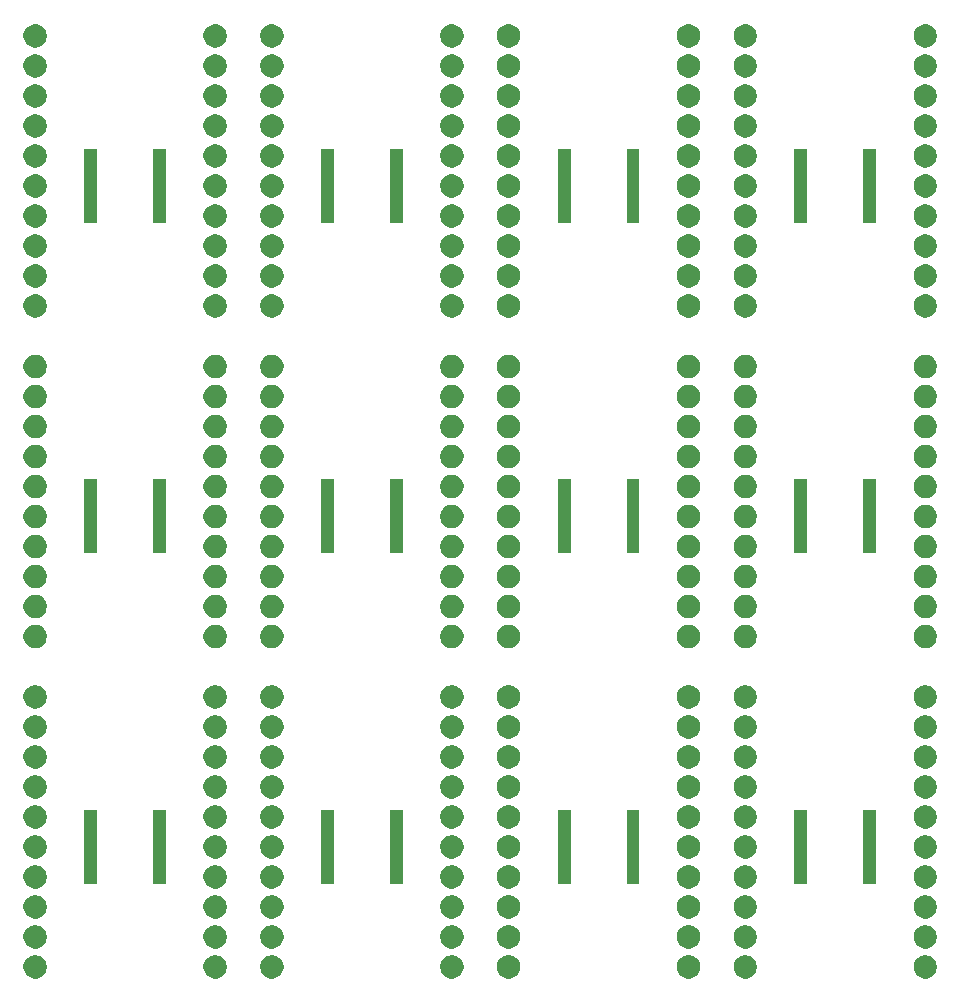
<source format=gbr>
G04 #@! TF.GenerationSoftware,KiCad,Pcbnew,5.1.5-5.1.5*
G04 #@! TF.CreationDate,2020-06-01T10:45:08+10:00*
G04 #@! TF.ProjectId,SOIC20-TSSOP20_panelized,534f4943-3230-42d5-9453-534f5032305f,rev?*
G04 #@! TF.SameCoordinates,Original*
G04 #@! TF.FileFunction,Soldermask,Bot*
G04 #@! TF.FilePolarity,Negative*
%FSLAX46Y46*%
G04 Gerber Fmt 4.6, Leading zero omitted, Abs format (unit mm)*
G04 Created by KiCad (PCBNEW 5.1.5-5.1.5) date 2020-06-01 10:45:08*
%MOMM*%
%LPD*%
G04 APERTURE LIST*
%ADD10C,0.100000*%
G04 APERTURE END LIST*
D10*
G36*
X156575047Y-171436072D02*
G01*
X156755325Y-171510746D01*
X156917571Y-171619155D01*
X157055549Y-171757133D01*
X157163958Y-171919379D01*
X157238632Y-172099657D01*
X157276700Y-172291038D01*
X157276700Y-172486170D01*
X157238632Y-172677551D01*
X157163958Y-172857829D01*
X157055549Y-173020075D01*
X156917571Y-173158053D01*
X156755325Y-173266462D01*
X156575047Y-173341136D01*
X156383667Y-173379204D01*
X156188533Y-173379204D01*
X155997153Y-173341136D01*
X155816875Y-173266462D01*
X155654629Y-173158053D01*
X155516651Y-173020075D01*
X155408242Y-172857829D01*
X155333568Y-172677551D01*
X155295500Y-172486170D01*
X155295500Y-172291038D01*
X155333568Y-172099657D01*
X155408242Y-171919379D01*
X155516651Y-171757133D01*
X155654629Y-171619155D01*
X155816875Y-171510746D01*
X155997153Y-171436072D01*
X156188533Y-171398004D01*
X156383667Y-171398004D01*
X156575047Y-171436072D01*
G37*
G36*
X201455053Y-171436072D02*
G01*
X201635331Y-171510746D01*
X201797577Y-171619155D01*
X201935555Y-171757133D01*
X202043964Y-171919379D01*
X202118638Y-172099657D01*
X202156706Y-172291038D01*
X202156706Y-172486170D01*
X202118638Y-172677551D01*
X202043964Y-172857829D01*
X201935555Y-173020075D01*
X201797577Y-173158053D01*
X201635331Y-173266462D01*
X201455053Y-173341136D01*
X201263673Y-173379204D01*
X201068539Y-173379204D01*
X200877159Y-173341136D01*
X200696881Y-173266462D01*
X200534635Y-173158053D01*
X200396657Y-173020075D01*
X200288248Y-172857829D01*
X200213574Y-172677551D01*
X200175506Y-172486170D01*
X200175506Y-172291038D01*
X200213574Y-172099657D01*
X200288248Y-171919379D01*
X200396657Y-171757133D01*
X200534635Y-171619155D01*
X200696881Y-171510746D01*
X200877159Y-171436072D01*
X201068539Y-171398004D01*
X201263673Y-171398004D01*
X201455053Y-171436072D01*
G37*
G36*
X161375049Y-171436072D02*
G01*
X161555327Y-171510746D01*
X161717573Y-171619155D01*
X161855551Y-171757133D01*
X161963960Y-171919379D01*
X162038634Y-172099657D01*
X162076702Y-172291038D01*
X162076702Y-172486170D01*
X162038634Y-172677551D01*
X161963960Y-172857829D01*
X161855551Y-173020075D01*
X161717573Y-173158053D01*
X161555327Y-173266462D01*
X161375049Y-173341136D01*
X161183669Y-173379204D01*
X160988535Y-173379204D01*
X160797155Y-173341136D01*
X160616877Y-173266462D01*
X160454631Y-173158053D01*
X160316653Y-173020075D01*
X160208244Y-172857829D01*
X160133570Y-172677551D01*
X160095502Y-172486170D01*
X160095502Y-172291038D01*
X160133570Y-172099657D01*
X160208244Y-171919379D01*
X160316653Y-171757133D01*
X160454631Y-171619155D01*
X160616877Y-171510746D01*
X160797155Y-171436072D01*
X160988535Y-171398004D01*
X161183669Y-171398004D01*
X161375049Y-171436072D01*
G37*
G36*
X141335047Y-171436072D02*
G01*
X141515325Y-171510746D01*
X141677571Y-171619155D01*
X141815549Y-171757133D01*
X141923958Y-171919379D01*
X141998632Y-172099657D01*
X142036700Y-172291038D01*
X142036700Y-172486170D01*
X141998632Y-172677551D01*
X141923958Y-172857829D01*
X141815549Y-173020075D01*
X141677571Y-173158053D01*
X141515325Y-173266462D01*
X141335047Y-173341136D01*
X141143667Y-173379204D01*
X140948533Y-173379204D01*
X140757153Y-173341136D01*
X140576875Y-173266462D01*
X140414629Y-173158053D01*
X140276651Y-173020075D01*
X140168242Y-172857829D01*
X140093568Y-172677551D01*
X140055500Y-172486170D01*
X140055500Y-172291038D01*
X140093568Y-172099657D01*
X140168242Y-171919379D01*
X140276651Y-171757133D01*
X140414629Y-171619155D01*
X140576875Y-171510746D01*
X140757153Y-171436072D01*
X140948533Y-171398004D01*
X141143667Y-171398004D01*
X141335047Y-171436072D01*
G37*
G36*
X181415051Y-171436072D02*
G01*
X181595329Y-171510746D01*
X181757575Y-171619155D01*
X181895553Y-171757133D01*
X182003962Y-171919379D01*
X182078636Y-172099657D01*
X182116704Y-172291038D01*
X182116704Y-172486170D01*
X182078636Y-172677551D01*
X182003962Y-172857829D01*
X181895553Y-173020075D01*
X181757575Y-173158053D01*
X181595329Y-173266462D01*
X181415051Y-173341136D01*
X181223671Y-173379204D01*
X181028537Y-173379204D01*
X180837157Y-173341136D01*
X180656879Y-173266462D01*
X180494633Y-173158053D01*
X180356655Y-173020075D01*
X180248246Y-172857829D01*
X180173572Y-172677551D01*
X180135504Y-172486170D01*
X180135504Y-172291038D01*
X180173572Y-172099657D01*
X180248246Y-171919379D01*
X180356655Y-171757133D01*
X180494633Y-171619155D01*
X180656879Y-171510746D01*
X180837157Y-171436072D01*
X181028537Y-171398004D01*
X181223671Y-171398004D01*
X181415051Y-171436072D01*
G37*
G36*
X196655051Y-171436072D02*
G01*
X196835329Y-171510746D01*
X196997575Y-171619155D01*
X197135553Y-171757133D01*
X197243962Y-171919379D01*
X197318636Y-172099657D01*
X197356704Y-172291038D01*
X197356704Y-172486170D01*
X197318636Y-172677551D01*
X197243962Y-172857829D01*
X197135553Y-173020075D01*
X196997575Y-173158053D01*
X196835329Y-173266462D01*
X196655051Y-173341136D01*
X196463671Y-173379204D01*
X196268537Y-173379204D01*
X196077157Y-173341136D01*
X195896879Y-173266462D01*
X195734633Y-173158053D01*
X195596655Y-173020075D01*
X195488246Y-172857829D01*
X195413572Y-172677551D01*
X195375504Y-172486170D01*
X195375504Y-172291038D01*
X195413572Y-172099657D01*
X195488246Y-171919379D01*
X195596655Y-171757133D01*
X195734633Y-171619155D01*
X195896879Y-171510746D01*
X196077157Y-171436072D01*
X196268537Y-171398004D01*
X196463671Y-171398004D01*
X196655051Y-171436072D01*
G37*
G36*
X216695053Y-171436072D02*
G01*
X216875331Y-171510746D01*
X217037577Y-171619155D01*
X217175555Y-171757133D01*
X217283964Y-171919379D01*
X217358638Y-172099657D01*
X217396706Y-172291038D01*
X217396706Y-172486170D01*
X217358638Y-172677551D01*
X217283964Y-172857829D01*
X217175555Y-173020075D01*
X217037577Y-173158053D01*
X216875331Y-173266462D01*
X216695053Y-173341136D01*
X216503673Y-173379204D01*
X216308539Y-173379204D01*
X216117159Y-173341136D01*
X215936881Y-173266462D01*
X215774635Y-173158053D01*
X215636657Y-173020075D01*
X215528248Y-172857829D01*
X215453574Y-172677551D01*
X215415506Y-172486170D01*
X215415506Y-172291038D01*
X215453574Y-172099657D01*
X215528248Y-171919379D01*
X215636657Y-171757133D01*
X215774635Y-171619155D01*
X215936881Y-171510746D01*
X216117159Y-171436072D01*
X216308539Y-171398004D01*
X216503673Y-171398004D01*
X216695053Y-171436072D01*
G37*
G36*
X176615049Y-171436072D02*
G01*
X176795327Y-171510746D01*
X176957573Y-171619155D01*
X177095551Y-171757133D01*
X177203960Y-171919379D01*
X177278634Y-172099657D01*
X177316702Y-172291038D01*
X177316702Y-172486170D01*
X177278634Y-172677551D01*
X177203960Y-172857829D01*
X177095551Y-173020075D01*
X176957573Y-173158053D01*
X176795327Y-173266462D01*
X176615049Y-173341136D01*
X176423669Y-173379204D01*
X176228535Y-173379204D01*
X176037155Y-173341136D01*
X175856877Y-173266462D01*
X175694631Y-173158053D01*
X175556653Y-173020075D01*
X175448244Y-172857829D01*
X175373570Y-172677551D01*
X175335502Y-172486170D01*
X175335502Y-172291038D01*
X175373570Y-172099657D01*
X175448244Y-171919379D01*
X175556653Y-171757133D01*
X175694631Y-171619155D01*
X175856877Y-171510746D01*
X176037155Y-171436072D01*
X176228535Y-171398004D01*
X176423669Y-171398004D01*
X176615049Y-171436072D01*
G37*
G36*
X181415051Y-168896072D02*
G01*
X181595329Y-168970746D01*
X181757575Y-169079155D01*
X181895553Y-169217133D01*
X182003962Y-169379379D01*
X182078636Y-169559657D01*
X182116704Y-169751038D01*
X182116704Y-169946170D01*
X182078636Y-170137551D01*
X182003962Y-170317829D01*
X181895553Y-170480075D01*
X181757575Y-170618053D01*
X181595329Y-170726462D01*
X181415051Y-170801136D01*
X181223671Y-170839204D01*
X181028537Y-170839204D01*
X180837157Y-170801136D01*
X180656879Y-170726462D01*
X180494633Y-170618053D01*
X180356655Y-170480075D01*
X180248246Y-170317829D01*
X180173572Y-170137551D01*
X180135504Y-169946170D01*
X180135504Y-169751038D01*
X180173572Y-169559657D01*
X180248246Y-169379379D01*
X180356655Y-169217133D01*
X180494633Y-169079155D01*
X180656879Y-168970746D01*
X180837157Y-168896072D01*
X181028537Y-168858004D01*
X181223671Y-168858004D01*
X181415051Y-168896072D01*
G37*
G36*
X156575047Y-168896072D02*
G01*
X156755325Y-168970746D01*
X156917571Y-169079155D01*
X157055549Y-169217133D01*
X157163958Y-169379379D01*
X157238632Y-169559657D01*
X157276700Y-169751038D01*
X157276700Y-169946170D01*
X157238632Y-170137551D01*
X157163958Y-170317829D01*
X157055549Y-170480075D01*
X156917571Y-170618053D01*
X156755325Y-170726462D01*
X156575047Y-170801136D01*
X156383667Y-170839204D01*
X156188533Y-170839204D01*
X155997153Y-170801136D01*
X155816875Y-170726462D01*
X155654629Y-170618053D01*
X155516651Y-170480075D01*
X155408242Y-170317829D01*
X155333568Y-170137551D01*
X155295500Y-169946170D01*
X155295500Y-169751038D01*
X155333568Y-169559657D01*
X155408242Y-169379379D01*
X155516651Y-169217133D01*
X155654629Y-169079155D01*
X155816875Y-168970746D01*
X155997153Y-168896072D01*
X156188533Y-168858004D01*
X156383667Y-168858004D01*
X156575047Y-168896072D01*
G37*
G36*
X216695053Y-168896072D02*
G01*
X216875331Y-168970746D01*
X217037577Y-169079155D01*
X217175555Y-169217133D01*
X217283964Y-169379379D01*
X217358638Y-169559657D01*
X217396706Y-169751038D01*
X217396706Y-169946170D01*
X217358638Y-170137551D01*
X217283964Y-170317829D01*
X217175555Y-170480075D01*
X217037577Y-170618053D01*
X216875331Y-170726462D01*
X216695053Y-170801136D01*
X216503673Y-170839204D01*
X216308539Y-170839204D01*
X216117159Y-170801136D01*
X215936881Y-170726462D01*
X215774635Y-170618053D01*
X215636657Y-170480075D01*
X215528248Y-170317829D01*
X215453574Y-170137551D01*
X215415506Y-169946170D01*
X215415506Y-169751038D01*
X215453574Y-169559657D01*
X215528248Y-169379379D01*
X215636657Y-169217133D01*
X215774635Y-169079155D01*
X215936881Y-168970746D01*
X216117159Y-168896072D01*
X216308539Y-168858004D01*
X216503673Y-168858004D01*
X216695053Y-168896072D01*
G37*
G36*
X141335047Y-168896072D02*
G01*
X141515325Y-168970746D01*
X141677571Y-169079155D01*
X141815549Y-169217133D01*
X141923958Y-169379379D01*
X141998632Y-169559657D01*
X142036700Y-169751038D01*
X142036700Y-169946170D01*
X141998632Y-170137551D01*
X141923958Y-170317829D01*
X141815549Y-170480075D01*
X141677571Y-170618053D01*
X141515325Y-170726462D01*
X141335047Y-170801136D01*
X141143667Y-170839204D01*
X140948533Y-170839204D01*
X140757153Y-170801136D01*
X140576875Y-170726462D01*
X140414629Y-170618053D01*
X140276651Y-170480075D01*
X140168242Y-170317829D01*
X140093568Y-170137551D01*
X140055500Y-169946170D01*
X140055500Y-169751038D01*
X140093568Y-169559657D01*
X140168242Y-169379379D01*
X140276651Y-169217133D01*
X140414629Y-169079155D01*
X140576875Y-168970746D01*
X140757153Y-168896072D01*
X140948533Y-168858004D01*
X141143667Y-168858004D01*
X141335047Y-168896072D01*
G37*
G36*
X201455053Y-168896072D02*
G01*
X201635331Y-168970746D01*
X201797577Y-169079155D01*
X201935555Y-169217133D01*
X202043964Y-169379379D01*
X202118638Y-169559657D01*
X202156706Y-169751038D01*
X202156706Y-169946170D01*
X202118638Y-170137551D01*
X202043964Y-170317829D01*
X201935555Y-170480075D01*
X201797577Y-170618053D01*
X201635331Y-170726462D01*
X201455053Y-170801136D01*
X201263673Y-170839204D01*
X201068539Y-170839204D01*
X200877159Y-170801136D01*
X200696881Y-170726462D01*
X200534635Y-170618053D01*
X200396657Y-170480075D01*
X200288248Y-170317829D01*
X200213574Y-170137551D01*
X200175506Y-169946170D01*
X200175506Y-169751038D01*
X200213574Y-169559657D01*
X200288248Y-169379379D01*
X200396657Y-169217133D01*
X200534635Y-169079155D01*
X200696881Y-168970746D01*
X200877159Y-168896072D01*
X201068539Y-168858004D01*
X201263673Y-168858004D01*
X201455053Y-168896072D01*
G37*
G36*
X161375049Y-168896072D02*
G01*
X161555327Y-168970746D01*
X161717573Y-169079155D01*
X161855551Y-169217133D01*
X161963960Y-169379379D01*
X162038634Y-169559657D01*
X162076702Y-169751038D01*
X162076702Y-169946170D01*
X162038634Y-170137551D01*
X161963960Y-170317829D01*
X161855551Y-170480075D01*
X161717573Y-170618053D01*
X161555327Y-170726462D01*
X161375049Y-170801136D01*
X161183669Y-170839204D01*
X160988535Y-170839204D01*
X160797155Y-170801136D01*
X160616877Y-170726462D01*
X160454631Y-170618053D01*
X160316653Y-170480075D01*
X160208244Y-170317829D01*
X160133570Y-170137551D01*
X160095502Y-169946170D01*
X160095502Y-169751038D01*
X160133570Y-169559657D01*
X160208244Y-169379379D01*
X160316653Y-169217133D01*
X160454631Y-169079155D01*
X160616877Y-168970746D01*
X160797155Y-168896072D01*
X160988535Y-168858004D01*
X161183669Y-168858004D01*
X161375049Y-168896072D01*
G37*
G36*
X196655051Y-168896072D02*
G01*
X196835329Y-168970746D01*
X196997575Y-169079155D01*
X197135553Y-169217133D01*
X197243962Y-169379379D01*
X197318636Y-169559657D01*
X197356704Y-169751038D01*
X197356704Y-169946170D01*
X197318636Y-170137551D01*
X197243962Y-170317829D01*
X197135553Y-170480075D01*
X196997575Y-170618053D01*
X196835329Y-170726462D01*
X196655051Y-170801136D01*
X196463671Y-170839204D01*
X196268537Y-170839204D01*
X196077157Y-170801136D01*
X195896879Y-170726462D01*
X195734633Y-170618053D01*
X195596655Y-170480075D01*
X195488246Y-170317829D01*
X195413572Y-170137551D01*
X195375504Y-169946170D01*
X195375504Y-169751038D01*
X195413572Y-169559657D01*
X195488246Y-169379379D01*
X195596655Y-169217133D01*
X195734633Y-169079155D01*
X195896879Y-168970746D01*
X196077157Y-168896072D01*
X196268537Y-168858004D01*
X196463671Y-168858004D01*
X196655051Y-168896072D01*
G37*
G36*
X176615049Y-168896072D02*
G01*
X176795327Y-168970746D01*
X176957573Y-169079155D01*
X177095551Y-169217133D01*
X177203960Y-169379379D01*
X177278634Y-169559657D01*
X177316702Y-169751038D01*
X177316702Y-169946170D01*
X177278634Y-170137551D01*
X177203960Y-170317829D01*
X177095551Y-170480075D01*
X176957573Y-170618053D01*
X176795327Y-170726462D01*
X176615049Y-170801136D01*
X176423669Y-170839204D01*
X176228535Y-170839204D01*
X176037155Y-170801136D01*
X175856877Y-170726462D01*
X175694631Y-170618053D01*
X175556653Y-170480075D01*
X175448244Y-170317829D01*
X175373570Y-170137551D01*
X175335502Y-169946170D01*
X175335502Y-169751038D01*
X175373570Y-169559657D01*
X175448244Y-169379379D01*
X175556653Y-169217133D01*
X175694631Y-169079155D01*
X175856877Y-168970746D01*
X176037155Y-168896072D01*
X176228535Y-168858004D01*
X176423669Y-168858004D01*
X176615049Y-168896072D01*
G37*
G36*
X156575047Y-166356072D02*
G01*
X156755325Y-166430746D01*
X156917571Y-166539155D01*
X157055549Y-166677133D01*
X157163958Y-166839379D01*
X157238632Y-167019657D01*
X157276700Y-167211038D01*
X157276700Y-167406170D01*
X157238632Y-167597551D01*
X157163958Y-167777829D01*
X157055549Y-167940075D01*
X156917571Y-168078053D01*
X156755325Y-168186462D01*
X156575047Y-168261136D01*
X156383667Y-168299204D01*
X156188533Y-168299204D01*
X155997153Y-168261136D01*
X155816875Y-168186462D01*
X155654629Y-168078053D01*
X155516651Y-167940075D01*
X155408242Y-167777829D01*
X155333568Y-167597551D01*
X155295500Y-167406170D01*
X155295500Y-167211038D01*
X155333568Y-167019657D01*
X155408242Y-166839379D01*
X155516651Y-166677133D01*
X155654629Y-166539155D01*
X155816875Y-166430746D01*
X155997153Y-166356072D01*
X156188533Y-166318004D01*
X156383667Y-166318004D01*
X156575047Y-166356072D01*
G37*
G36*
X161375049Y-166356072D02*
G01*
X161555327Y-166430746D01*
X161717573Y-166539155D01*
X161855551Y-166677133D01*
X161963960Y-166839379D01*
X162038634Y-167019657D01*
X162076702Y-167211038D01*
X162076702Y-167406170D01*
X162038634Y-167597551D01*
X161963960Y-167777829D01*
X161855551Y-167940075D01*
X161717573Y-168078053D01*
X161555327Y-168186462D01*
X161375049Y-168261136D01*
X161183669Y-168299204D01*
X160988535Y-168299204D01*
X160797155Y-168261136D01*
X160616877Y-168186462D01*
X160454631Y-168078053D01*
X160316653Y-167940075D01*
X160208244Y-167777829D01*
X160133570Y-167597551D01*
X160095502Y-167406170D01*
X160095502Y-167211038D01*
X160133570Y-167019657D01*
X160208244Y-166839379D01*
X160316653Y-166677133D01*
X160454631Y-166539155D01*
X160616877Y-166430746D01*
X160797155Y-166356072D01*
X160988535Y-166318004D01*
X161183669Y-166318004D01*
X161375049Y-166356072D01*
G37*
G36*
X141335047Y-166356072D02*
G01*
X141515325Y-166430746D01*
X141677571Y-166539155D01*
X141815549Y-166677133D01*
X141923958Y-166839379D01*
X141998632Y-167019657D01*
X142036700Y-167211038D01*
X142036700Y-167406170D01*
X141998632Y-167597551D01*
X141923958Y-167777829D01*
X141815549Y-167940075D01*
X141677571Y-168078053D01*
X141515325Y-168186462D01*
X141335047Y-168261136D01*
X141143667Y-168299204D01*
X140948533Y-168299204D01*
X140757153Y-168261136D01*
X140576875Y-168186462D01*
X140414629Y-168078053D01*
X140276651Y-167940075D01*
X140168242Y-167777829D01*
X140093568Y-167597551D01*
X140055500Y-167406170D01*
X140055500Y-167211038D01*
X140093568Y-167019657D01*
X140168242Y-166839379D01*
X140276651Y-166677133D01*
X140414629Y-166539155D01*
X140576875Y-166430746D01*
X140757153Y-166356072D01*
X140948533Y-166318004D01*
X141143667Y-166318004D01*
X141335047Y-166356072D01*
G37*
G36*
X181415051Y-166356072D02*
G01*
X181595329Y-166430746D01*
X181757575Y-166539155D01*
X181895553Y-166677133D01*
X182003962Y-166839379D01*
X182078636Y-167019657D01*
X182116704Y-167211038D01*
X182116704Y-167406170D01*
X182078636Y-167597551D01*
X182003962Y-167777829D01*
X181895553Y-167940075D01*
X181757575Y-168078053D01*
X181595329Y-168186462D01*
X181415051Y-168261136D01*
X181223671Y-168299204D01*
X181028537Y-168299204D01*
X180837157Y-168261136D01*
X180656879Y-168186462D01*
X180494633Y-168078053D01*
X180356655Y-167940075D01*
X180248246Y-167777829D01*
X180173572Y-167597551D01*
X180135504Y-167406170D01*
X180135504Y-167211038D01*
X180173572Y-167019657D01*
X180248246Y-166839379D01*
X180356655Y-166677133D01*
X180494633Y-166539155D01*
X180656879Y-166430746D01*
X180837157Y-166356072D01*
X181028537Y-166318004D01*
X181223671Y-166318004D01*
X181415051Y-166356072D01*
G37*
G36*
X176615049Y-166356072D02*
G01*
X176795327Y-166430746D01*
X176957573Y-166539155D01*
X177095551Y-166677133D01*
X177203960Y-166839379D01*
X177278634Y-167019657D01*
X177316702Y-167211038D01*
X177316702Y-167406170D01*
X177278634Y-167597551D01*
X177203960Y-167777829D01*
X177095551Y-167940075D01*
X176957573Y-168078053D01*
X176795327Y-168186462D01*
X176615049Y-168261136D01*
X176423669Y-168299204D01*
X176228535Y-168299204D01*
X176037155Y-168261136D01*
X175856877Y-168186462D01*
X175694631Y-168078053D01*
X175556653Y-167940075D01*
X175448244Y-167777829D01*
X175373570Y-167597551D01*
X175335502Y-167406170D01*
X175335502Y-167211038D01*
X175373570Y-167019657D01*
X175448244Y-166839379D01*
X175556653Y-166677133D01*
X175694631Y-166539155D01*
X175856877Y-166430746D01*
X176037155Y-166356072D01*
X176228535Y-166318004D01*
X176423669Y-166318004D01*
X176615049Y-166356072D01*
G37*
G36*
X201455053Y-166356072D02*
G01*
X201635331Y-166430746D01*
X201797577Y-166539155D01*
X201935555Y-166677133D01*
X202043964Y-166839379D01*
X202118638Y-167019657D01*
X202156706Y-167211038D01*
X202156706Y-167406170D01*
X202118638Y-167597551D01*
X202043964Y-167777829D01*
X201935555Y-167940075D01*
X201797577Y-168078053D01*
X201635331Y-168186462D01*
X201455053Y-168261136D01*
X201263673Y-168299204D01*
X201068539Y-168299204D01*
X200877159Y-168261136D01*
X200696881Y-168186462D01*
X200534635Y-168078053D01*
X200396657Y-167940075D01*
X200288248Y-167777829D01*
X200213574Y-167597551D01*
X200175506Y-167406170D01*
X200175506Y-167211038D01*
X200213574Y-167019657D01*
X200288248Y-166839379D01*
X200396657Y-166677133D01*
X200534635Y-166539155D01*
X200696881Y-166430746D01*
X200877159Y-166356072D01*
X201068539Y-166318004D01*
X201263673Y-166318004D01*
X201455053Y-166356072D01*
G37*
G36*
X196655051Y-166356072D02*
G01*
X196835329Y-166430746D01*
X196997575Y-166539155D01*
X197135553Y-166677133D01*
X197243962Y-166839379D01*
X197318636Y-167019657D01*
X197356704Y-167211038D01*
X197356704Y-167406170D01*
X197318636Y-167597551D01*
X197243962Y-167777829D01*
X197135553Y-167940075D01*
X196997575Y-168078053D01*
X196835329Y-168186462D01*
X196655051Y-168261136D01*
X196463671Y-168299204D01*
X196268537Y-168299204D01*
X196077157Y-168261136D01*
X195896879Y-168186462D01*
X195734633Y-168078053D01*
X195596655Y-167940075D01*
X195488246Y-167777829D01*
X195413572Y-167597551D01*
X195375504Y-167406170D01*
X195375504Y-167211038D01*
X195413572Y-167019657D01*
X195488246Y-166839379D01*
X195596655Y-166677133D01*
X195734633Y-166539155D01*
X195896879Y-166430746D01*
X196077157Y-166356072D01*
X196268537Y-166318004D01*
X196463671Y-166318004D01*
X196655051Y-166356072D01*
G37*
G36*
X216695053Y-166356072D02*
G01*
X216875331Y-166430746D01*
X217037577Y-166539155D01*
X217175555Y-166677133D01*
X217283964Y-166839379D01*
X217358638Y-167019657D01*
X217396706Y-167211038D01*
X217396706Y-167406170D01*
X217358638Y-167597551D01*
X217283964Y-167777829D01*
X217175555Y-167940075D01*
X217037577Y-168078053D01*
X216875331Y-168186462D01*
X216695053Y-168261136D01*
X216503673Y-168299204D01*
X216308539Y-168299204D01*
X216117159Y-168261136D01*
X215936881Y-168186462D01*
X215774635Y-168078053D01*
X215636657Y-167940075D01*
X215528248Y-167777829D01*
X215453574Y-167597551D01*
X215415506Y-167406170D01*
X215415506Y-167211038D01*
X215453574Y-167019657D01*
X215528248Y-166839379D01*
X215636657Y-166677133D01*
X215774635Y-166539155D01*
X215936881Y-166430746D01*
X216117159Y-166356072D01*
X216308539Y-166318004D01*
X216503673Y-166318004D01*
X216695053Y-166356072D01*
G37*
G36*
X196655051Y-163816072D02*
G01*
X196835329Y-163890746D01*
X196997575Y-163999155D01*
X197135553Y-164137133D01*
X197243962Y-164299379D01*
X197318636Y-164479657D01*
X197356704Y-164671038D01*
X197356704Y-164866170D01*
X197318636Y-165057551D01*
X197243962Y-165237829D01*
X197135553Y-165400075D01*
X196997575Y-165538053D01*
X196835329Y-165646462D01*
X196655051Y-165721136D01*
X196463671Y-165759204D01*
X196268537Y-165759204D01*
X196077157Y-165721136D01*
X195896879Y-165646462D01*
X195734633Y-165538053D01*
X195596655Y-165400075D01*
X195488246Y-165237829D01*
X195413572Y-165057551D01*
X195375504Y-164866170D01*
X195375504Y-164671038D01*
X195413572Y-164479657D01*
X195488246Y-164299379D01*
X195596655Y-164137133D01*
X195734633Y-163999155D01*
X195896879Y-163890746D01*
X196077157Y-163816072D01*
X196268537Y-163778004D01*
X196463671Y-163778004D01*
X196655051Y-163816072D01*
G37*
G36*
X176615049Y-163816072D02*
G01*
X176795327Y-163890746D01*
X176957573Y-163999155D01*
X177095551Y-164137133D01*
X177203960Y-164299379D01*
X177278634Y-164479657D01*
X177316702Y-164671038D01*
X177316702Y-164866170D01*
X177278634Y-165057551D01*
X177203960Y-165237829D01*
X177095551Y-165400075D01*
X176957573Y-165538053D01*
X176795327Y-165646462D01*
X176615049Y-165721136D01*
X176423669Y-165759204D01*
X176228535Y-165759204D01*
X176037155Y-165721136D01*
X175856877Y-165646462D01*
X175694631Y-165538053D01*
X175556653Y-165400075D01*
X175448244Y-165237829D01*
X175373570Y-165057551D01*
X175335502Y-164866170D01*
X175335502Y-164671038D01*
X175373570Y-164479657D01*
X175448244Y-164299379D01*
X175556653Y-164137133D01*
X175694631Y-163999155D01*
X175856877Y-163890746D01*
X176037155Y-163816072D01*
X176228535Y-163778004D01*
X176423669Y-163778004D01*
X176615049Y-163816072D01*
G37*
G36*
X156575047Y-163816072D02*
G01*
X156755325Y-163890746D01*
X156917571Y-163999155D01*
X157055549Y-164137133D01*
X157163958Y-164299379D01*
X157238632Y-164479657D01*
X157276700Y-164671038D01*
X157276700Y-164866170D01*
X157238632Y-165057551D01*
X157163958Y-165237829D01*
X157055549Y-165400075D01*
X156917571Y-165538053D01*
X156755325Y-165646462D01*
X156575047Y-165721136D01*
X156383667Y-165759204D01*
X156188533Y-165759204D01*
X155997153Y-165721136D01*
X155816875Y-165646462D01*
X155654629Y-165538053D01*
X155516651Y-165400075D01*
X155408242Y-165237829D01*
X155333568Y-165057551D01*
X155295500Y-164866170D01*
X155295500Y-164671038D01*
X155333568Y-164479657D01*
X155408242Y-164299379D01*
X155516651Y-164137133D01*
X155654629Y-163999155D01*
X155816875Y-163890746D01*
X155997153Y-163816072D01*
X156188533Y-163778004D01*
X156383667Y-163778004D01*
X156575047Y-163816072D01*
G37*
G36*
X201455053Y-163816072D02*
G01*
X201635331Y-163890746D01*
X201797577Y-163999155D01*
X201935555Y-164137133D01*
X202043964Y-164299379D01*
X202118638Y-164479657D01*
X202156706Y-164671038D01*
X202156706Y-164866170D01*
X202118638Y-165057551D01*
X202043964Y-165237829D01*
X201935555Y-165400075D01*
X201797577Y-165538053D01*
X201635331Y-165646462D01*
X201455053Y-165721136D01*
X201263673Y-165759204D01*
X201068539Y-165759204D01*
X200877159Y-165721136D01*
X200696881Y-165646462D01*
X200534635Y-165538053D01*
X200396657Y-165400075D01*
X200288248Y-165237829D01*
X200213574Y-165057551D01*
X200175506Y-164866170D01*
X200175506Y-164671038D01*
X200213574Y-164479657D01*
X200288248Y-164299379D01*
X200396657Y-164137133D01*
X200534635Y-163999155D01*
X200696881Y-163890746D01*
X200877159Y-163816072D01*
X201068539Y-163778004D01*
X201263673Y-163778004D01*
X201455053Y-163816072D01*
G37*
G36*
X216695053Y-163816072D02*
G01*
X216875331Y-163890746D01*
X217037577Y-163999155D01*
X217175555Y-164137133D01*
X217283964Y-164299379D01*
X217358638Y-164479657D01*
X217396706Y-164671038D01*
X217396706Y-164866170D01*
X217358638Y-165057551D01*
X217283964Y-165237829D01*
X217175555Y-165400075D01*
X217037577Y-165538053D01*
X216875331Y-165646462D01*
X216695053Y-165721136D01*
X216503673Y-165759204D01*
X216308539Y-165759204D01*
X216117159Y-165721136D01*
X215936881Y-165646462D01*
X215774635Y-165538053D01*
X215636657Y-165400075D01*
X215528248Y-165237829D01*
X215453574Y-165057551D01*
X215415506Y-164866170D01*
X215415506Y-164671038D01*
X215453574Y-164479657D01*
X215528248Y-164299379D01*
X215636657Y-164137133D01*
X215774635Y-163999155D01*
X215936881Y-163890746D01*
X216117159Y-163816072D01*
X216308539Y-163778004D01*
X216503673Y-163778004D01*
X216695053Y-163816072D01*
G37*
G36*
X181415051Y-163816072D02*
G01*
X181595329Y-163890746D01*
X181757575Y-163999155D01*
X181895553Y-164137133D01*
X182003962Y-164299379D01*
X182078636Y-164479657D01*
X182116704Y-164671038D01*
X182116704Y-164866170D01*
X182078636Y-165057551D01*
X182003962Y-165237829D01*
X181895553Y-165400075D01*
X181757575Y-165538053D01*
X181595329Y-165646462D01*
X181415051Y-165721136D01*
X181223671Y-165759204D01*
X181028537Y-165759204D01*
X180837157Y-165721136D01*
X180656879Y-165646462D01*
X180494633Y-165538053D01*
X180356655Y-165400075D01*
X180248246Y-165237829D01*
X180173572Y-165057551D01*
X180135504Y-164866170D01*
X180135504Y-164671038D01*
X180173572Y-164479657D01*
X180248246Y-164299379D01*
X180356655Y-164137133D01*
X180494633Y-163999155D01*
X180656879Y-163890746D01*
X180837157Y-163816072D01*
X181028537Y-163778004D01*
X181223671Y-163778004D01*
X181415051Y-163816072D01*
G37*
G36*
X141335047Y-163816072D02*
G01*
X141515325Y-163890746D01*
X141677571Y-163999155D01*
X141815549Y-164137133D01*
X141923958Y-164299379D01*
X141998632Y-164479657D01*
X142036700Y-164671038D01*
X142036700Y-164866170D01*
X141998632Y-165057551D01*
X141923958Y-165237829D01*
X141815549Y-165400075D01*
X141677571Y-165538053D01*
X141515325Y-165646462D01*
X141335047Y-165721136D01*
X141143667Y-165759204D01*
X140948533Y-165759204D01*
X140757153Y-165721136D01*
X140576875Y-165646462D01*
X140414629Y-165538053D01*
X140276651Y-165400075D01*
X140168242Y-165237829D01*
X140093568Y-165057551D01*
X140055500Y-164866170D01*
X140055500Y-164671038D01*
X140093568Y-164479657D01*
X140168242Y-164299379D01*
X140276651Y-164137133D01*
X140414629Y-163999155D01*
X140576875Y-163890746D01*
X140757153Y-163816072D01*
X140948533Y-163778004D01*
X141143667Y-163778004D01*
X141335047Y-163816072D01*
G37*
G36*
X161375049Y-163816072D02*
G01*
X161555327Y-163890746D01*
X161717573Y-163999155D01*
X161855551Y-164137133D01*
X161963960Y-164299379D01*
X162038634Y-164479657D01*
X162076702Y-164671038D01*
X162076702Y-164866170D01*
X162038634Y-165057551D01*
X161963960Y-165237829D01*
X161855551Y-165400075D01*
X161717573Y-165538053D01*
X161555327Y-165646462D01*
X161375049Y-165721136D01*
X161183669Y-165759204D01*
X160988535Y-165759204D01*
X160797155Y-165721136D01*
X160616877Y-165646462D01*
X160454631Y-165538053D01*
X160316653Y-165400075D01*
X160208244Y-165237829D01*
X160133570Y-165057551D01*
X160095502Y-164866170D01*
X160095502Y-164671038D01*
X160133570Y-164479657D01*
X160208244Y-164299379D01*
X160316653Y-164137133D01*
X160454631Y-163999155D01*
X160616877Y-163890746D01*
X160797155Y-163816072D01*
X160988535Y-163778004D01*
X161183669Y-163778004D01*
X161375049Y-163816072D01*
G37*
G36*
X166334402Y-165356804D02*
G01*
X165242202Y-165356804D01*
X165242202Y-159100404D01*
X166334402Y-159100404D01*
X166334402Y-165356804D01*
G37*
G36*
X152130000Y-165356804D02*
G01*
X151037800Y-165356804D01*
X151037800Y-159100404D01*
X152130000Y-159100404D01*
X152130000Y-165356804D01*
G37*
G36*
X146294400Y-165356804D02*
G01*
X145202200Y-165356804D01*
X145202200Y-159100404D01*
X146294400Y-159100404D01*
X146294400Y-165356804D01*
G37*
G36*
X172170002Y-165356804D02*
G01*
X171077802Y-165356804D01*
X171077802Y-159100404D01*
X172170002Y-159100404D01*
X172170002Y-165356804D01*
G37*
G36*
X186374404Y-165356804D02*
G01*
X185282204Y-165356804D01*
X185282204Y-159100404D01*
X186374404Y-159100404D01*
X186374404Y-165356804D01*
G37*
G36*
X192210004Y-165356804D02*
G01*
X191117804Y-165356804D01*
X191117804Y-159100404D01*
X192210004Y-159100404D01*
X192210004Y-165356804D01*
G37*
G36*
X206414406Y-165356804D02*
G01*
X205322206Y-165356804D01*
X205322206Y-159100404D01*
X206414406Y-159100404D01*
X206414406Y-165356804D01*
G37*
G36*
X212250006Y-165356804D02*
G01*
X211157806Y-165356804D01*
X211157806Y-159100404D01*
X212250006Y-159100404D01*
X212250006Y-165356804D01*
G37*
G36*
X181415051Y-161276072D02*
G01*
X181595329Y-161350746D01*
X181757575Y-161459155D01*
X181895553Y-161597133D01*
X182003962Y-161759379D01*
X182078636Y-161939657D01*
X182116704Y-162131038D01*
X182116704Y-162326170D01*
X182078636Y-162517551D01*
X182003962Y-162697829D01*
X181895553Y-162860075D01*
X181757575Y-162998053D01*
X181595329Y-163106462D01*
X181415051Y-163181136D01*
X181223671Y-163219204D01*
X181028537Y-163219204D01*
X180837157Y-163181136D01*
X180656879Y-163106462D01*
X180494633Y-162998053D01*
X180356655Y-162860075D01*
X180248246Y-162697829D01*
X180173572Y-162517551D01*
X180135504Y-162326170D01*
X180135504Y-162131038D01*
X180173572Y-161939657D01*
X180248246Y-161759379D01*
X180356655Y-161597133D01*
X180494633Y-161459155D01*
X180656879Y-161350746D01*
X180837157Y-161276072D01*
X181028537Y-161238004D01*
X181223671Y-161238004D01*
X181415051Y-161276072D01*
G37*
G36*
X176615049Y-161276072D02*
G01*
X176795327Y-161350746D01*
X176957573Y-161459155D01*
X177095551Y-161597133D01*
X177203960Y-161759379D01*
X177278634Y-161939657D01*
X177316702Y-162131038D01*
X177316702Y-162326170D01*
X177278634Y-162517551D01*
X177203960Y-162697829D01*
X177095551Y-162860075D01*
X176957573Y-162998053D01*
X176795327Y-163106462D01*
X176615049Y-163181136D01*
X176423669Y-163219204D01*
X176228535Y-163219204D01*
X176037155Y-163181136D01*
X175856877Y-163106462D01*
X175694631Y-162998053D01*
X175556653Y-162860075D01*
X175448244Y-162697829D01*
X175373570Y-162517551D01*
X175335502Y-162326170D01*
X175335502Y-162131038D01*
X175373570Y-161939657D01*
X175448244Y-161759379D01*
X175556653Y-161597133D01*
X175694631Y-161459155D01*
X175856877Y-161350746D01*
X176037155Y-161276072D01*
X176228535Y-161238004D01*
X176423669Y-161238004D01*
X176615049Y-161276072D01*
G37*
G36*
X216695053Y-161276072D02*
G01*
X216875331Y-161350746D01*
X217037577Y-161459155D01*
X217175555Y-161597133D01*
X217283964Y-161759379D01*
X217358638Y-161939657D01*
X217396706Y-162131038D01*
X217396706Y-162326170D01*
X217358638Y-162517551D01*
X217283964Y-162697829D01*
X217175555Y-162860075D01*
X217037577Y-162998053D01*
X216875331Y-163106462D01*
X216695053Y-163181136D01*
X216503673Y-163219204D01*
X216308539Y-163219204D01*
X216117159Y-163181136D01*
X215936881Y-163106462D01*
X215774635Y-162998053D01*
X215636657Y-162860075D01*
X215528248Y-162697829D01*
X215453574Y-162517551D01*
X215415506Y-162326170D01*
X215415506Y-162131038D01*
X215453574Y-161939657D01*
X215528248Y-161759379D01*
X215636657Y-161597133D01*
X215774635Y-161459155D01*
X215936881Y-161350746D01*
X216117159Y-161276072D01*
X216308539Y-161238004D01*
X216503673Y-161238004D01*
X216695053Y-161276072D01*
G37*
G36*
X141335047Y-161276072D02*
G01*
X141515325Y-161350746D01*
X141677571Y-161459155D01*
X141815549Y-161597133D01*
X141923958Y-161759379D01*
X141998632Y-161939657D01*
X142036700Y-162131038D01*
X142036700Y-162326170D01*
X141998632Y-162517551D01*
X141923958Y-162697829D01*
X141815549Y-162860075D01*
X141677571Y-162998053D01*
X141515325Y-163106462D01*
X141335047Y-163181136D01*
X141143667Y-163219204D01*
X140948533Y-163219204D01*
X140757153Y-163181136D01*
X140576875Y-163106462D01*
X140414629Y-162998053D01*
X140276651Y-162860075D01*
X140168242Y-162697829D01*
X140093568Y-162517551D01*
X140055500Y-162326170D01*
X140055500Y-162131038D01*
X140093568Y-161939657D01*
X140168242Y-161759379D01*
X140276651Y-161597133D01*
X140414629Y-161459155D01*
X140576875Y-161350746D01*
X140757153Y-161276072D01*
X140948533Y-161238004D01*
X141143667Y-161238004D01*
X141335047Y-161276072D01*
G37*
G36*
X156575047Y-161276072D02*
G01*
X156755325Y-161350746D01*
X156917571Y-161459155D01*
X157055549Y-161597133D01*
X157163958Y-161759379D01*
X157238632Y-161939657D01*
X157276700Y-162131038D01*
X157276700Y-162326170D01*
X157238632Y-162517551D01*
X157163958Y-162697829D01*
X157055549Y-162860075D01*
X156917571Y-162998053D01*
X156755325Y-163106462D01*
X156575047Y-163181136D01*
X156383667Y-163219204D01*
X156188533Y-163219204D01*
X155997153Y-163181136D01*
X155816875Y-163106462D01*
X155654629Y-162998053D01*
X155516651Y-162860075D01*
X155408242Y-162697829D01*
X155333568Y-162517551D01*
X155295500Y-162326170D01*
X155295500Y-162131038D01*
X155333568Y-161939657D01*
X155408242Y-161759379D01*
X155516651Y-161597133D01*
X155654629Y-161459155D01*
X155816875Y-161350746D01*
X155997153Y-161276072D01*
X156188533Y-161238004D01*
X156383667Y-161238004D01*
X156575047Y-161276072D01*
G37*
G36*
X161375049Y-161276072D02*
G01*
X161555327Y-161350746D01*
X161717573Y-161459155D01*
X161855551Y-161597133D01*
X161963960Y-161759379D01*
X162038634Y-161939657D01*
X162076702Y-162131038D01*
X162076702Y-162326170D01*
X162038634Y-162517551D01*
X161963960Y-162697829D01*
X161855551Y-162860075D01*
X161717573Y-162998053D01*
X161555327Y-163106462D01*
X161375049Y-163181136D01*
X161183669Y-163219204D01*
X160988535Y-163219204D01*
X160797155Y-163181136D01*
X160616877Y-163106462D01*
X160454631Y-162998053D01*
X160316653Y-162860075D01*
X160208244Y-162697829D01*
X160133570Y-162517551D01*
X160095502Y-162326170D01*
X160095502Y-162131038D01*
X160133570Y-161939657D01*
X160208244Y-161759379D01*
X160316653Y-161597133D01*
X160454631Y-161459155D01*
X160616877Y-161350746D01*
X160797155Y-161276072D01*
X160988535Y-161238004D01*
X161183669Y-161238004D01*
X161375049Y-161276072D01*
G37*
G36*
X201455053Y-161276072D02*
G01*
X201635331Y-161350746D01*
X201797577Y-161459155D01*
X201935555Y-161597133D01*
X202043964Y-161759379D01*
X202118638Y-161939657D01*
X202156706Y-162131038D01*
X202156706Y-162326170D01*
X202118638Y-162517551D01*
X202043964Y-162697829D01*
X201935555Y-162860075D01*
X201797577Y-162998053D01*
X201635331Y-163106462D01*
X201455053Y-163181136D01*
X201263673Y-163219204D01*
X201068539Y-163219204D01*
X200877159Y-163181136D01*
X200696881Y-163106462D01*
X200534635Y-162998053D01*
X200396657Y-162860075D01*
X200288248Y-162697829D01*
X200213574Y-162517551D01*
X200175506Y-162326170D01*
X200175506Y-162131038D01*
X200213574Y-161939657D01*
X200288248Y-161759379D01*
X200396657Y-161597133D01*
X200534635Y-161459155D01*
X200696881Y-161350746D01*
X200877159Y-161276072D01*
X201068539Y-161238004D01*
X201263673Y-161238004D01*
X201455053Y-161276072D01*
G37*
G36*
X196655051Y-161276072D02*
G01*
X196835329Y-161350746D01*
X196997575Y-161459155D01*
X197135553Y-161597133D01*
X197243962Y-161759379D01*
X197318636Y-161939657D01*
X197356704Y-162131038D01*
X197356704Y-162326170D01*
X197318636Y-162517551D01*
X197243962Y-162697829D01*
X197135553Y-162860075D01*
X196997575Y-162998053D01*
X196835329Y-163106462D01*
X196655051Y-163181136D01*
X196463671Y-163219204D01*
X196268537Y-163219204D01*
X196077157Y-163181136D01*
X195896879Y-163106462D01*
X195734633Y-162998053D01*
X195596655Y-162860075D01*
X195488246Y-162697829D01*
X195413572Y-162517551D01*
X195375504Y-162326170D01*
X195375504Y-162131038D01*
X195413572Y-161939657D01*
X195488246Y-161759379D01*
X195596655Y-161597133D01*
X195734633Y-161459155D01*
X195896879Y-161350746D01*
X196077157Y-161276072D01*
X196268537Y-161238004D01*
X196463671Y-161238004D01*
X196655051Y-161276072D01*
G37*
G36*
X141335047Y-158736072D02*
G01*
X141515325Y-158810746D01*
X141677571Y-158919155D01*
X141815549Y-159057133D01*
X141923958Y-159219379D01*
X141998632Y-159399657D01*
X142036700Y-159591038D01*
X142036700Y-159786170D01*
X141998632Y-159977551D01*
X141923958Y-160157829D01*
X141815549Y-160320075D01*
X141677571Y-160458053D01*
X141515325Y-160566462D01*
X141335047Y-160641136D01*
X141143667Y-160679204D01*
X140948533Y-160679204D01*
X140757153Y-160641136D01*
X140576875Y-160566462D01*
X140414629Y-160458053D01*
X140276651Y-160320075D01*
X140168242Y-160157829D01*
X140093568Y-159977551D01*
X140055500Y-159786170D01*
X140055500Y-159591038D01*
X140093568Y-159399657D01*
X140168242Y-159219379D01*
X140276651Y-159057133D01*
X140414629Y-158919155D01*
X140576875Y-158810746D01*
X140757153Y-158736072D01*
X140948533Y-158698004D01*
X141143667Y-158698004D01*
X141335047Y-158736072D01*
G37*
G36*
X201455053Y-158736072D02*
G01*
X201635331Y-158810746D01*
X201797577Y-158919155D01*
X201935555Y-159057133D01*
X202043964Y-159219379D01*
X202118638Y-159399657D01*
X202156706Y-159591038D01*
X202156706Y-159786170D01*
X202118638Y-159977551D01*
X202043964Y-160157829D01*
X201935555Y-160320075D01*
X201797577Y-160458053D01*
X201635331Y-160566462D01*
X201455053Y-160641136D01*
X201263673Y-160679204D01*
X201068539Y-160679204D01*
X200877159Y-160641136D01*
X200696881Y-160566462D01*
X200534635Y-160458053D01*
X200396657Y-160320075D01*
X200288248Y-160157829D01*
X200213574Y-159977551D01*
X200175506Y-159786170D01*
X200175506Y-159591038D01*
X200213574Y-159399657D01*
X200288248Y-159219379D01*
X200396657Y-159057133D01*
X200534635Y-158919155D01*
X200696881Y-158810746D01*
X200877159Y-158736072D01*
X201068539Y-158698004D01*
X201263673Y-158698004D01*
X201455053Y-158736072D01*
G37*
G36*
X196655051Y-158736072D02*
G01*
X196835329Y-158810746D01*
X196997575Y-158919155D01*
X197135553Y-159057133D01*
X197243962Y-159219379D01*
X197318636Y-159399657D01*
X197356704Y-159591038D01*
X197356704Y-159786170D01*
X197318636Y-159977551D01*
X197243962Y-160157829D01*
X197135553Y-160320075D01*
X196997575Y-160458053D01*
X196835329Y-160566462D01*
X196655051Y-160641136D01*
X196463671Y-160679204D01*
X196268537Y-160679204D01*
X196077157Y-160641136D01*
X195896879Y-160566462D01*
X195734633Y-160458053D01*
X195596655Y-160320075D01*
X195488246Y-160157829D01*
X195413572Y-159977551D01*
X195375504Y-159786170D01*
X195375504Y-159591038D01*
X195413572Y-159399657D01*
X195488246Y-159219379D01*
X195596655Y-159057133D01*
X195734633Y-158919155D01*
X195896879Y-158810746D01*
X196077157Y-158736072D01*
X196268537Y-158698004D01*
X196463671Y-158698004D01*
X196655051Y-158736072D01*
G37*
G36*
X181415051Y-158736072D02*
G01*
X181595329Y-158810746D01*
X181757575Y-158919155D01*
X181895553Y-159057133D01*
X182003962Y-159219379D01*
X182078636Y-159399657D01*
X182116704Y-159591038D01*
X182116704Y-159786170D01*
X182078636Y-159977551D01*
X182003962Y-160157829D01*
X181895553Y-160320075D01*
X181757575Y-160458053D01*
X181595329Y-160566462D01*
X181415051Y-160641136D01*
X181223671Y-160679204D01*
X181028537Y-160679204D01*
X180837157Y-160641136D01*
X180656879Y-160566462D01*
X180494633Y-160458053D01*
X180356655Y-160320075D01*
X180248246Y-160157829D01*
X180173572Y-159977551D01*
X180135504Y-159786170D01*
X180135504Y-159591038D01*
X180173572Y-159399657D01*
X180248246Y-159219379D01*
X180356655Y-159057133D01*
X180494633Y-158919155D01*
X180656879Y-158810746D01*
X180837157Y-158736072D01*
X181028537Y-158698004D01*
X181223671Y-158698004D01*
X181415051Y-158736072D01*
G37*
G36*
X156575047Y-158736072D02*
G01*
X156755325Y-158810746D01*
X156917571Y-158919155D01*
X157055549Y-159057133D01*
X157163958Y-159219379D01*
X157238632Y-159399657D01*
X157276700Y-159591038D01*
X157276700Y-159786170D01*
X157238632Y-159977551D01*
X157163958Y-160157829D01*
X157055549Y-160320075D01*
X156917571Y-160458053D01*
X156755325Y-160566462D01*
X156575047Y-160641136D01*
X156383667Y-160679204D01*
X156188533Y-160679204D01*
X155997153Y-160641136D01*
X155816875Y-160566462D01*
X155654629Y-160458053D01*
X155516651Y-160320075D01*
X155408242Y-160157829D01*
X155333568Y-159977551D01*
X155295500Y-159786170D01*
X155295500Y-159591038D01*
X155333568Y-159399657D01*
X155408242Y-159219379D01*
X155516651Y-159057133D01*
X155654629Y-158919155D01*
X155816875Y-158810746D01*
X155997153Y-158736072D01*
X156188533Y-158698004D01*
X156383667Y-158698004D01*
X156575047Y-158736072D01*
G37*
G36*
X176615049Y-158736072D02*
G01*
X176795327Y-158810746D01*
X176957573Y-158919155D01*
X177095551Y-159057133D01*
X177203960Y-159219379D01*
X177278634Y-159399657D01*
X177316702Y-159591038D01*
X177316702Y-159786170D01*
X177278634Y-159977551D01*
X177203960Y-160157829D01*
X177095551Y-160320075D01*
X176957573Y-160458053D01*
X176795327Y-160566462D01*
X176615049Y-160641136D01*
X176423669Y-160679204D01*
X176228535Y-160679204D01*
X176037155Y-160641136D01*
X175856877Y-160566462D01*
X175694631Y-160458053D01*
X175556653Y-160320075D01*
X175448244Y-160157829D01*
X175373570Y-159977551D01*
X175335502Y-159786170D01*
X175335502Y-159591038D01*
X175373570Y-159399657D01*
X175448244Y-159219379D01*
X175556653Y-159057133D01*
X175694631Y-158919155D01*
X175856877Y-158810746D01*
X176037155Y-158736072D01*
X176228535Y-158698004D01*
X176423669Y-158698004D01*
X176615049Y-158736072D01*
G37*
G36*
X161375049Y-158736072D02*
G01*
X161555327Y-158810746D01*
X161717573Y-158919155D01*
X161855551Y-159057133D01*
X161963960Y-159219379D01*
X162038634Y-159399657D01*
X162076702Y-159591038D01*
X162076702Y-159786170D01*
X162038634Y-159977551D01*
X161963960Y-160157829D01*
X161855551Y-160320075D01*
X161717573Y-160458053D01*
X161555327Y-160566462D01*
X161375049Y-160641136D01*
X161183669Y-160679204D01*
X160988535Y-160679204D01*
X160797155Y-160641136D01*
X160616877Y-160566462D01*
X160454631Y-160458053D01*
X160316653Y-160320075D01*
X160208244Y-160157829D01*
X160133570Y-159977551D01*
X160095502Y-159786170D01*
X160095502Y-159591038D01*
X160133570Y-159399657D01*
X160208244Y-159219379D01*
X160316653Y-159057133D01*
X160454631Y-158919155D01*
X160616877Y-158810746D01*
X160797155Y-158736072D01*
X160988535Y-158698004D01*
X161183669Y-158698004D01*
X161375049Y-158736072D01*
G37*
G36*
X216695053Y-158736072D02*
G01*
X216875331Y-158810746D01*
X217037577Y-158919155D01*
X217175555Y-159057133D01*
X217283964Y-159219379D01*
X217358638Y-159399657D01*
X217396706Y-159591038D01*
X217396706Y-159786170D01*
X217358638Y-159977551D01*
X217283964Y-160157829D01*
X217175555Y-160320075D01*
X217037577Y-160458053D01*
X216875331Y-160566462D01*
X216695053Y-160641136D01*
X216503673Y-160679204D01*
X216308539Y-160679204D01*
X216117159Y-160641136D01*
X215936881Y-160566462D01*
X215774635Y-160458053D01*
X215636657Y-160320075D01*
X215528248Y-160157829D01*
X215453574Y-159977551D01*
X215415506Y-159786170D01*
X215415506Y-159591038D01*
X215453574Y-159399657D01*
X215528248Y-159219379D01*
X215636657Y-159057133D01*
X215774635Y-158919155D01*
X215936881Y-158810746D01*
X216117159Y-158736072D01*
X216308539Y-158698004D01*
X216503673Y-158698004D01*
X216695053Y-158736072D01*
G37*
G36*
X181415051Y-156196072D02*
G01*
X181595329Y-156270746D01*
X181757575Y-156379155D01*
X181895553Y-156517133D01*
X182003962Y-156679379D01*
X182078636Y-156859657D01*
X182116704Y-157051038D01*
X182116704Y-157246170D01*
X182078636Y-157437551D01*
X182003962Y-157617829D01*
X181895553Y-157780075D01*
X181757575Y-157918053D01*
X181595329Y-158026462D01*
X181415051Y-158101136D01*
X181223671Y-158139204D01*
X181028537Y-158139204D01*
X180837157Y-158101136D01*
X180656879Y-158026462D01*
X180494633Y-157918053D01*
X180356655Y-157780075D01*
X180248246Y-157617829D01*
X180173572Y-157437551D01*
X180135504Y-157246170D01*
X180135504Y-157051038D01*
X180173572Y-156859657D01*
X180248246Y-156679379D01*
X180356655Y-156517133D01*
X180494633Y-156379155D01*
X180656879Y-156270746D01*
X180837157Y-156196072D01*
X181028537Y-156158004D01*
X181223671Y-156158004D01*
X181415051Y-156196072D01*
G37*
G36*
X141335047Y-156196072D02*
G01*
X141515325Y-156270746D01*
X141677571Y-156379155D01*
X141815549Y-156517133D01*
X141923958Y-156679379D01*
X141998632Y-156859657D01*
X142036700Y-157051038D01*
X142036700Y-157246170D01*
X141998632Y-157437551D01*
X141923958Y-157617829D01*
X141815549Y-157780075D01*
X141677571Y-157918053D01*
X141515325Y-158026462D01*
X141335047Y-158101136D01*
X141143667Y-158139204D01*
X140948533Y-158139204D01*
X140757153Y-158101136D01*
X140576875Y-158026462D01*
X140414629Y-157918053D01*
X140276651Y-157780075D01*
X140168242Y-157617829D01*
X140093568Y-157437551D01*
X140055500Y-157246170D01*
X140055500Y-157051038D01*
X140093568Y-156859657D01*
X140168242Y-156679379D01*
X140276651Y-156517133D01*
X140414629Y-156379155D01*
X140576875Y-156270746D01*
X140757153Y-156196072D01*
X140948533Y-156158004D01*
X141143667Y-156158004D01*
X141335047Y-156196072D01*
G37*
G36*
X161375049Y-156196072D02*
G01*
X161555327Y-156270746D01*
X161717573Y-156379155D01*
X161855551Y-156517133D01*
X161963960Y-156679379D01*
X162038634Y-156859657D01*
X162076702Y-157051038D01*
X162076702Y-157246170D01*
X162038634Y-157437551D01*
X161963960Y-157617829D01*
X161855551Y-157780075D01*
X161717573Y-157918053D01*
X161555327Y-158026462D01*
X161375049Y-158101136D01*
X161183669Y-158139204D01*
X160988535Y-158139204D01*
X160797155Y-158101136D01*
X160616877Y-158026462D01*
X160454631Y-157918053D01*
X160316653Y-157780075D01*
X160208244Y-157617829D01*
X160133570Y-157437551D01*
X160095502Y-157246170D01*
X160095502Y-157051038D01*
X160133570Y-156859657D01*
X160208244Y-156679379D01*
X160316653Y-156517133D01*
X160454631Y-156379155D01*
X160616877Y-156270746D01*
X160797155Y-156196072D01*
X160988535Y-156158004D01*
X161183669Y-156158004D01*
X161375049Y-156196072D01*
G37*
G36*
X201455053Y-156196072D02*
G01*
X201635331Y-156270746D01*
X201797577Y-156379155D01*
X201935555Y-156517133D01*
X202043964Y-156679379D01*
X202118638Y-156859657D01*
X202156706Y-157051038D01*
X202156706Y-157246170D01*
X202118638Y-157437551D01*
X202043964Y-157617829D01*
X201935555Y-157780075D01*
X201797577Y-157918053D01*
X201635331Y-158026462D01*
X201455053Y-158101136D01*
X201263673Y-158139204D01*
X201068539Y-158139204D01*
X200877159Y-158101136D01*
X200696881Y-158026462D01*
X200534635Y-157918053D01*
X200396657Y-157780075D01*
X200288248Y-157617829D01*
X200213574Y-157437551D01*
X200175506Y-157246170D01*
X200175506Y-157051038D01*
X200213574Y-156859657D01*
X200288248Y-156679379D01*
X200396657Y-156517133D01*
X200534635Y-156379155D01*
X200696881Y-156270746D01*
X200877159Y-156196072D01*
X201068539Y-156158004D01*
X201263673Y-156158004D01*
X201455053Y-156196072D01*
G37*
G36*
X176615049Y-156196072D02*
G01*
X176795327Y-156270746D01*
X176957573Y-156379155D01*
X177095551Y-156517133D01*
X177203960Y-156679379D01*
X177278634Y-156859657D01*
X177316702Y-157051038D01*
X177316702Y-157246170D01*
X177278634Y-157437551D01*
X177203960Y-157617829D01*
X177095551Y-157780075D01*
X176957573Y-157918053D01*
X176795327Y-158026462D01*
X176615049Y-158101136D01*
X176423669Y-158139204D01*
X176228535Y-158139204D01*
X176037155Y-158101136D01*
X175856877Y-158026462D01*
X175694631Y-157918053D01*
X175556653Y-157780075D01*
X175448244Y-157617829D01*
X175373570Y-157437551D01*
X175335502Y-157246170D01*
X175335502Y-157051038D01*
X175373570Y-156859657D01*
X175448244Y-156679379D01*
X175556653Y-156517133D01*
X175694631Y-156379155D01*
X175856877Y-156270746D01*
X176037155Y-156196072D01*
X176228535Y-156158004D01*
X176423669Y-156158004D01*
X176615049Y-156196072D01*
G37*
G36*
X216695053Y-156196072D02*
G01*
X216875331Y-156270746D01*
X217037577Y-156379155D01*
X217175555Y-156517133D01*
X217283964Y-156679379D01*
X217358638Y-156859657D01*
X217396706Y-157051038D01*
X217396706Y-157246170D01*
X217358638Y-157437551D01*
X217283964Y-157617829D01*
X217175555Y-157780075D01*
X217037577Y-157918053D01*
X216875331Y-158026462D01*
X216695053Y-158101136D01*
X216503673Y-158139204D01*
X216308539Y-158139204D01*
X216117159Y-158101136D01*
X215936881Y-158026462D01*
X215774635Y-157918053D01*
X215636657Y-157780075D01*
X215528248Y-157617829D01*
X215453574Y-157437551D01*
X215415506Y-157246170D01*
X215415506Y-157051038D01*
X215453574Y-156859657D01*
X215528248Y-156679379D01*
X215636657Y-156517133D01*
X215774635Y-156379155D01*
X215936881Y-156270746D01*
X216117159Y-156196072D01*
X216308539Y-156158004D01*
X216503673Y-156158004D01*
X216695053Y-156196072D01*
G37*
G36*
X156575047Y-156196072D02*
G01*
X156755325Y-156270746D01*
X156917571Y-156379155D01*
X157055549Y-156517133D01*
X157163958Y-156679379D01*
X157238632Y-156859657D01*
X157276700Y-157051038D01*
X157276700Y-157246170D01*
X157238632Y-157437551D01*
X157163958Y-157617829D01*
X157055549Y-157780075D01*
X156917571Y-157918053D01*
X156755325Y-158026462D01*
X156575047Y-158101136D01*
X156383667Y-158139204D01*
X156188533Y-158139204D01*
X155997153Y-158101136D01*
X155816875Y-158026462D01*
X155654629Y-157918053D01*
X155516651Y-157780075D01*
X155408242Y-157617829D01*
X155333568Y-157437551D01*
X155295500Y-157246170D01*
X155295500Y-157051038D01*
X155333568Y-156859657D01*
X155408242Y-156679379D01*
X155516651Y-156517133D01*
X155654629Y-156379155D01*
X155816875Y-156270746D01*
X155997153Y-156196072D01*
X156188533Y-156158004D01*
X156383667Y-156158004D01*
X156575047Y-156196072D01*
G37*
G36*
X196655051Y-156196072D02*
G01*
X196835329Y-156270746D01*
X196997575Y-156379155D01*
X197135553Y-156517133D01*
X197243962Y-156679379D01*
X197318636Y-156859657D01*
X197356704Y-157051038D01*
X197356704Y-157246170D01*
X197318636Y-157437551D01*
X197243962Y-157617829D01*
X197135553Y-157780075D01*
X196997575Y-157918053D01*
X196835329Y-158026462D01*
X196655051Y-158101136D01*
X196463671Y-158139204D01*
X196268537Y-158139204D01*
X196077157Y-158101136D01*
X195896879Y-158026462D01*
X195734633Y-157918053D01*
X195596655Y-157780075D01*
X195488246Y-157617829D01*
X195413572Y-157437551D01*
X195375504Y-157246170D01*
X195375504Y-157051038D01*
X195413572Y-156859657D01*
X195488246Y-156679379D01*
X195596655Y-156517133D01*
X195734633Y-156379155D01*
X195896879Y-156270746D01*
X196077157Y-156196072D01*
X196268537Y-156158004D01*
X196463671Y-156158004D01*
X196655051Y-156196072D01*
G37*
G36*
X196655051Y-153656072D02*
G01*
X196835329Y-153730746D01*
X196997575Y-153839155D01*
X197135553Y-153977133D01*
X197243962Y-154139379D01*
X197318636Y-154319657D01*
X197356704Y-154511038D01*
X197356704Y-154706170D01*
X197318636Y-154897551D01*
X197243962Y-155077829D01*
X197135553Y-155240075D01*
X196997575Y-155378053D01*
X196835329Y-155486462D01*
X196655051Y-155561136D01*
X196463671Y-155599204D01*
X196268537Y-155599204D01*
X196077157Y-155561136D01*
X195896879Y-155486462D01*
X195734633Y-155378053D01*
X195596655Y-155240075D01*
X195488246Y-155077829D01*
X195413572Y-154897551D01*
X195375504Y-154706170D01*
X195375504Y-154511038D01*
X195413572Y-154319657D01*
X195488246Y-154139379D01*
X195596655Y-153977133D01*
X195734633Y-153839155D01*
X195896879Y-153730746D01*
X196077157Y-153656072D01*
X196268537Y-153618004D01*
X196463671Y-153618004D01*
X196655051Y-153656072D01*
G37*
G36*
X201455053Y-153656072D02*
G01*
X201635331Y-153730746D01*
X201797577Y-153839155D01*
X201935555Y-153977133D01*
X202043964Y-154139379D01*
X202118638Y-154319657D01*
X202156706Y-154511038D01*
X202156706Y-154706170D01*
X202118638Y-154897551D01*
X202043964Y-155077829D01*
X201935555Y-155240075D01*
X201797577Y-155378053D01*
X201635331Y-155486462D01*
X201455053Y-155561136D01*
X201263673Y-155599204D01*
X201068539Y-155599204D01*
X200877159Y-155561136D01*
X200696881Y-155486462D01*
X200534635Y-155378053D01*
X200396657Y-155240075D01*
X200288248Y-155077829D01*
X200213574Y-154897551D01*
X200175506Y-154706170D01*
X200175506Y-154511038D01*
X200213574Y-154319657D01*
X200288248Y-154139379D01*
X200396657Y-153977133D01*
X200534635Y-153839155D01*
X200696881Y-153730746D01*
X200877159Y-153656072D01*
X201068539Y-153618004D01*
X201263673Y-153618004D01*
X201455053Y-153656072D01*
G37*
G36*
X141335047Y-153656072D02*
G01*
X141515325Y-153730746D01*
X141677571Y-153839155D01*
X141815549Y-153977133D01*
X141923958Y-154139379D01*
X141998632Y-154319657D01*
X142036700Y-154511038D01*
X142036700Y-154706170D01*
X141998632Y-154897551D01*
X141923958Y-155077829D01*
X141815549Y-155240075D01*
X141677571Y-155378053D01*
X141515325Y-155486462D01*
X141335047Y-155561136D01*
X141143667Y-155599204D01*
X140948533Y-155599204D01*
X140757153Y-155561136D01*
X140576875Y-155486462D01*
X140414629Y-155378053D01*
X140276651Y-155240075D01*
X140168242Y-155077829D01*
X140093568Y-154897551D01*
X140055500Y-154706170D01*
X140055500Y-154511038D01*
X140093568Y-154319657D01*
X140168242Y-154139379D01*
X140276651Y-153977133D01*
X140414629Y-153839155D01*
X140576875Y-153730746D01*
X140757153Y-153656072D01*
X140948533Y-153618004D01*
X141143667Y-153618004D01*
X141335047Y-153656072D01*
G37*
G36*
X216695053Y-153656072D02*
G01*
X216875331Y-153730746D01*
X217037577Y-153839155D01*
X217175555Y-153977133D01*
X217283964Y-154139379D01*
X217358638Y-154319657D01*
X217396706Y-154511038D01*
X217396706Y-154706170D01*
X217358638Y-154897551D01*
X217283964Y-155077829D01*
X217175555Y-155240075D01*
X217037577Y-155378053D01*
X216875331Y-155486462D01*
X216695053Y-155561136D01*
X216503673Y-155599204D01*
X216308539Y-155599204D01*
X216117159Y-155561136D01*
X215936881Y-155486462D01*
X215774635Y-155378053D01*
X215636657Y-155240075D01*
X215528248Y-155077829D01*
X215453574Y-154897551D01*
X215415506Y-154706170D01*
X215415506Y-154511038D01*
X215453574Y-154319657D01*
X215528248Y-154139379D01*
X215636657Y-153977133D01*
X215774635Y-153839155D01*
X215936881Y-153730746D01*
X216117159Y-153656072D01*
X216308539Y-153618004D01*
X216503673Y-153618004D01*
X216695053Y-153656072D01*
G37*
G36*
X156575047Y-153656072D02*
G01*
X156755325Y-153730746D01*
X156917571Y-153839155D01*
X157055549Y-153977133D01*
X157163958Y-154139379D01*
X157238632Y-154319657D01*
X157276700Y-154511038D01*
X157276700Y-154706170D01*
X157238632Y-154897551D01*
X157163958Y-155077829D01*
X157055549Y-155240075D01*
X156917571Y-155378053D01*
X156755325Y-155486462D01*
X156575047Y-155561136D01*
X156383667Y-155599204D01*
X156188533Y-155599204D01*
X155997153Y-155561136D01*
X155816875Y-155486462D01*
X155654629Y-155378053D01*
X155516651Y-155240075D01*
X155408242Y-155077829D01*
X155333568Y-154897551D01*
X155295500Y-154706170D01*
X155295500Y-154511038D01*
X155333568Y-154319657D01*
X155408242Y-154139379D01*
X155516651Y-153977133D01*
X155654629Y-153839155D01*
X155816875Y-153730746D01*
X155997153Y-153656072D01*
X156188533Y-153618004D01*
X156383667Y-153618004D01*
X156575047Y-153656072D01*
G37*
G36*
X161375049Y-153656072D02*
G01*
X161555327Y-153730746D01*
X161717573Y-153839155D01*
X161855551Y-153977133D01*
X161963960Y-154139379D01*
X162038634Y-154319657D01*
X162076702Y-154511038D01*
X162076702Y-154706170D01*
X162038634Y-154897551D01*
X161963960Y-155077829D01*
X161855551Y-155240075D01*
X161717573Y-155378053D01*
X161555327Y-155486462D01*
X161375049Y-155561136D01*
X161183669Y-155599204D01*
X160988535Y-155599204D01*
X160797155Y-155561136D01*
X160616877Y-155486462D01*
X160454631Y-155378053D01*
X160316653Y-155240075D01*
X160208244Y-155077829D01*
X160133570Y-154897551D01*
X160095502Y-154706170D01*
X160095502Y-154511038D01*
X160133570Y-154319657D01*
X160208244Y-154139379D01*
X160316653Y-153977133D01*
X160454631Y-153839155D01*
X160616877Y-153730746D01*
X160797155Y-153656072D01*
X160988535Y-153618004D01*
X161183669Y-153618004D01*
X161375049Y-153656072D01*
G37*
G36*
X181415051Y-153656072D02*
G01*
X181595329Y-153730746D01*
X181757575Y-153839155D01*
X181895553Y-153977133D01*
X182003962Y-154139379D01*
X182078636Y-154319657D01*
X182116704Y-154511038D01*
X182116704Y-154706170D01*
X182078636Y-154897551D01*
X182003962Y-155077829D01*
X181895553Y-155240075D01*
X181757575Y-155378053D01*
X181595329Y-155486462D01*
X181415051Y-155561136D01*
X181223671Y-155599204D01*
X181028537Y-155599204D01*
X180837157Y-155561136D01*
X180656879Y-155486462D01*
X180494633Y-155378053D01*
X180356655Y-155240075D01*
X180248246Y-155077829D01*
X180173572Y-154897551D01*
X180135504Y-154706170D01*
X180135504Y-154511038D01*
X180173572Y-154319657D01*
X180248246Y-154139379D01*
X180356655Y-153977133D01*
X180494633Y-153839155D01*
X180656879Y-153730746D01*
X180837157Y-153656072D01*
X181028537Y-153618004D01*
X181223671Y-153618004D01*
X181415051Y-153656072D01*
G37*
G36*
X176615049Y-153656072D02*
G01*
X176795327Y-153730746D01*
X176957573Y-153839155D01*
X177095551Y-153977133D01*
X177203960Y-154139379D01*
X177278634Y-154319657D01*
X177316702Y-154511038D01*
X177316702Y-154706170D01*
X177278634Y-154897551D01*
X177203960Y-155077829D01*
X177095551Y-155240075D01*
X176957573Y-155378053D01*
X176795327Y-155486462D01*
X176615049Y-155561136D01*
X176423669Y-155599204D01*
X176228535Y-155599204D01*
X176037155Y-155561136D01*
X175856877Y-155486462D01*
X175694631Y-155378053D01*
X175556653Y-155240075D01*
X175448244Y-155077829D01*
X175373570Y-154897551D01*
X175335502Y-154706170D01*
X175335502Y-154511038D01*
X175373570Y-154319657D01*
X175448244Y-154139379D01*
X175556653Y-153977133D01*
X175694631Y-153839155D01*
X175856877Y-153730746D01*
X176037155Y-153656072D01*
X176228535Y-153618004D01*
X176423669Y-153618004D01*
X176615049Y-153656072D01*
G37*
G36*
X156575047Y-151116072D02*
G01*
X156755325Y-151190746D01*
X156917571Y-151299155D01*
X157055549Y-151437133D01*
X157163958Y-151599379D01*
X157238632Y-151779657D01*
X157276700Y-151971038D01*
X157276700Y-152166170D01*
X157238632Y-152357551D01*
X157163958Y-152537829D01*
X157055549Y-152700075D01*
X156917571Y-152838053D01*
X156755325Y-152946462D01*
X156575047Y-153021136D01*
X156383667Y-153059204D01*
X156188533Y-153059204D01*
X155997153Y-153021136D01*
X155816875Y-152946462D01*
X155654629Y-152838053D01*
X155516651Y-152700075D01*
X155408242Y-152537829D01*
X155333568Y-152357551D01*
X155295500Y-152166170D01*
X155295500Y-151971038D01*
X155333568Y-151779657D01*
X155408242Y-151599379D01*
X155516651Y-151437133D01*
X155654629Y-151299155D01*
X155816875Y-151190746D01*
X155997153Y-151116072D01*
X156188533Y-151078004D01*
X156383667Y-151078004D01*
X156575047Y-151116072D01*
G37*
G36*
X176615049Y-151116072D02*
G01*
X176795327Y-151190746D01*
X176957573Y-151299155D01*
X177095551Y-151437133D01*
X177203960Y-151599379D01*
X177278634Y-151779657D01*
X177316702Y-151971038D01*
X177316702Y-152166170D01*
X177278634Y-152357551D01*
X177203960Y-152537829D01*
X177095551Y-152700075D01*
X176957573Y-152838053D01*
X176795327Y-152946462D01*
X176615049Y-153021136D01*
X176423669Y-153059204D01*
X176228535Y-153059204D01*
X176037155Y-153021136D01*
X175856877Y-152946462D01*
X175694631Y-152838053D01*
X175556653Y-152700075D01*
X175448244Y-152537829D01*
X175373570Y-152357551D01*
X175335502Y-152166170D01*
X175335502Y-151971038D01*
X175373570Y-151779657D01*
X175448244Y-151599379D01*
X175556653Y-151437133D01*
X175694631Y-151299155D01*
X175856877Y-151190746D01*
X176037155Y-151116072D01*
X176228535Y-151078004D01*
X176423669Y-151078004D01*
X176615049Y-151116072D01*
G37*
G36*
X216695053Y-151116072D02*
G01*
X216875331Y-151190746D01*
X217037577Y-151299155D01*
X217175555Y-151437133D01*
X217283964Y-151599379D01*
X217358638Y-151779657D01*
X217396706Y-151971038D01*
X217396706Y-152166170D01*
X217358638Y-152357551D01*
X217283964Y-152537829D01*
X217175555Y-152700075D01*
X217037577Y-152838053D01*
X216875331Y-152946462D01*
X216695053Y-153021136D01*
X216503673Y-153059204D01*
X216308539Y-153059204D01*
X216117159Y-153021136D01*
X215936881Y-152946462D01*
X215774635Y-152838053D01*
X215636657Y-152700075D01*
X215528248Y-152537829D01*
X215453574Y-152357551D01*
X215415506Y-152166170D01*
X215415506Y-151971038D01*
X215453574Y-151779657D01*
X215528248Y-151599379D01*
X215636657Y-151437133D01*
X215774635Y-151299155D01*
X215936881Y-151190746D01*
X216117159Y-151116072D01*
X216308539Y-151078004D01*
X216503673Y-151078004D01*
X216695053Y-151116072D01*
G37*
G36*
X201455053Y-151116072D02*
G01*
X201635331Y-151190746D01*
X201797577Y-151299155D01*
X201935555Y-151437133D01*
X202043964Y-151599379D01*
X202118638Y-151779657D01*
X202156706Y-151971038D01*
X202156706Y-152166170D01*
X202118638Y-152357551D01*
X202043964Y-152537829D01*
X201935555Y-152700075D01*
X201797577Y-152838053D01*
X201635331Y-152946462D01*
X201455053Y-153021136D01*
X201263673Y-153059204D01*
X201068539Y-153059204D01*
X200877159Y-153021136D01*
X200696881Y-152946462D01*
X200534635Y-152838053D01*
X200396657Y-152700075D01*
X200288248Y-152537829D01*
X200213574Y-152357551D01*
X200175506Y-152166170D01*
X200175506Y-151971038D01*
X200213574Y-151779657D01*
X200288248Y-151599379D01*
X200396657Y-151437133D01*
X200534635Y-151299155D01*
X200696881Y-151190746D01*
X200877159Y-151116072D01*
X201068539Y-151078004D01*
X201263673Y-151078004D01*
X201455053Y-151116072D01*
G37*
G36*
X196655051Y-151116072D02*
G01*
X196835329Y-151190746D01*
X196997575Y-151299155D01*
X197135553Y-151437133D01*
X197243962Y-151599379D01*
X197318636Y-151779657D01*
X197356704Y-151971038D01*
X197356704Y-152166170D01*
X197318636Y-152357551D01*
X197243962Y-152537829D01*
X197135553Y-152700075D01*
X196997575Y-152838053D01*
X196835329Y-152946462D01*
X196655051Y-153021136D01*
X196463671Y-153059204D01*
X196268537Y-153059204D01*
X196077157Y-153021136D01*
X195896879Y-152946462D01*
X195734633Y-152838053D01*
X195596655Y-152700075D01*
X195488246Y-152537829D01*
X195413572Y-152357551D01*
X195375504Y-152166170D01*
X195375504Y-151971038D01*
X195413572Y-151779657D01*
X195488246Y-151599379D01*
X195596655Y-151437133D01*
X195734633Y-151299155D01*
X195896879Y-151190746D01*
X196077157Y-151116072D01*
X196268537Y-151078004D01*
X196463671Y-151078004D01*
X196655051Y-151116072D01*
G37*
G36*
X181415051Y-151116072D02*
G01*
X181595329Y-151190746D01*
X181757575Y-151299155D01*
X181895553Y-151437133D01*
X182003962Y-151599379D01*
X182078636Y-151779657D01*
X182116704Y-151971038D01*
X182116704Y-152166170D01*
X182078636Y-152357551D01*
X182003962Y-152537829D01*
X181895553Y-152700075D01*
X181757575Y-152838053D01*
X181595329Y-152946462D01*
X181415051Y-153021136D01*
X181223671Y-153059204D01*
X181028537Y-153059204D01*
X180837157Y-153021136D01*
X180656879Y-152946462D01*
X180494633Y-152838053D01*
X180356655Y-152700075D01*
X180248246Y-152537829D01*
X180173572Y-152357551D01*
X180135504Y-152166170D01*
X180135504Y-151971038D01*
X180173572Y-151779657D01*
X180248246Y-151599379D01*
X180356655Y-151437133D01*
X180494633Y-151299155D01*
X180656879Y-151190746D01*
X180837157Y-151116072D01*
X181028537Y-151078004D01*
X181223671Y-151078004D01*
X181415051Y-151116072D01*
G37*
G36*
X141335047Y-151116072D02*
G01*
X141515325Y-151190746D01*
X141677571Y-151299155D01*
X141815549Y-151437133D01*
X141923958Y-151599379D01*
X141998632Y-151779657D01*
X142036700Y-151971038D01*
X142036700Y-152166170D01*
X141998632Y-152357551D01*
X141923958Y-152537829D01*
X141815549Y-152700075D01*
X141677571Y-152838053D01*
X141515325Y-152946462D01*
X141335047Y-153021136D01*
X141143667Y-153059204D01*
X140948533Y-153059204D01*
X140757153Y-153021136D01*
X140576875Y-152946462D01*
X140414629Y-152838053D01*
X140276651Y-152700075D01*
X140168242Y-152537829D01*
X140093568Y-152357551D01*
X140055500Y-152166170D01*
X140055500Y-151971038D01*
X140093568Y-151779657D01*
X140168242Y-151599379D01*
X140276651Y-151437133D01*
X140414629Y-151299155D01*
X140576875Y-151190746D01*
X140757153Y-151116072D01*
X140948533Y-151078004D01*
X141143667Y-151078004D01*
X141335047Y-151116072D01*
G37*
G36*
X161375049Y-151116072D02*
G01*
X161555327Y-151190746D01*
X161717573Y-151299155D01*
X161855551Y-151437133D01*
X161963960Y-151599379D01*
X162038634Y-151779657D01*
X162076702Y-151971038D01*
X162076702Y-152166170D01*
X162038634Y-152357551D01*
X161963960Y-152537829D01*
X161855551Y-152700075D01*
X161717573Y-152838053D01*
X161555327Y-152946462D01*
X161375049Y-153021136D01*
X161183669Y-153059204D01*
X160988535Y-153059204D01*
X160797155Y-153021136D01*
X160616877Y-152946462D01*
X160454631Y-152838053D01*
X160316653Y-152700075D01*
X160208244Y-152537829D01*
X160133570Y-152357551D01*
X160095502Y-152166170D01*
X160095502Y-151971038D01*
X160133570Y-151779657D01*
X160208244Y-151599379D01*
X160316653Y-151437133D01*
X160454631Y-151299155D01*
X160616877Y-151190746D01*
X160797155Y-151116072D01*
X160988535Y-151078004D01*
X161183669Y-151078004D01*
X161375049Y-151116072D01*
G37*
G36*
X161375049Y-148576072D02*
G01*
X161555327Y-148650746D01*
X161717573Y-148759155D01*
X161855551Y-148897133D01*
X161963960Y-149059379D01*
X162038634Y-149239657D01*
X162076702Y-149431038D01*
X162076702Y-149626170D01*
X162038634Y-149817551D01*
X161963960Y-149997829D01*
X161855551Y-150160075D01*
X161717573Y-150298053D01*
X161555327Y-150406462D01*
X161375049Y-150481136D01*
X161279358Y-150500170D01*
X161183669Y-150519204D01*
X160988535Y-150519204D01*
X160892846Y-150500170D01*
X160797155Y-150481136D01*
X160616877Y-150406462D01*
X160454631Y-150298053D01*
X160316653Y-150160075D01*
X160208244Y-149997829D01*
X160133570Y-149817551D01*
X160095502Y-149626170D01*
X160095502Y-149431038D01*
X160133570Y-149239657D01*
X160208244Y-149059379D01*
X160316653Y-148897133D01*
X160454631Y-148759155D01*
X160616877Y-148650746D01*
X160797155Y-148576072D01*
X160988535Y-148538004D01*
X161183669Y-148538004D01*
X161375049Y-148576072D01*
G37*
G36*
X216695053Y-148576072D02*
G01*
X216875331Y-148650746D01*
X217037577Y-148759155D01*
X217175555Y-148897133D01*
X217283964Y-149059379D01*
X217358638Y-149239657D01*
X217396706Y-149431038D01*
X217396706Y-149626170D01*
X217358638Y-149817551D01*
X217283964Y-149997829D01*
X217175555Y-150160075D01*
X217037577Y-150298053D01*
X216875331Y-150406462D01*
X216695053Y-150481136D01*
X216599362Y-150500170D01*
X216503673Y-150519204D01*
X216308539Y-150519204D01*
X216212850Y-150500170D01*
X216117159Y-150481136D01*
X215936881Y-150406462D01*
X215774635Y-150298053D01*
X215636657Y-150160075D01*
X215528248Y-149997829D01*
X215453574Y-149817551D01*
X215415506Y-149626170D01*
X215415506Y-149431038D01*
X215453574Y-149239657D01*
X215528248Y-149059379D01*
X215636657Y-148897133D01*
X215774635Y-148759155D01*
X215936881Y-148650746D01*
X216117159Y-148576072D01*
X216308539Y-148538004D01*
X216503673Y-148538004D01*
X216695053Y-148576072D01*
G37*
G36*
X156575047Y-148576072D02*
G01*
X156755325Y-148650746D01*
X156917571Y-148759155D01*
X157055549Y-148897133D01*
X157163958Y-149059379D01*
X157238632Y-149239657D01*
X157276700Y-149431038D01*
X157276700Y-149626170D01*
X157238632Y-149817551D01*
X157163958Y-149997829D01*
X157055549Y-150160075D01*
X156917571Y-150298053D01*
X156755325Y-150406462D01*
X156575047Y-150481136D01*
X156479356Y-150500170D01*
X156383667Y-150519204D01*
X156188533Y-150519204D01*
X156092844Y-150500170D01*
X155997153Y-150481136D01*
X155816875Y-150406462D01*
X155654629Y-150298053D01*
X155516651Y-150160075D01*
X155408242Y-149997829D01*
X155333568Y-149817551D01*
X155295500Y-149626170D01*
X155295500Y-149431038D01*
X155333568Y-149239657D01*
X155408242Y-149059379D01*
X155516651Y-148897133D01*
X155654629Y-148759155D01*
X155816875Y-148650746D01*
X155997153Y-148576072D01*
X156188533Y-148538004D01*
X156383667Y-148538004D01*
X156575047Y-148576072D01*
G37*
G36*
X176615049Y-148576072D02*
G01*
X176795327Y-148650746D01*
X176957573Y-148759155D01*
X177095551Y-148897133D01*
X177203960Y-149059379D01*
X177278634Y-149239657D01*
X177316702Y-149431038D01*
X177316702Y-149626170D01*
X177278634Y-149817551D01*
X177203960Y-149997829D01*
X177095551Y-150160075D01*
X176957573Y-150298053D01*
X176795327Y-150406462D01*
X176615049Y-150481136D01*
X176519358Y-150500170D01*
X176423669Y-150519204D01*
X176228535Y-150519204D01*
X176132846Y-150500170D01*
X176037155Y-150481136D01*
X175856877Y-150406462D01*
X175694631Y-150298053D01*
X175556653Y-150160075D01*
X175448244Y-149997829D01*
X175373570Y-149817551D01*
X175335502Y-149626170D01*
X175335502Y-149431038D01*
X175373570Y-149239657D01*
X175448244Y-149059379D01*
X175556653Y-148897133D01*
X175694631Y-148759155D01*
X175856877Y-148650746D01*
X176037155Y-148576072D01*
X176228535Y-148538004D01*
X176423669Y-148538004D01*
X176615049Y-148576072D01*
G37*
G36*
X181415051Y-148576072D02*
G01*
X181595329Y-148650746D01*
X181757575Y-148759155D01*
X181895553Y-148897133D01*
X182003962Y-149059379D01*
X182078636Y-149239657D01*
X182116704Y-149431038D01*
X182116704Y-149626170D01*
X182078636Y-149817551D01*
X182003962Y-149997829D01*
X181895553Y-150160075D01*
X181757575Y-150298053D01*
X181595329Y-150406462D01*
X181415051Y-150481136D01*
X181319360Y-150500170D01*
X181223671Y-150519204D01*
X181028537Y-150519204D01*
X180932848Y-150500170D01*
X180837157Y-150481136D01*
X180656879Y-150406462D01*
X180494633Y-150298053D01*
X180356655Y-150160075D01*
X180248246Y-149997829D01*
X180173572Y-149817551D01*
X180135504Y-149626170D01*
X180135504Y-149431038D01*
X180173572Y-149239657D01*
X180248246Y-149059379D01*
X180356655Y-148897133D01*
X180494633Y-148759155D01*
X180656879Y-148650746D01*
X180837157Y-148576072D01*
X181028537Y-148538004D01*
X181223671Y-148538004D01*
X181415051Y-148576072D01*
G37*
G36*
X196655051Y-148576072D02*
G01*
X196835329Y-148650746D01*
X196997575Y-148759155D01*
X197135553Y-148897133D01*
X197243962Y-149059379D01*
X197318636Y-149239657D01*
X197356704Y-149431038D01*
X197356704Y-149626170D01*
X197318636Y-149817551D01*
X197243962Y-149997829D01*
X197135553Y-150160075D01*
X196997575Y-150298053D01*
X196835329Y-150406462D01*
X196655051Y-150481136D01*
X196559360Y-150500170D01*
X196463671Y-150519204D01*
X196268537Y-150519204D01*
X196172848Y-150500170D01*
X196077157Y-150481136D01*
X195896879Y-150406462D01*
X195734633Y-150298053D01*
X195596655Y-150160075D01*
X195488246Y-149997829D01*
X195413572Y-149817551D01*
X195375504Y-149626170D01*
X195375504Y-149431038D01*
X195413572Y-149239657D01*
X195488246Y-149059379D01*
X195596655Y-148897133D01*
X195734633Y-148759155D01*
X195896879Y-148650746D01*
X196077157Y-148576072D01*
X196268537Y-148538004D01*
X196463671Y-148538004D01*
X196655051Y-148576072D01*
G37*
G36*
X201455053Y-148576072D02*
G01*
X201635331Y-148650746D01*
X201797577Y-148759155D01*
X201935555Y-148897133D01*
X202043964Y-149059379D01*
X202118638Y-149239657D01*
X202156706Y-149431038D01*
X202156706Y-149626170D01*
X202118638Y-149817551D01*
X202043964Y-149997829D01*
X201935555Y-150160075D01*
X201797577Y-150298053D01*
X201635331Y-150406462D01*
X201455053Y-150481136D01*
X201359362Y-150500170D01*
X201263673Y-150519204D01*
X201068539Y-150519204D01*
X200972850Y-150500170D01*
X200877159Y-150481136D01*
X200696881Y-150406462D01*
X200534635Y-150298053D01*
X200396657Y-150160075D01*
X200288248Y-149997829D01*
X200213574Y-149817551D01*
X200175506Y-149626170D01*
X200175506Y-149431038D01*
X200213574Y-149239657D01*
X200288248Y-149059379D01*
X200396657Y-148897133D01*
X200534635Y-148759155D01*
X200696881Y-148650746D01*
X200877159Y-148576072D01*
X201068539Y-148538004D01*
X201263673Y-148538004D01*
X201455053Y-148576072D01*
G37*
G36*
X141335047Y-148576072D02*
G01*
X141515325Y-148650746D01*
X141677571Y-148759155D01*
X141815549Y-148897133D01*
X141923958Y-149059379D01*
X141998632Y-149239657D01*
X142036700Y-149431038D01*
X142036700Y-149626170D01*
X141998632Y-149817551D01*
X141923958Y-149997829D01*
X141815549Y-150160075D01*
X141677571Y-150298053D01*
X141515325Y-150406462D01*
X141335047Y-150481136D01*
X141239356Y-150500170D01*
X141143667Y-150519204D01*
X140948533Y-150519204D01*
X140852844Y-150500170D01*
X140757153Y-150481136D01*
X140576875Y-150406462D01*
X140414629Y-150298053D01*
X140276651Y-150160075D01*
X140168242Y-149997829D01*
X140093568Y-149817551D01*
X140055500Y-149626170D01*
X140055500Y-149431038D01*
X140093568Y-149239657D01*
X140168242Y-149059379D01*
X140276651Y-148897133D01*
X140414629Y-148759155D01*
X140576875Y-148650746D01*
X140757153Y-148576072D01*
X140948533Y-148538004D01*
X141143667Y-148538004D01*
X141335047Y-148576072D01*
G37*
G36*
X161279358Y-143437036D02*
G01*
X161375049Y-143456070D01*
X161555327Y-143530744D01*
X161717573Y-143639153D01*
X161855551Y-143777131D01*
X161963960Y-143939377D01*
X162038634Y-144119655D01*
X162076702Y-144311036D01*
X162076702Y-144506168D01*
X162038634Y-144697549D01*
X161963960Y-144877827D01*
X161855551Y-145040073D01*
X161717573Y-145178051D01*
X161555327Y-145286460D01*
X161375049Y-145361134D01*
X161183669Y-145399202D01*
X160988535Y-145399202D01*
X160797155Y-145361134D01*
X160616877Y-145286460D01*
X160454631Y-145178051D01*
X160316653Y-145040073D01*
X160208244Y-144877827D01*
X160133570Y-144697549D01*
X160095502Y-144506168D01*
X160095502Y-144311036D01*
X160133570Y-144119655D01*
X160208244Y-143939377D01*
X160316653Y-143777131D01*
X160454631Y-143639153D01*
X160616877Y-143530744D01*
X160797155Y-143456070D01*
X160892846Y-143437036D01*
X160988535Y-143418002D01*
X161183669Y-143418002D01*
X161279358Y-143437036D01*
G37*
G36*
X141239356Y-143437036D02*
G01*
X141335047Y-143456070D01*
X141515325Y-143530744D01*
X141677571Y-143639153D01*
X141815549Y-143777131D01*
X141923958Y-143939377D01*
X141998632Y-144119655D01*
X142036700Y-144311036D01*
X142036700Y-144506168D01*
X141998632Y-144697549D01*
X141923958Y-144877827D01*
X141815549Y-145040073D01*
X141677571Y-145178051D01*
X141515325Y-145286460D01*
X141335047Y-145361134D01*
X141143667Y-145399202D01*
X140948533Y-145399202D01*
X140757153Y-145361134D01*
X140576875Y-145286460D01*
X140414629Y-145178051D01*
X140276651Y-145040073D01*
X140168242Y-144877827D01*
X140093568Y-144697549D01*
X140055500Y-144506168D01*
X140055500Y-144311036D01*
X140093568Y-144119655D01*
X140168242Y-143939377D01*
X140276651Y-143777131D01*
X140414629Y-143639153D01*
X140576875Y-143530744D01*
X140757153Y-143456070D01*
X140852844Y-143437036D01*
X140948533Y-143418002D01*
X141143667Y-143418002D01*
X141239356Y-143437036D01*
G37*
G36*
X216599362Y-143437036D02*
G01*
X216695053Y-143456070D01*
X216875331Y-143530744D01*
X217037577Y-143639153D01*
X217175555Y-143777131D01*
X217283964Y-143939377D01*
X217358638Y-144119655D01*
X217396706Y-144311036D01*
X217396706Y-144506168D01*
X217358638Y-144697549D01*
X217283964Y-144877827D01*
X217175555Y-145040073D01*
X217037577Y-145178051D01*
X216875331Y-145286460D01*
X216695053Y-145361134D01*
X216503673Y-145399202D01*
X216308539Y-145399202D01*
X216117159Y-145361134D01*
X215936881Y-145286460D01*
X215774635Y-145178051D01*
X215636657Y-145040073D01*
X215528248Y-144877827D01*
X215453574Y-144697549D01*
X215415506Y-144506168D01*
X215415506Y-144311036D01*
X215453574Y-144119655D01*
X215528248Y-143939377D01*
X215636657Y-143777131D01*
X215774635Y-143639153D01*
X215936881Y-143530744D01*
X216117159Y-143456070D01*
X216212850Y-143437036D01*
X216308539Y-143418002D01*
X216503673Y-143418002D01*
X216599362Y-143437036D01*
G37*
G36*
X156479356Y-143437036D02*
G01*
X156575047Y-143456070D01*
X156755325Y-143530744D01*
X156917571Y-143639153D01*
X157055549Y-143777131D01*
X157163958Y-143939377D01*
X157238632Y-144119655D01*
X157276700Y-144311036D01*
X157276700Y-144506168D01*
X157238632Y-144697549D01*
X157163958Y-144877827D01*
X157055549Y-145040073D01*
X156917571Y-145178051D01*
X156755325Y-145286460D01*
X156575047Y-145361134D01*
X156383667Y-145399202D01*
X156188533Y-145399202D01*
X155997153Y-145361134D01*
X155816875Y-145286460D01*
X155654629Y-145178051D01*
X155516651Y-145040073D01*
X155408242Y-144877827D01*
X155333568Y-144697549D01*
X155295500Y-144506168D01*
X155295500Y-144311036D01*
X155333568Y-144119655D01*
X155408242Y-143939377D01*
X155516651Y-143777131D01*
X155654629Y-143639153D01*
X155816875Y-143530744D01*
X155997153Y-143456070D01*
X156092844Y-143437036D01*
X156188533Y-143418002D01*
X156383667Y-143418002D01*
X156479356Y-143437036D01*
G37*
G36*
X181319360Y-143437036D02*
G01*
X181415051Y-143456070D01*
X181595329Y-143530744D01*
X181757575Y-143639153D01*
X181895553Y-143777131D01*
X182003962Y-143939377D01*
X182078636Y-144119655D01*
X182116704Y-144311036D01*
X182116704Y-144506168D01*
X182078636Y-144697549D01*
X182003962Y-144877827D01*
X181895553Y-145040073D01*
X181757575Y-145178051D01*
X181595329Y-145286460D01*
X181415051Y-145361134D01*
X181223671Y-145399202D01*
X181028537Y-145399202D01*
X180837157Y-145361134D01*
X180656879Y-145286460D01*
X180494633Y-145178051D01*
X180356655Y-145040073D01*
X180248246Y-144877827D01*
X180173572Y-144697549D01*
X180135504Y-144506168D01*
X180135504Y-144311036D01*
X180173572Y-144119655D01*
X180248246Y-143939377D01*
X180356655Y-143777131D01*
X180494633Y-143639153D01*
X180656879Y-143530744D01*
X180837157Y-143456070D01*
X180932848Y-143437036D01*
X181028537Y-143418002D01*
X181223671Y-143418002D01*
X181319360Y-143437036D01*
G37*
G36*
X176519358Y-143437036D02*
G01*
X176615049Y-143456070D01*
X176795327Y-143530744D01*
X176957573Y-143639153D01*
X177095551Y-143777131D01*
X177203960Y-143939377D01*
X177278634Y-144119655D01*
X177316702Y-144311036D01*
X177316702Y-144506168D01*
X177278634Y-144697549D01*
X177203960Y-144877827D01*
X177095551Y-145040073D01*
X176957573Y-145178051D01*
X176795327Y-145286460D01*
X176615049Y-145361134D01*
X176423669Y-145399202D01*
X176228535Y-145399202D01*
X176037155Y-145361134D01*
X175856877Y-145286460D01*
X175694631Y-145178051D01*
X175556653Y-145040073D01*
X175448244Y-144877827D01*
X175373570Y-144697549D01*
X175335502Y-144506168D01*
X175335502Y-144311036D01*
X175373570Y-144119655D01*
X175448244Y-143939377D01*
X175556653Y-143777131D01*
X175694631Y-143639153D01*
X175856877Y-143530744D01*
X176037155Y-143456070D01*
X176132846Y-143437036D01*
X176228535Y-143418002D01*
X176423669Y-143418002D01*
X176519358Y-143437036D01*
G37*
G36*
X196559360Y-143437036D02*
G01*
X196655051Y-143456070D01*
X196835329Y-143530744D01*
X196997575Y-143639153D01*
X197135553Y-143777131D01*
X197243962Y-143939377D01*
X197318636Y-144119655D01*
X197356704Y-144311036D01*
X197356704Y-144506168D01*
X197318636Y-144697549D01*
X197243962Y-144877827D01*
X197135553Y-145040073D01*
X196997575Y-145178051D01*
X196835329Y-145286460D01*
X196655051Y-145361134D01*
X196463671Y-145399202D01*
X196268537Y-145399202D01*
X196077157Y-145361134D01*
X195896879Y-145286460D01*
X195734633Y-145178051D01*
X195596655Y-145040073D01*
X195488246Y-144877827D01*
X195413572Y-144697549D01*
X195375504Y-144506168D01*
X195375504Y-144311036D01*
X195413572Y-144119655D01*
X195488246Y-143939377D01*
X195596655Y-143777131D01*
X195734633Y-143639153D01*
X195896879Y-143530744D01*
X196077157Y-143456070D01*
X196172848Y-143437036D01*
X196268537Y-143418002D01*
X196463671Y-143418002D01*
X196559360Y-143437036D01*
G37*
G36*
X201359362Y-143437036D02*
G01*
X201455053Y-143456070D01*
X201635331Y-143530744D01*
X201797577Y-143639153D01*
X201935555Y-143777131D01*
X202043964Y-143939377D01*
X202118638Y-144119655D01*
X202156706Y-144311036D01*
X202156706Y-144506168D01*
X202118638Y-144697549D01*
X202043964Y-144877827D01*
X201935555Y-145040073D01*
X201797577Y-145178051D01*
X201635331Y-145286460D01*
X201455053Y-145361134D01*
X201263673Y-145399202D01*
X201068539Y-145399202D01*
X200877159Y-145361134D01*
X200696881Y-145286460D01*
X200534635Y-145178051D01*
X200396657Y-145040073D01*
X200288248Y-144877827D01*
X200213574Y-144697549D01*
X200175506Y-144506168D01*
X200175506Y-144311036D01*
X200213574Y-144119655D01*
X200288248Y-143939377D01*
X200396657Y-143777131D01*
X200534635Y-143639153D01*
X200696881Y-143530744D01*
X200877159Y-143456070D01*
X200972850Y-143437036D01*
X201068539Y-143418002D01*
X201263673Y-143418002D01*
X201359362Y-143437036D01*
G37*
G36*
X156575047Y-140916070D02*
G01*
X156755325Y-140990744D01*
X156917571Y-141099153D01*
X157055549Y-141237131D01*
X157163958Y-141399377D01*
X157238632Y-141579655D01*
X157276700Y-141771036D01*
X157276700Y-141966168D01*
X157238632Y-142157549D01*
X157163958Y-142337827D01*
X157055549Y-142500073D01*
X156917571Y-142638051D01*
X156755325Y-142746460D01*
X156575047Y-142821134D01*
X156383667Y-142859202D01*
X156188533Y-142859202D01*
X155997153Y-142821134D01*
X155816875Y-142746460D01*
X155654629Y-142638051D01*
X155516651Y-142500073D01*
X155408242Y-142337827D01*
X155333568Y-142157549D01*
X155295500Y-141966168D01*
X155295500Y-141771036D01*
X155333568Y-141579655D01*
X155408242Y-141399377D01*
X155516651Y-141237131D01*
X155654629Y-141099153D01*
X155816875Y-140990744D01*
X155997153Y-140916070D01*
X156188533Y-140878002D01*
X156383667Y-140878002D01*
X156575047Y-140916070D01*
G37*
G36*
X161375049Y-140916070D02*
G01*
X161555327Y-140990744D01*
X161717573Y-141099153D01*
X161855551Y-141237131D01*
X161963960Y-141399377D01*
X162038634Y-141579655D01*
X162076702Y-141771036D01*
X162076702Y-141966168D01*
X162038634Y-142157549D01*
X161963960Y-142337827D01*
X161855551Y-142500073D01*
X161717573Y-142638051D01*
X161555327Y-142746460D01*
X161375049Y-142821134D01*
X161183669Y-142859202D01*
X160988535Y-142859202D01*
X160797155Y-142821134D01*
X160616877Y-142746460D01*
X160454631Y-142638051D01*
X160316653Y-142500073D01*
X160208244Y-142337827D01*
X160133570Y-142157549D01*
X160095502Y-141966168D01*
X160095502Y-141771036D01*
X160133570Y-141579655D01*
X160208244Y-141399377D01*
X160316653Y-141237131D01*
X160454631Y-141099153D01*
X160616877Y-140990744D01*
X160797155Y-140916070D01*
X160988535Y-140878002D01*
X161183669Y-140878002D01*
X161375049Y-140916070D01*
G37*
G36*
X141335047Y-140916070D02*
G01*
X141515325Y-140990744D01*
X141677571Y-141099153D01*
X141815549Y-141237131D01*
X141923958Y-141399377D01*
X141998632Y-141579655D01*
X142036700Y-141771036D01*
X142036700Y-141966168D01*
X141998632Y-142157549D01*
X141923958Y-142337827D01*
X141815549Y-142500073D01*
X141677571Y-142638051D01*
X141515325Y-142746460D01*
X141335047Y-142821134D01*
X141143667Y-142859202D01*
X140948533Y-142859202D01*
X140757153Y-142821134D01*
X140576875Y-142746460D01*
X140414629Y-142638051D01*
X140276651Y-142500073D01*
X140168242Y-142337827D01*
X140093568Y-142157549D01*
X140055500Y-141966168D01*
X140055500Y-141771036D01*
X140093568Y-141579655D01*
X140168242Y-141399377D01*
X140276651Y-141237131D01*
X140414629Y-141099153D01*
X140576875Y-140990744D01*
X140757153Y-140916070D01*
X140948533Y-140878002D01*
X141143667Y-140878002D01*
X141335047Y-140916070D01*
G37*
G36*
X181415051Y-140916070D02*
G01*
X181595329Y-140990744D01*
X181757575Y-141099153D01*
X181895553Y-141237131D01*
X182003962Y-141399377D01*
X182078636Y-141579655D01*
X182116704Y-141771036D01*
X182116704Y-141966168D01*
X182078636Y-142157549D01*
X182003962Y-142337827D01*
X181895553Y-142500073D01*
X181757575Y-142638051D01*
X181595329Y-142746460D01*
X181415051Y-142821134D01*
X181223671Y-142859202D01*
X181028537Y-142859202D01*
X180837157Y-142821134D01*
X180656879Y-142746460D01*
X180494633Y-142638051D01*
X180356655Y-142500073D01*
X180248246Y-142337827D01*
X180173572Y-142157549D01*
X180135504Y-141966168D01*
X180135504Y-141771036D01*
X180173572Y-141579655D01*
X180248246Y-141399377D01*
X180356655Y-141237131D01*
X180494633Y-141099153D01*
X180656879Y-140990744D01*
X180837157Y-140916070D01*
X181028537Y-140878002D01*
X181223671Y-140878002D01*
X181415051Y-140916070D01*
G37*
G36*
X196655051Y-140916070D02*
G01*
X196835329Y-140990744D01*
X196997575Y-141099153D01*
X197135553Y-141237131D01*
X197243962Y-141399377D01*
X197318636Y-141579655D01*
X197356704Y-141771036D01*
X197356704Y-141966168D01*
X197318636Y-142157549D01*
X197243962Y-142337827D01*
X197135553Y-142500073D01*
X196997575Y-142638051D01*
X196835329Y-142746460D01*
X196655051Y-142821134D01*
X196463671Y-142859202D01*
X196268537Y-142859202D01*
X196077157Y-142821134D01*
X195896879Y-142746460D01*
X195734633Y-142638051D01*
X195596655Y-142500073D01*
X195488246Y-142337827D01*
X195413572Y-142157549D01*
X195375504Y-141966168D01*
X195375504Y-141771036D01*
X195413572Y-141579655D01*
X195488246Y-141399377D01*
X195596655Y-141237131D01*
X195734633Y-141099153D01*
X195896879Y-140990744D01*
X196077157Y-140916070D01*
X196268537Y-140878002D01*
X196463671Y-140878002D01*
X196655051Y-140916070D01*
G37*
G36*
X216695053Y-140916070D02*
G01*
X216875331Y-140990744D01*
X217037577Y-141099153D01*
X217175555Y-141237131D01*
X217283964Y-141399377D01*
X217358638Y-141579655D01*
X217396706Y-141771036D01*
X217396706Y-141966168D01*
X217358638Y-142157549D01*
X217283964Y-142337827D01*
X217175555Y-142500073D01*
X217037577Y-142638051D01*
X216875331Y-142746460D01*
X216695053Y-142821134D01*
X216503673Y-142859202D01*
X216308539Y-142859202D01*
X216117159Y-142821134D01*
X215936881Y-142746460D01*
X215774635Y-142638051D01*
X215636657Y-142500073D01*
X215528248Y-142337827D01*
X215453574Y-142157549D01*
X215415506Y-141966168D01*
X215415506Y-141771036D01*
X215453574Y-141579655D01*
X215528248Y-141399377D01*
X215636657Y-141237131D01*
X215774635Y-141099153D01*
X215936881Y-140990744D01*
X216117159Y-140916070D01*
X216308539Y-140878002D01*
X216503673Y-140878002D01*
X216695053Y-140916070D01*
G37*
G36*
X201455053Y-140916070D02*
G01*
X201635331Y-140990744D01*
X201797577Y-141099153D01*
X201935555Y-141237131D01*
X202043964Y-141399377D01*
X202118638Y-141579655D01*
X202156706Y-141771036D01*
X202156706Y-141966168D01*
X202118638Y-142157549D01*
X202043964Y-142337827D01*
X201935555Y-142500073D01*
X201797577Y-142638051D01*
X201635331Y-142746460D01*
X201455053Y-142821134D01*
X201263673Y-142859202D01*
X201068539Y-142859202D01*
X200877159Y-142821134D01*
X200696881Y-142746460D01*
X200534635Y-142638051D01*
X200396657Y-142500073D01*
X200288248Y-142337827D01*
X200213574Y-142157549D01*
X200175506Y-141966168D01*
X200175506Y-141771036D01*
X200213574Y-141579655D01*
X200288248Y-141399377D01*
X200396657Y-141237131D01*
X200534635Y-141099153D01*
X200696881Y-140990744D01*
X200877159Y-140916070D01*
X201068539Y-140878002D01*
X201263673Y-140878002D01*
X201455053Y-140916070D01*
G37*
G36*
X176615049Y-140916070D02*
G01*
X176795327Y-140990744D01*
X176957573Y-141099153D01*
X177095551Y-141237131D01*
X177203960Y-141399377D01*
X177278634Y-141579655D01*
X177316702Y-141771036D01*
X177316702Y-141966168D01*
X177278634Y-142157549D01*
X177203960Y-142337827D01*
X177095551Y-142500073D01*
X176957573Y-142638051D01*
X176795327Y-142746460D01*
X176615049Y-142821134D01*
X176423669Y-142859202D01*
X176228535Y-142859202D01*
X176037155Y-142821134D01*
X175856877Y-142746460D01*
X175694631Y-142638051D01*
X175556653Y-142500073D01*
X175448244Y-142337827D01*
X175373570Y-142157549D01*
X175335502Y-141966168D01*
X175335502Y-141771036D01*
X175373570Y-141579655D01*
X175448244Y-141399377D01*
X175556653Y-141237131D01*
X175694631Y-141099153D01*
X175856877Y-140990744D01*
X176037155Y-140916070D01*
X176228535Y-140878002D01*
X176423669Y-140878002D01*
X176615049Y-140916070D01*
G37*
G36*
X196559360Y-138357036D02*
G01*
X196655051Y-138376070D01*
X196835329Y-138450744D01*
X196997575Y-138559153D01*
X197135553Y-138697131D01*
X197243962Y-138859377D01*
X197318636Y-139039655D01*
X197356704Y-139231036D01*
X197356704Y-139426168D01*
X197318636Y-139617549D01*
X197243962Y-139797827D01*
X197135553Y-139960073D01*
X196997575Y-140098051D01*
X196835329Y-140206460D01*
X196655051Y-140281134D01*
X196463671Y-140319202D01*
X196268537Y-140319202D01*
X196077157Y-140281134D01*
X195896879Y-140206460D01*
X195734633Y-140098051D01*
X195596655Y-139960073D01*
X195488246Y-139797827D01*
X195413572Y-139617549D01*
X195375504Y-139426168D01*
X195375504Y-139231036D01*
X195413572Y-139039655D01*
X195488246Y-138859377D01*
X195596655Y-138697131D01*
X195734633Y-138559153D01*
X195896879Y-138450744D01*
X196077157Y-138376070D01*
X196172848Y-138357036D01*
X196268537Y-138338002D01*
X196463671Y-138338002D01*
X196559360Y-138357036D01*
G37*
G36*
X156479356Y-138357036D02*
G01*
X156575047Y-138376070D01*
X156755325Y-138450744D01*
X156917571Y-138559153D01*
X157055549Y-138697131D01*
X157163958Y-138859377D01*
X157238632Y-139039655D01*
X157276700Y-139231036D01*
X157276700Y-139426168D01*
X157238632Y-139617549D01*
X157163958Y-139797827D01*
X157055549Y-139960073D01*
X156917571Y-140098051D01*
X156755325Y-140206460D01*
X156575047Y-140281134D01*
X156383667Y-140319202D01*
X156188533Y-140319202D01*
X155997153Y-140281134D01*
X155816875Y-140206460D01*
X155654629Y-140098051D01*
X155516651Y-139960073D01*
X155408242Y-139797827D01*
X155333568Y-139617549D01*
X155295500Y-139426168D01*
X155295500Y-139231036D01*
X155333568Y-139039655D01*
X155408242Y-138859377D01*
X155516651Y-138697131D01*
X155654629Y-138559153D01*
X155816875Y-138450744D01*
X155997153Y-138376070D01*
X156092844Y-138357036D01*
X156188533Y-138338002D01*
X156383667Y-138338002D01*
X156479356Y-138357036D01*
G37*
G36*
X181319360Y-138357036D02*
G01*
X181415051Y-138376070D01*
X181595329Y-138450744D01*
X181757575Y-138559153D01*
X181895553Y-138697131D01*
X182003962Y-138859377D01*
X182078636Y-139039655D01*
X182116704Y-139231036D01*
X182116704Y-139426168D01*
X182078636Y-139617549D01*
X182003962Y-139797827D01*
X181895553Y-139960073D01*
X181757575Y-140098051D01*
X181595329Y-140206460D01*
X181415051Y-140281134D01*
X181223671Y-140319202D01*
X181028537Y-140319202D01*
X180837157Y-140281134D01*
X180656879Y-140206460D01*
X180494633Y-140098051D01*
X180356655Y-139960073D01*
X180248246Y-139797827D01*
X180173572Y-139617549D01*
X180135504Y-139426168D01*
X180135504Y-139231036D01*
X180173572Y-139039655D01*
X180248246Y-138859377D01*
X180356655Y-138697131D01*
X180494633Y-138559153D01*
X180656879Y-138450744D01*
X180837157Y-138376070D01*
X180932848Y-138357036D01*
X181028537Y-138338002D01*
X181223671Y-138338002D01*
X181319360Y-138357036D01*
G37*
G36*
X216599362Y-138357036D02*
G01*
X216695053Y-138376070D01*
X216875331Y-138450744D01*
X217037577Y-138559153D01*
X217175555Y-138697131D01*
X217283964Y-138859377D01*
X217358638Y-139039655D01*
X217396706Y-139231036D01*
X217396706Y-139426168D01*
X217358638Y-139617549D01*
X217283964Y-139797827D01*
X217175555Y-139960073D01*
X217037577Y-140098051D01*
X216875331Y-140206460D01*
X216695053Y-140281134D01*
X216503673Y-140319202D01*
X216308539Y-140319202D01*
X216117159Y-140281134D01*
X215936881Y-140206460D01*
X215774635Y-140098051D01*
X215636657Y-139960073D01*
X215528248Y-139797827D01*
X215453574Y-139617549D01*
X215415506Y-139426168D01*
X215415506Y-139231036D01*
X215453574Y-139039655D01*
X215528248Y-138859377D01*
X215636657Y-138697131D01*
X215774635Y-138559153D01*
X215936881Y-138450744D01*
X216117159Y-138376070D01*
X216212850Y-138357036D01*
X216308539Y-138338002D01*
X216503673Y-138338002D01*
X216599362Y-138357036D01*
G37*
G36*
X176519358Y-138357036D02*
G01*
X176615049Y-138376070D01*
X176795327Y-138450744D01*
X176957573Y-138559153D01*
X177095551Y-138697131D01*
X177203960Y-138859377D01*
X177278634Y-139039655D01*
X177316702Y-139231036D01*
X177316702Y-139426168D01*
X177278634Y-139617549D01*
X177203960Y-139797827D01*
X177095551Y-139960073D01*
X176957573Y-140098051D01*
X176795327Y-140206460D01*
X176615049Y-140281134D01*
X176423669Y-140319202D01*
X176228535Y-140319202D01*
X176037155Y-140281134D01*
X175856877Y-140206460D01*
X175694631Y-140098051D01*
X175556653Y-139960073D01*
X175448244Y-139797827D01*
X175373570Y-139617549D01*
X175335502Y-139426168D01*
X175335502Y-139231036D01*
X175373570Y-139039655D01*
X175448244Y-138859377D01*
X175556653Y-138697131D01*
X175694631Y-138559153D01*
X175856877Y-138450744D01*
X176037155Y-138376070D01*
X176132846Y-138357036D01*
X176228535Y-138338002D01*
X176423669Y-138338002D01*
X176519358Y-138357036D01*
G37*
G36*
X201359362Y-138357036D02*
G01*
X201455053Y-138376070D01*
X201635331Y-138450744D01*
X201797577Y-138559153D01*
X201935555Y-138697131D01*
X202043964Y-138859377D01*
X202118638Y-139039655D01*
X202156706Y-139231036D01*
X202156706Y-139426168D01*
X202118638Y-139617549D01*
X202043964Y-139797827D01*
X201935555Y-139960073D01*
X201797577Y-140098051D01*
X201635331Y-140206460D01*
X201455053Y-140281134D01*
X201263673Y-140319202D01*
X201068539Y-140319202D01*
X200877159Y-140281134D01*
X200696881Y-140206460D01*
X200534635Y-140098051D01*
X200396657Y-139960073D01*
X200288248Y-139797827D01*
X200213574Y-139617549D01*
X200175506Y-139426168D01*
X200175506Y-139231036D01*
X200213574Y-139039655D01*
X200288248Y-138859377D01*
X200396657Y-138697131D01*
X200534635Y-138559153D01*
X200696881Y-138450744D01*
X200877159Y-138376070D01*
X200972850Y-138357036D01*
X201068539Y-138338002D01*
X201263673Y-138338002D01*
X201359362Y-138357036D01*
G37*
G36*
X141239356Y-138357036D02*
G01*
X141335047Y-138376070D01*
X141515325Y-138450744D01*
X141677571Y-138559153D01*
X141815549Y-138697131D01*
X141923958Y-138859377D01*
X141998632Y-139039655D01*
X142036700Y-139231036D01*
X142036700Y-139426168D01*
X141998632Y-139617549D01*
X141923958Y-139797827D01*
X141815549Y-139960073D01*
X141677571Y-140098051D01*
X141515325Y-140206460D01*
X141335047Y-140281134D01*
X141143667Y-140319202D01*
X140948533Y-140319202D01*
X140757153Y-140281134D01*
X140576875Y-140206460D01*
X140414629Y-140098051D01*
X140276651Y-139960073D01*
X140168242Y-139797827D01*
X140093568Y-139617549D01*
X140055500Y-139426168D01*
X140055500Y-139231036D01*
X140093568Y-139039655D01*
X140168242Y-138859377D01*
X140276651Y-138697131D01*
X140414629Y-138559153D01*
X140576875Y-138450744D01*
X140757153Y-138376070D01*
X140852844Y-138357036D01*
X140948533Y-138338002D01*
X141143667Y-138338002D01*
X141239356Y-138357036D01*
G37*
G36*
X161279358Y-138357036D02*
G01*
X161375049Y-138376070D01*
X161555327Y-138450744D01*
X161717573Y-138559153D01*
X161855551Y-138697131D01*
X161963960Y-138859377D01*
X162038634Y-139039655D01*
X162076702Y-139231036D01*
X162076702Y-139426168D01*
X162038634Y-139617549D01*
X161963960Y-139797827D01*
X161855551Y-139960073D01*
X161717573Y-140098051D01*
X161555327Y-140206460D01*
X161375049Y-140281134D01*
X161183669Y-140319202D01*
X160988535Y-140319202D01*
X160797155Y-140281134D01*
X160616877Y-140206460D01*
X160454631Y-140098051D01*
X160316653Y-139960073D01*
X160208244Y-139797827D01*
X160133570Y-139617549D01*
X160095502Y-139426168D01*
X160095502Y-139231036D01*
X160133570Y-139039655D01*
X160208244Y-138859377D01*
X160316653Y-138697131D01*
X160454631Y-138559153D01*
X160616877Y-138450744D01*
X160797155Y-138376070D01*
X160892846Y-138357036D01*
X160988535Y-138338002D01*
X161183669Y-138338002D01*
X161279358Y-138357036D01*
G37*
G36*
X176519358Y-135817036D02*
G01*
X176615049Y-135836070D01*
X176795327Y-135910744D01*
X176957573Y-136019153D01*
X177095551Y-136157131D01*
X177203960Y-136319377D01*
X177278634Y-136499655D01*
X177316702Y-136691036D01*
X177316702Y-136886168D01*
X177278634Y-137077549D01*
X177203960Y-137257827D01*
X177095551Y-137420073D01*
X176957573Y-137558051D01*
X176795327Y-137666460D01*
X176615049Y-137741134D01*
X176423669Y-137779202D01*
X176228535Y-137779202D01*
X176037155Y-137741134D01*
X175856877Y-137666460D01*
X175694631Y-137558051D01*
X175556653Y-137420073D01*
X175448244Y-137257827D01*
X175373570Y-137077549D01*
X175335502Y-136886168D01*
X175335502Y-136691036D01*
X175373570Y-136499655D01*
X175448244Y-136319377D01*
X175556653Y-136157131D01*
X175694631Y-136019153D01*
X175856877Y-135910744D01*
X176037155Y-135836070D01*
X176132846Y-135817036D01*
X176228535Y-135798002D01*
X176423669Y-135798002D01*
X176519358Y-135817036D01*
G37*
G36*
X216599362Y-135817036D02*
G01*
X216695053Y-135836070D01*
X216875331Y-135910744D01*
X217037577Y-136019153D01*
X217175555Y-136157131D01*
X217283964Y-136319377D01*
X217358638Y-136499655D01*
X217396706Y-136691036D01*
X217396706Y-136886168D01*
X217358638Y-137077549D01*
X217283964Y-137257827D01*
X217175555Y-137420073D01*
X217037577Y-137558051D01*
X216875331Y-137666460D01*
X216695053Y-137741134D01*
X216503673Y-137779202D01*
X216308539Y-137779202D01*
X216117159Y-137741134D01*
X215936881Y-137666460D01*
X215774635Y-137558051D01*
X215636657Y-137420073D01*
X215528248Y-137257827D01*
X215453574Y-137077549D01*
X215415506Y-136886168D01*
X215415506Y-136691036D01*
X215453574Y-136499655D01*
X215528248Y-136319377D01*
X215636657Y-136157131D01*
X215774635Y-136019153D01*
X215936881Y-135910744D01*
X216117159Y-135836070D01*
X216212850Y-135817036D01*
X216308539Y-135798002D01*
X216503673Y-135798002D01*
X216599362Y-135817036D01*
G37*
G36*
X196559360Y-135817036D02*
G01*
X196655051Y-135836070D01*
X196835329Y-135910744D01*
X196997575Y-136019153D01*
X197135553Y-136157131D01*
X197243962Y-136319377D01*
X197318636Y-136499655D01*
X197356704Y-136691036D01*
X197356704Y-136886168D01*
X197318636Y-137077549D01*
X197243962Y-137257827D01*
X197135553Y-137420073D01*
X196997575Y-137558051D01*
X196835329Y-137666460D01*
X196655051Y-137741134D01*
X196463671Y-137779202D01*
X196268537Y-137779202D01*
X196077157Y-137741134D01*
X195896879Y-137666460D01*
X195734633Y-137558051D01*
X195596655Y-137420073D01*
X195488246Y-137257827D01*
X195413572Y-137077549D01*
X195375504Y-136886168D01*
X195375504Y-136691036D01*
X195413572Y-136499655D01*
X195488246Y-136319377D01*
X195596655Y-136157131D01*
X195734633Y-136019153D01*
X195896879Y-135910744D01*
X196077157Y-135836070D01*
X196172848Y-135817036D01*
X196268537Y-135798002D01*
X196463671Y-135798002D01*
X196559360Y-135817036D01*
G37*
G36*
X181319360Y-135817036D02*
G01*
X181415051Y-135836070D01*
X181595329Y-135910744D01*
X181757575Y-136019153D01*
X181895553Y-136157131D01*
X182003962Y-136319377D01*
X182078636Y-136499655D01*
X182116704Y-136691036D01*
X182116704Y-136886168D01*
X182078636Y-137077549D01*
X182003962Y-137257827D01*
X181895553Y-137420073D01*
X181757575Y-137558051D01*
X181595329Y-137666460D01*
X181415051Y-137741134D01*
X181223671Y-137779202D01*
X181028537Y-137779202D01*
X180837157Y-137741134D01*
X180656879Y-137666460D01*
X180494633Y-137558051D01*
X180356655Y-137420073D01*
X180248246Y-137257827D01*
X180173572Y-137077549D01*
X180135504Y-136886168D01*
X180135504Y-136691036D01*
X180173572Y-136499655D01*
X180248246Y-136319377D01*
X180356655Y-136157131D01*
X180494633Y-136019153D01*
X180656879Y-135910744D01*
X180837157Y-135836070D01*
X180932848Y-135817036D01*
X181028537Y-135798002D01*
X181223671Y-135798002D01*
X181319360Y-135817036D01*
G37*
G36*
X201359362Y-135817036D02*
G01*
X201455053Y-135836070D01*
X201635331Y-135910744D01*
X201797577Y-136019153D01*
X201935555Y-136157131D01*
X202043964Y-136319377D01*
X202118638Y-136499655D01*
X202156706Y-136691036D01*
X202156706Y-136886168D01*
X202118638Y-137077549D01*
X202043964Y-137257827D01*
X201935555Y-137420073D01*
X201797577Y-137558051D01*
X201635331Y-137666460D01*
X201455053Y-137741134D01*
X201263673Y-137779202D01*
X201068539Y-137779202D01*
X200877159Y-137741134D01*
X200696881Y-137666460D01*
X200534635Y-137558051D01*
X200396657Y-137420073D01*
X200288248Y-137257827D01*
X200213574Y-137077549D01*
X200175506Y-136886168D01*
X200175506Y-136691036D01*
X200213574Y-136499655D01*
X200288248Y-136319377D01*
X200396657Y-136157131D01*
X200534635Y-136019153D01*
X200696881Y-135910744D01*
X200877159Y-135836070D01*
X200972850Y-135817036D01*
X201068539Y-135798002D01*
X201263673Y-135798002D01*
X201359362Y-135817036D01*
G37*
G36*
X156479356Y-135817036D02*
G01*
X156575047Y-135836070D01*
X156755325Y-135910744D01*
X156917571Y-136019153D01*
X157055549Y-136157131D01*
X157163958Y-136319377D01*
X157238632Y-136499655D01*
X157276700Y-136691036D01*
X157276700Y-136886168D01*
X157238632Y-137077549D01*
X157163958Y-137257827D01*
X157055549Y-137420073D01*
X156917571Y-137558051D01*
X156755325Y-137666460D01*
X156575047Y-137741134D01*
X156383667Y-137779202D01*
X156188533Y-137779202D01*
X155997153Y-137741134D01*
X155816875Y-137666460D01*
X155654629Y-137558051D01*
X155516651Y-137420073D01*
X155408242Y-137257827D01*
X155333568Y-137077549D01*
X155295500Y-136886168D01*
X155295500Y-136691036D01*
X155333568Y-136499655D01*
X155408242Y-136319377D01*
X155516651Y-136157131D01*
X155654629Y-136019153D01*
X155816875Y-135910744D01*
X155997153Y-135836070D01*
X156092844Y-135817036D01*
X156188533Y-135798002D01*
X156383667Y-135798002D01*
X156479356Y-135817036D01*
G37*
G36*
X161279358Y-135817036D02*
G01*
X161375049Y-135836070D01*
X161555327Y-135910744D01*
X161717573Y-136019153D01*
X161855551Y-136157131D01*
X161963960Y-136319377D01*
X162038634Y-136499655D01*
X162076702Y-136691036D01*
X162076702Y-136886168D01*
X162038634Y-137077549D01*
X161963960Y-137257827D01*
X161855551Y-137420073D01*
X161717573Y-137558051D01*
X161555327Y-137666460D01*
X161375049Y-137741134D01*
X161183669Y-137779202D01*
X160988535Y-137779202D01*
X160797155Y-137741134D01*
X160616877Y-137666460D01*
X160454631Y-137558051D01*
X160316653Y-137420073D01*
X160208244Y-137257827D01*
X160133570Y-137077549D01*
X160095502Y-136886168D01*
X160095502Y-136691036D01*
X160133570Y-136499655D01*
X160208244Y-136319377D01*
X160316653Y-136157131D01*
X160454631Y-136019153D01*
X160616877Y-135910744D01*
X160797155Y-135836070D01*
X160892846Y-135817036D01*
X160988535Y-135798002D01*
X161183669Y-135798002D01*
X161279358Y-135817036D01*
G37*
G36*
X141239356Y-135817036D02*
G01*
X141335047Y-135836070D01*
X141515325Y-135910744D01*
X141677571Y-136019153D01*
X141815549Y-136157131D01*
X141923958Y-136319377D01*
X141998632Y-136499655D01*
X142036700Y-136691036D01*
X142036700Y-136886168D01*
X141998632Y-137077549D01*
X141923958Y-137257827D01*
X141815549Y-137420073D01*
X141677571Y-137558051D01*
X141515325Y-137666460D01*
X141335047Y-137741134D01*
X141143667Y-137779202D01*
X140948533Y-137779202D01*
X140757153Y-137741134D01*
X140576875Y-137666460D01*
X140414629Y-137558051D01*
X140276651Y-137420073D01*
X140168242Y-137257827D01*
X140093568Y-137077549D01*
X140055500Y-136886168D01*
X140055500Y-136691036D01*
X140093568Y-136499655D01*
X140168242Y-136319377D01*
X140276651Y-136157131D01*
X140414629Y-136019153D01*
X140576875Y-135910744D01*
X140757153Y-135836070D01*
X140852844Y-135817036D01*
X140948533Y-135798002D01*
X141143667Y-135798002D01*
X141239356Y-135817036D01*
G37*
G36*
X152130000Y-137376802D02*
G01*
X151037800Y-137376802D01*
X151037800Y-131120402D01*
X152130000Y-131120402D01*
X152130000Y-137376802D01*
G37*
G36*
X166334402Y-137376802D02*
G01*
X165242202Y-137376802D01*
X165242202Y-131120402D01*
X166334402Y-131120402D01*
X166334402Y-137376802D01*
G37*
G36*
X146294400Y-137376802D02*
G01*
X145202200Y-137376802D01*
X145202200Y-131120402D01*
X146294400Y-131120402D01*
X146294400Y-137376802D01*
G37*
G36*
X186374404Y-137376802D02*
G01*
X185282204Y-137376802D01*
X185282204Y-131120402D01*
X186374404Y-131120402D01*
X186374404Y-137376802D01*
G37*
G36*
X172170002Y-137376802D02*
G01*
X171077802Y-137376802D01*
X171077802Y-131120402D01*
X172170002Y-131120402D01*
X172170002Y-137376802D01*
G37*
G36*
X192210004Y-137376802D02*
G01*
X191117804Y-137376802D01*
X191117804Y-131120402D01*
X192210004Y-131120402D01*
X192210004Y-137376802D01*
G37*
G36*
X206414406Y-137376802D02*
G01*
X205322206Y-137376802D01*
X205322206Y-131120402D01*
X206414406Y-131120402D01*
X206414406Y-137376802D01*
G37*
G36*
X212250006Y-137376802D02*
G01*
X211157806Y-137376802D01*
X211157806Y-131120402D01*
X212250006Y-131120402D01*
X212250006Y-137376802D01*
G37*
G36*
X156479356Y-133277036D02*
G01*
X156575047Y-133296070D01*
X156755325Y-133370744D01*
X156917571Y-133479153D01*
X157055549Y-133617131D01*
X157163958Y-133779377D01*
X157238632Y-133959655D01*
X157276700Y-134151036D01*
X157276700Y-134346168D01*
X157238632Y-134537549D01*
X157163958Y-134717827D01*
X157055549Y-134880073D01*
X156917571Y-135018051D01*
X156755325Y-135126460D01*
X156575047Y-135201134D01*
X156383667Y-135239202D01*
X156188533Y-135239202D01*
X155997153Y-135201134D01*
X155816875Y-135126460D01*
X155654629Y-135018051D01*
X155516651Y-134880073D01*
X155408242Y-134717827D01*
X155333568Y-134537549D01*
X155295500Y-134346168D01*
X155295500Y-134151036D01*
X155333568Y-133959655D01*
X155408242Y-133779377D01*
X155516651Y-133617131D01*
X155654629Y-133479153D01*
X155816875Y-133370744D01*
X155997153Y-133296070D01*
X156092844Y-133277036D01*
X156188533Y-133258002D01*
X156383667Y-133258002D01*
X156479356Y-133277036D01*
G37*
G36*
X161279358Y-133277036D02*
G01*
X161375049Y-133296070D01*
X161555327Y-133370744D01*
X161717573Y-133479153D01*
X161855551Y-133617131D01*
X161963960Y-133779377D01*
X162038634Y-133959655D01*
X162076702Y-134151036D01*
X162076702Y-134346168D01*
X162038634Y-134537549D01*
X161963960Y-134717827D01*
X161855551Y-134880073D01*
X161717573Y-135018051D01*
X161555327Y-135126460D01*
X161375049Y-135201134D01*
X161183669Y-135239202D01*
X160988535Y-135239202D01*
X160797155Y-135201134D01*
X160616877Y-135126460D01*
X160454631Y-135018051D01*
X160316653Y-134880073D01*
X160208244Y-134717827D01*
X160133570Y-134537549D01*
X160095502Y-134346168D01*
X160095502Y-134151036D01*
X160133570Y-133959655D01*
X160208244Y-133779377D01*
X160316653Y-133617131D01*
X160454631Y-133479153D01*
X160616877Y-133370744D01*
X160797155Y-133296070D01*
X160892846Y-133277036D01*
X160988535Y-133258002D01*
X161183669Y-133258002D01*
X161279358Y-133277036D01*
G37*
G36*
X196559360Y-133277036D02*
G01*
X196655051Y-133296070D01*
X196835329Y-133370744D01*
X196997575Y-133479153D01*
X197135553Y-133617131D01*
X197243962Y-133779377D01*
X197318636Y-133959655D01*
X197356704Y-134151036D01*
X197356704Y-134346168D01*
X197318636Y-134537549D01*
X197243962Y-134717827D01*
X197135553Y-134880073D01*
X196997575Y-135018051D01*
X196835329Y-135126460D01*
X196655051Y-135201134D01*
X196463671Y-135239202D01*
X196268537Y-135239202D01*
X196077157Y-135201134D01*
X195896879Y-135126460D01*
X195734633Y-135018051D01*
X195596655Y-134880073D01*
X195488246Y-134717827D01*
X195413572Y-134537549D01*
X195375504Y-134346168D01*
X195375504Y-134151036D01*
X195413572Y-133959655D01*
X195488246Y-133779377D01*
X195596655Y-133617131D01*
X195734633Y-133479153D01*
X195896879Y-133370744D01*
X196077157Y-133296070D01*
X196172848Y-133277036D01*
X196268537Y-133258002D01*
X196463671Y-133258002D01*
X196559360Y-133277036D01*
G37*
G36*
X216599362Y-133277036D02*
G01*
X216695053Y-133296070D01*
X216875331Y-133370744D01*
X217037577Y-133479153D01*
X217175555Y-133617131D01*
X217283964Y-133779377D01*
X217358638Y-133959655D01*
X217396706Y-134151036D01*
X217396706Y-134346168D01*
X217358638Y-134537549D01*
X217283964Y-134717827D01*
X217175555Y-134880073D01*
X217037577Y-135018051D01*
X216875331Y-135126460D01*
X216695053Y-135201134D01*
X216503673Y-135239202D01*
X216308539Y-135239202D01*
X216117159Y-135201134D01*
X215936881Y-135126460D01*
X215774635Y-135018051D01*
X215636657Y-134880073D01*
X215528248Y-134717827D01*
X215453574Y-134537549D01*
X215415506Y-134346168D01*
X215415506Y-134151036D01*
X215453574Y-133959655D01*
X215528248Y-133779377D01*
X215636657Y-133617131D01*
X215774635Y-133479153D01*
X215936881Y-133370744D01*
X216117159Y-133296070D01*
X216212850Y-133277036D01*
X216308539Y-133258002D01*
X216503673Y-133258002D01*
X216599362Y-133277036D01*
G37*
G36*
X201359362Y-133277036D02*
G01*
X201455053Y-133296070D01*
X201635331Y-133370744D01*
X201797577Y-133479153D01*
X201935555Y-133617131D01*
X202043964Y-133779377D01*
X202118638Y-133959655D01*
X202156706Y-134151036D01*
X202156706Y-134346168D01*
X202118638Y-134537549D01*
X202043964Y-134717827D01*
X201935555Y-134880073D01*
X201797577Y-135018051D01*
X201635331Y-135126460D01*
X201455053Y-135201134D01*
X201263673Y-135239202D01*
X201068539Y-135239202D01*
X200877159Y-135201134D01*
X200696881Y-135126460D01*
X200534635Y-135018051D01*
X200396657Y-134880073D01*
X200288248Y-134717827D01*
X200213574Y-134537549D01*
X200175506Y-134346168D01*
X200175506Y-134151036D01*
X200213574Y-133959655D01*
X200288248Y-133779377D01*
X200396657Y-133617131D01*
X200534635Y-133479153D01*
X200696881Y-133370744D01*
X200877159Y-133296070D01*
X200972850Y-133277036D01*
X201068539Y-133258002D01*
X201263673Y-133258002D01*
X201359362Y-133277036D01*
G37*
G36*
X181319360Y-133277036D02*
G01*
X181415051Y-133296070D01*
X181595329Y-133370744D01*
X181757575Y-133479153D01*
X181895553Y-133617131D01*
X182003962Y-133779377D01*
X182078636Y-133959655D01*
X182116704Y-134151036D01*
X182116704Y-134346168D01*
X182078636Y-134537549D01*
X182003962Y-134717827D01*
X181895553Y-134880073D01*
X181757575Y-135018051D01*
X181595329Y-135126460D01*
X181415051Y-135201134D01*
X181223671Y-135239202D01*
X181028537Y-135239202D01*
X180837157Y-135201134D01*
X180656879Y-135126460D01*
X180494633Y-135018051D01*
X180356655Y-134880073D01*
X180248246Y-134717827D01*
X180173572Y-134537549D01*
X180135504Y-134346168D01*
X180135504Y-134151036D01*
X180173572Y-133959655D01*
X180248246Y-133779377D01*
X180356655Y-133617131D01*
X180494633Y-133479153D01*
X180656879Y-133370744D01*
X180837157Y-133296070D01*
X180932848Y-133277036D01*
X181028537Y-133258002D01*
X181223671Y-133258002D01*
X181319360Y-133277036D01*
G37*
G36*
X176519358Y-133277036D02*
G01*
X176615049Y-133296070D01*
X176795327Y-133370744D01*
X176957573Y-133479153D01*
X177095551Y-133617131D01*
X177203960Y-133779377D01*
X177278634Y-133959655D01*
X177316702Y-134151036D01*
X177316702Y-134346168D01*
X177278634Y-134537549D01*
X177203960Y-134717827D01*
X177095551Y-134880073D01*
X176957573Y-135018051D01*
X176795327Y-135126460D01*
X176615049Y-135201134D01*
X176423669Y-135239202D01*
X176228535Y-135239202D01*
X176037155Y-135201134D01*
X175856877Y-135126460D01*
X175694631Y-135018051D01*
X175556653Y-134880073D01*
X175448244Y-134717827D01*
X175373570Y-134537549D01*
X175335502Y-134346168D01*
X175335502Y-134151036D01*
X175373570Y-133959655D01*
X175448244Y-133779377D01*
X175556653Y-133617131D01*
X175694631Y-133479153D01*
X175856877Y-133370744D01*
X176037155Y-133296070D01*
X176132846Y-133277036D01*
X176228535Y-133258002D01*
X176423669Y-133258002D01*
X176519358Y-133277036D01*
G37*
G36*
X141239356Y-133277036D02*
G01*
X141335047Y-133296070D01*
X141515325Y-133370744D01*
X141677571Y-133479153D01*
X141815549Y-133617131D01*
X141923958Y-133779377D01*
X141998632Y-133959655D01*
X142036700Y-134151036D01*
X142036700Y-134346168D01*
X141998632Y-134537549D01*
X141923958Y-134717827D01*
X141815549Y-134880073D01*
X141677571Y-135018051D01*
X141515325Y-135126460D01*
X141335047Y-135201134D01*
X141143667Y-135239202D01*
X140948533Y-135239202D01*
X140757153Y-135201134D01*
X140576875Y-135126460D01*
X140414629Y-135018051D01*
X140276651Y-134880073D01*
X140168242Y-134717827D01*
X140093568Y-134537549D01*
X140055500Y-134346168D01*
X140055500Y-134151036D01*
X140093568Y-133959655D01*
X140168242Y-133779377D01*
X140276651Y-133617131D01*
X140414629Y-133479153D01*
X140576875Y-133370744D01*
X140757153Y-133296070D01*
X140852844Y-133277036D01*
X140948533Y-133258002D01*
X141143667Y-133258002D01*
X141239356Y-133277036D01*
G37*
G36*
X156479356Y-130737036D02*
G01*
X156575047Y-130756070D01*
X156755325Y-130830744D01*
X156917571Y-130939153D01*
X157055549Y-131077131D01*
X157163958Y-131239377D01*
X157238632Y-131419655D01*
X157276700Y-131611036D01*
X157276700Y-131806168D01*
X157238632Y-131997549D01*
X157163958Y-132177827D01*
X157055549Y-132340073D01*
X156917571Y-132478051D01*
X156755325Y-132586460D01*
X156575047Y-132661134D01*
X156383667Y-132699202D01*
X156188533Y-132699202D01*
X155997153Y-132661134D01*
X155816875Y-132586460D01*
X155654629Y-132478051D01*
X155516651Y-132340073D01*
X155408242Y-132177827D01*
X155333568Y-131997549D01*
X155295500Y-131806168D01*
X155295500Y-131611036D01*
X155333568Y-131419655D01*
X155408242Y-131239377D01*
X155516651Y-131077131D01*
X155654629Y-130939153D01*
X155816875Y-130830744D01*
X155997153Y-130756070D01*
X156092844Y-130737036D01*
X156188533Y-130718002D01*
X156383667Y-130718002D01*
X156479356Y-130737036D01*
G37*
G36*
X141239356Y-130737036D02*
G01*
X141335047Y-130756070D01*
X141515325Y-130830744D01*
X141677571Y-130939153D01*
X141815549Y-131077131D01*
X141923958Y-131239377D01*
X141998632Y-131419655D01*
X142036700Y-131611036D01*
X142036700Y-131806168D01*
X141998632Y-131997549D01*
X141923958Y-132177827D01*
X141815549Y-132340073D01*
X141677571Y-132478051D01*
X141515325Y-132586460D01*
X141335047Y-132661134D01*
X141143667Y-132699202D01*
X140948533Y-132699202D01*
X140757153Y-132661134D01*
X140576875Y-132586460D01*
X140414629Y-132478051D01*
X140276651Y-132340073D01*
X140168242Y-132177827D01*
X140093568Y-131997549D01*
X140055500Y-131806168D01*
X140055500Y-131611036D01*
X140093568Y-131419655D01*
X140168242Y-131239377D01*
X140276651Y-131077131D01*
X140414629Y-130939153D01*
X140576875Y-130830744D01*
X140757153Y-130756070D01*
X140852844Y-130737036D01*
X140948533Y-130718002D01*
X141143667Y-130718002D01*
X141239356Y-130737036D01*
G37*
G36*
X201359362Y-130737036D02*
G01*
X201455053Y-130756070D01*
X201635331Y-130830744D01*
X201797577Y-130939153D01*
X201935555Y-131077131D01*
X202043964Y-131239377D01*
X202118638Y-131419655D01*
X202156706Y-131611036D01*
X202156706Y-131806168D01*
X202118638Y-131997549D01*
X202043964Y-132177827D01*
X201935555Y-132340073D01*
X201797577Y-132478051D01*
X201635331Y-132586460D01*
X201455053Y-132661134D01*
X201263673Y-132699202D01*
X201068539Y-132699202D01*
X200877159Y-132661134D01*
X200696881Y-132586460D01*
X200534635Y-132478051D01*
X200396657Y-132340073D01*
X200288248Y-132177827D01*
X200213574Y-131997549D01*
X200175506Y-131806168D01*
X200175506Y-131611036D01*
X200213574Y-131419655D01*
X200288248Y-131239377D01*
X200396657Y-131077131D01*
X200534635Y-130939153D01*
X200696881Y-130830744D01*
X200877159Y-130756070D01*
X200972850Y-130737036D01*
X201068539Y-130718002D01*
X201263673Y-130718002D01*
X201359362Y-130737036D01*
G37*
G36*
X176519358Y-130737036D02*
G01*
X176615049Y-130756070D01*
X176795327Y-130830744D01*
X176957573Y-130939153D01*
X177095551Y-131077131D01*
X177203960Y-131239377D01*
X177278634Y-131419655D01*
X177316702Y-131611036D01*
X177316702Y-131806168D01*
X177278634Y-131997549D01*
X177203960Y-132177827D01*
X177095551Y-132340073D01*
X176957573Y-132478051D01*
X176795327Y-132586460D01*
X176615049Y-132661134D01*
X176423669Y-132699202D01*
X176228535Y-132699202D01*
X176037155Y-132661134D01*
X175856877Y-132586460D01*
X175694631Y-132478051D01*
X175556653Y-132340073D01*
X175448244Y-132177827D01*
X175373570Y-131997549D01*
X175335502Y-131806168D01*
X175335502Y-131611036D01*
X175373570Y-131419655D01*
X175448244Y-131239377D01*
X175556653Y-131077131D01*
X175694631Y-130939153D01*
X175856877Y-130830744D01*
X176037155Y-130756070D01*
X176132846Y-130737036D01*
X176228535Y-130718002D01*
X176423669Y-130718002D01*
X176519358Y-130737036D01*
G37*
G36*
X181319360Y-130737036D02*
G01*
X181415051Y-130756070D01*
X181595329Y-130830744D01*
X181757575Y-130939153D01*
X181895553Y-131077131D01*
X182003962Y-131239377D01*
X182078636Y-131419655D01*
X182116704Y-131611036D01*
X182116704Y-131806168D01*
X182078636Y-131997549D01*
X182003962Y-132177827D01*
X181895553Y-132340073D01*
X181757575Y-132478051D01*
X181595329Y-132586460D01*
X181415051Y-132661134D01*
X181223671Y-132699202D01*
X181028537Y-132699202D01*
X180837157Y-132661134D01*
X180656879Y-132586460D01*
X180494633Y-132478051D01*
X180356655Y-132340073D01*
X180248246Y-132177827D01*
X180173572Y-131997549D01*
X180135504Y-131806168D01*
X180135504Y-131611036D01*
X180173572Y-131419655D01*
X180248246Y-131239377D01*
X180356655Y-131077131D01*
X180494633Y-130939153D01*
X180656879Y-130830744D01*
X180837157Y-130756070D01*
X180932848Y-130737036D01*
X181028537Y-130718002D01*
X181223671Y-130718002D01*
X181319360Y-130737036D01*
G37*
G36*
X216599362Y-130737036D02*
G01*
X216695053Y-130756070D01*
X216875331Y-130830744D01*
X217037577Y-130939153D01*
X217175555Y-131077131D01*
X217283964Y-131239377D01*
X217358638Y-131419655D01*
X217396706Y-131611036D01*
X217396706Y-131806168D01*
X217358638Y-131997549D01*
X217283964Y-132177827D01*
X217175555Y-132340073D01*
X217037577Y-132478051D01*
X216875331Y-132586460D01*
X216695053Y-132661134D01*
X216503673Y-132699202D01*
X216308539Y-132699202D01*
X216117159Y-132661134D01*
X215936881Y-132586460D01*
X215774635Y-132478051D01*
X215636657Y-132340073D01*
X215528248Y-132177827D01*
X215453574Y-131997549D01*
X215415506Y-131806168D01*
X215415506Y-131611036D01*
X215453574Y-131419655D01*
X215528248Y-131239377D01*
X215636657Y-131077131D01*
X215774635Y-130939153D01*
X215936881Y-130830744D01*
X216117159Y-130756070D01*
X216212850Y-130737036D01*
X216308539Y-130718002D01*
X216503673Y-130718002D01*
X216599362Y-130737036D01*
G37*
G36*
X161279358Y-130737036D02*
G01*
X161375049Y-130756070D01*
X161555327Y-130830744D01*
X161717573Y-130939153D01*
X161855551Y-131077131D01*
X161963960Y-131239377D01*
X162038634Y-131419655D01*
X162076702Y-131611036D01*
X162076702Y-131806168D01*
X162038634Y-131997549D01*
X161963960Y-132177827D01*
X161855551Y-132340073D01*
X161717573Y-132478051D01*
X161555327Y-132586460D01*
X161375049Y-132661134D01*
X161183669Y-132699202D01*
X160988535Y-132699202D01*
X160797155Y-132661134D01*
X160616877Y-132586460D01*
X160454631Y-132478051D01*
X160316653Y-132340073D01*
X160208244Y-132177827D01*
X160133570Y-131997549D01*
X160095502Y-131806168D01*
X160095502Y-131611036D01*
X160133570Y-131419655D01*
X160208244Y-131239377D01*
X160316653Y-131077131D01*
X160454631Y-130939153D01*
X160616877Y-130830744D01*
X160797155Y-130756070D01*
X160892846Y-130737036D01*
X160988535Y-130718002D01*
X161183669Y-130718002D01*
X161279358Y-130737036D01*
G37*
G36*
X196559360Y-130737036D02*
G01*
X196655051Y-130756070D01*
X196835329Y-130830744D01*
X196997575Y-130939153D01*
X197135553Y-131077131D01*
X197243962Y-131239377D01*
X197318636Y-131419655D01*
X197356704Y-131611036D01*
X197356704Y-131806168D01*
X197318636Y-131997549D01*
X197243962Y-132177827D01*
X197135553Y-132340073D01*
X196997575Y-132478051D01*
X196835329Y-132586460D01*
X196655051Y-132661134D01*
X196463671Y-132699202D01*
X196268537Y-132699202D01*
X196077157Y-132661134D01*
X195896879Y-132586460D01*
X195734633Y-132478051D01*
X195596655Y-132340073D01*
X195488246Y-132177827D01*
X195413572Y-131997549D01*
X195375504Y-131806168D01*
X195375504Y-131611036D01*
X195413572Y-131419655D01*
X195488246Y-131239377D01*
X195596655Y-131077131D01*
X195734633Y-130939153D01*
X195896879Y-130830744D01*
X196077157Y-130756070D01*
X196172848Y-130737036D01*
X196268537Y-130718002D01*
X196463671Y-130718002D01*
X196559360Y-130737036D01*
G37*
G36*
X176519358Y-128197036D02*
G01*
X176615049Y-128216070D01*
X176795327Y-128290744D01*
X176957573Y-128399153D01*
X177095551Y-128537131D01*
X177203960Y-128699377D01*
X177278634Y-128879655D01*
X177316702Y-129071036D01*
X177316702Y-129266168D01*
X177278634Y-129457549D01*
X177203960Y-129637827D01*
X177095551Y-129800073D01*
X176957573Y-129938051D01*
X176795327Y-130046460D01*
X176615049Y-130121134D01*
X176423669Y-130159202D01*
X176228535Y-130159202D01*
X176037155Y-130121134D01*
X175856877Y-130046460D01*
X175694631Y-129938051D01*
X175556653Y-129800073D01*
X175448244Y-129637827D01*
X175373570Y-129457549D01*
X175335502Y-129266168D01*
X175335502Y-129071036D01*
X175373570Y-128879655D01*
X175448244Y-128699377D01*
X175556653Y-128537131D01*
X175694631Y-128399153D01*
X175856877Y-128290744D01*
X176037155Y-128216070D01*
X176132846Y-128197036D01*
X176228535Y-128178002D01*
X176423669Y-128178002D01*
X176519358Y-128197036D01*
G37*
G36*
X161279358Y-128197036D02*
G01*
X161375049Y-128216070D01*
X161555327Y-128290744D01*
X161717573Y-128399153D01*
X161855551Y-128537131D01*
X161963960Y-128699377D01*
X162038634Y-128879655D01*
X162076702Y-129071036D01*
X162076702Y-129266168D01*
X162038634Y-129457549D01*
X161963960Y-129637827D01*
X161855551Y-129800073D01*
X161717573Y-129938051D01*
X161555327Y-130046460D01*
X161375049Y-130121134D01*
X161183669Y-130159202D01*
X160988535Y-130159202D01*
X160797155Y-130121134D01*
X160616877Y-130046460D01*
X160454631Y-129938051D01*
X160316653Y-129800073D01*
X160208244Y-129637827D01*
X160133570Y-129457549D01*
X160095502Y-129266168D01*
X160095502Y-129071036D01*
X160133570Y-128879655D01*
X160208244Y-128699377D01*
X160316653Y-128537131D01*
X160454631Y-128399153D01*
X160616877Y-128290744D01*
X160797155Y-128216070D01*
X160892846Y-128197036D01*
X160988535Y-128178002D01*
X161183669Y-128178002D01*
X161279358Y-128197036D01*
G37*
G36*
X196559360Y-128197036D02*
G01*
X196655051Y-128216070D01*
X196835329Y-128290744D01*
X196997575Y-128399153D01*
X197135553Y-128537131D01*
X197243962Y-128699377D01*
X197318636Y-128879655D01*
X197356704Y-129071036D01*
X197356704Y-129266168D01*
X197318636Y-129457549D01*
X197243962Y-129637827D01*
X197135553Y-129800073D01*
X196997575Y-129938051D01*
X196835329Y-130046460D01*
X196655051Y-130121134D01*
X196463671Y-130159202D01*
X196268537Y-130159202D01*
X196077157Y-130121134D01*
X195896879Y-130046460D01*
X195734633Y-129938051D01*
X195596655Y-129800073D01*
X195488246Y-129637827D01*
X195413572Y-129457549D01*
X195375504Y-129266168D01*
X195375504Y-129071036D01*
X195413572Y-128879655D01*
X195488246Y-128699377D01*
X195596655Y-128537131D01*
X195734633Y-128399153D01*
X195896879Y-128290744D01*
X196077157Y-128216070D01*
X196172848Y-128197036D01*
X196268537Y-128178002D01*
X196463671Y-128178002D01*
X196559360Y-128197036D01*
G37*
G36*
X201359362Y-128197036D02*
G01*
X201455053Y-128216070D01*
X201635331Y-128290744D01*
X201797577Y-128399153D01*
X201935555Y-128537131D01*
X202043964Y-128699377D01*
X202118638Y-128879655D01*
X202156706Y-129071036D01*
X202156706Y-129266168D01*
X202118638Y-129457549D01*
X202043964Y-129637827D01*
X201935555Y-129800073D01*
X201797577Y-129938051D01*
X201635331Y-130046460D01*
X201455053Y-130121134D01*
X201263673Y-130159202D01*
X201068539Y-130159202D01*
X200877159Y-130121134D01*
X200696881Y-130046460D01*
X200534635Y-129938051D01*
X200396657Y-129800073D01*
X200288248Y-129637827D01*
X200213574Y-129457549D01*
X200175506Y-129266168D01*
X200175506Y-129071036D01*
X200213574Y-128879655D01*
X200288248Y-128699377D01*
X200396657Y-128537131D01*
X200534635Y-128399153D01*
X200696881Y-128290744D01*
X200877159Y-128216070D01*
X200972850Y-128197036D01*
X201068539Y-128178002D01*
X201263673Y-128178002D01*
X201359362Y-128197036D01*
G37*
G36*
X216599362Y-128197036D02*
G01*
X216695053Y-128216070D01*
X216875331Y-128290744D01*
X217037577Y-128399153D01*
X217175555Y-128537131D01*
X217283964Y-128699377D01*
X217358638Y-128879655D01*
X217396706Y-129071036D01*
X217396706Y-129266168D01*
X217358638Y-129457549D01*
X217283964Y-129637827D01*
X217175555Y-129800073D01*
X217037577Y-129938051D01*
X216875331Y-130046460D01*
X216695053Y-130121134D01*
X216503673Y-130159202D01*
X216308539Y-130159202D01*
X216117159Y-130121134D01*
X215936881Y-130046460D01*
X215774635Y-129938051D01*
X215636657Y-129800073D01*
X215528248Y-129637827D01*
X215453574Y-129457549D01*
X215415506Y-129266168D01*
X215415506Y-129071036D01*
X215453574Y-128879655D01*
X215528248Y-128699377D01*
X215636657Y-128537131D01*
X215774635Y-128399153D01*
X215936881Y-128290744D01*
X216117159Y-128216070D01*
X216212850Y-128197036D01*
X216308539Y-128178002D01*
X216503673Y-128178002D01*
X216599362Y-128197036D01*
G37*
G36*
X141239356Y-128197036D02*
G01*
X141335047Y-128216070D01*
X141515325Y-128290744D01*
X141677571Y-128399153D01*
X141815549Y-128537131D01*
X141923958Y-128699377D01*
X141998632Y-128879655D01*
X142036700Y-129071036D01*
X142036700Y-129266168D01*
X141998632Y-129457549D01*
X141923958Y-129637827D01*
X141815549Y-129800073D01*
X141677571Y-129938051D01*
X141515325Y-130046460D01*
X141335047Y-130121134D01*
X141143667Y-130159202D01*
X140948533Y-130159202D01*
X140757153Y-130121134D01*
X140576875Y-130046460D01*
X140414629Y-129938051D01*
X140276651Y-129800073D01*
X140168242Y-129637827D01*
X140093568Y-129457549D01*
X140055500Y-129266168D01*
X140055500Y-129071036D01*
X140093568Y-128879655D01*
X140168242Y-128699377D01*
X140276651Y-128537131D01*
X140414629Y-128399153D01*
X140576875Y-128290744D01*
X140757153Y-128216070D01*
X140852844Y-128197036D01*
X140948533Y-128178002D01*
X141143667Y-128178002D01*
X141239356Y-128197036D01*
G37*
G36*
X156479356Y-128197036D02*
G01*
X156575047Y-128216070D01*
X156755325Y-128290744D01*
X156917571Y-128399153D01*
X157055549Y-128537131D01*
X157163958Y-128699377D01*
X157238632Y-128879655D01*
X157276700Y-129071036D01*
X157276700Y-129266168D01*
X157238632Y-129457549D01*
X157163958Y-129637827D01*
X157055549Y-129800073D01*
X156917571Y-129938051D01*
X156755325Y-130046460D01*
X156575047Y-130121134D01*
X156383667Y-130159202D01*
X156188533Y-130159202D01*
X155997153Y-130121134D01*
X155816875Y-130046460D01*
X155654629Y-129938051D01*
X155516651Y-129800073D01*
X155408242Y-129637827D01*
X155333568Y-129457549D01*
X155295500Y-129266168D01*
X155295500Y-129071036D01*
X155333568Y-128879655D01*
X155408242Y-128699377D01*
X155516651Y-128537131D01*
X155654629Y-128399153D01*
X155816875Y-128290744D01*
X155997153Y-128216070D01*
X156092844Y-128197036D01*
X156188533Y-128178002D01*
X156383667Y-128178002D01*
X156479356Y-128197036D01*
G37*
G36*
X181319360Y-128197036D02*
G01*
X181415051Y-128216070D01*
X181595329Y-128290744D01*
X181757575Y-128399153D01*
X181895553Y-128537131D01*
X182003962Y-128699377D01*
X182078636Y-128879655D01*
X182116704Y-129071036D01*
X182116704Y-129266168D01*
X182078636Y-129457549D01*
X182003962Y-129637827D01*
X181895553Y-129800073D01*
X181757575Y-129938051D01*
X181595329Y-130046460D01*
X181415051Y-130121134D01*
X181223671Y-130159202D01*
X181028537Y-130159202D01*
X180837157Y-130121134D01*
X180656879Y-130046460D01*
X180494633Y-129938051D01*
X180356655Y-129800073D01*
X180248246Y-129637827D01*
X180173572Y-129457549D01*
X180135504Y-129266168D01*
X180135504Y-129071036D01*
X180173572Y-128879655D01*
X180248246Y-128699377D01*
X180356655Y-128537131D01*
X180494633Y-128399153D01*
X180656879Y-128290744D01*
X180837157Y-128216070D01*
X180932848Y-128197036D01*
X181028537Y-128178002D01*
X181223671Y-128178002D01*
X181319360Y-128197036D01*
G37*
G36*
X196559360Y-125657036D02*
G01*
X196655051Y-125676070D01*
X196835329Y-125750744D01*
X196997575Y-125859153D01*
X197135553Y-125997131D01*
X197243962Y-126159377D01*
X197318636Y-126339655D01*
X197356704Y-126531036D01*
X197356704Y-126726168D01*
X197318636Y-126917549D01*
X197243962Y-127097827D01*
X197135553Y-127260073D01*
X196997575Y-127398051D01*
X196835329Y-127506460D01*
X196655051Y-127581134D01*
X196559360Y-127600168D01*
X196463671Y-127619202D01*
X196268537Y-127619202D01*
X196172848Y-127600168D01*
X196077157Y-127581134D01*
X195896879Y-127506460D01*
X195734633Y-127398051D01*
X195596655Y-127260073D01*
X195488246Y-127097827D01*
X195413572Y-126917549D01*
X195375504Y-126726168D01*
X195375504Y-126531036D01*
X195413572Y-126339655D01*
X195488246Y-126159377D01*
X195596655Y-125997131D01*
X195734633Y-125859153D01*
X195896879Y-125750744D01*
X196077157Y-125676070D01*
X196172848Y-125657036D01*
X196268537Y-125638002D01*
X196463671Y-125638002D01*
X196559360Y-125657036D01*
G37*
G36*
X181319360Y-125657036D02*
G01*
X181415051Y-125676070D01*
X181595329Y-125750744D01*
X181757575Y-125859153D01*
X181895553Y-125997131D01*
X182003962Y-126159377D01*
X182078636Y-126339655D01*
X182116704Y-126531036D01*
X182116704Y-126726168D01*
X182078636Y-126917549D01*
X182003962Y-127097827D01*
X181895553Y-127260073D01*
X181757575Y-127398051D01*
X181595329Y-127506460D01*
X181415051Y-127581134D01*
X181319360Y-127600168D01*
X181223671Y-127619202D01*
X181028537Y-127619202D01*
X180932848Y-127600168D01*
X180837157Y-127581134D01*
X180656879Y-127506460D01*
X180494633Y-127398051D01*
X180356655Y-127260073D01*
X180248246Y-127097827D01*
X180173572Y-126917549D01*
X180135504Y-126726168D01*
X180135504Y-126531036D01*
X180173572Y-126339655D01*
X180248246Y-126159377D01*
X180356655Y-125997131D01*
X180494633Y-125859153D01*
X180656879Y-125750744D01*
X180837157Y-125676070D01*
X180932848Y-125657036D01*
X181028537Y-125638002D01*
X181223671Y-125638002D01*
X181319360Y-125657036D01*
G37*
G36*
X161279358Y-125657036D02*
G01*
X161375049Y-125676070D01*
X161555327Y-125750744D01*
X161717573Y-125859153D01*
X161855551Y-125997131D01*
X161963960Y-126159377D01*
X162038634Y-126339655D01*
X162076702Y-126531036D01*
X162076702Y-126726168D01*
X162038634Y-126917549D01*
X161963960Y-127097827D01*
X161855551Y-127260073D01*
X161717573Y-127398051D01*
X161555327Y-127506460D01*
X161375049Y-127581134D01*
X161279358Y-127600168D01*
X161183669Y-127619202D01*
X160988535Y-127619202D01*
X160892846Y-127600168D01*
X160797155Y-127581134D01*
X160616877Y-127506460D01*
X160454631Y-127398051D01*
X160316653Y-127260073D01*
X160208244Y-127097827D01*
X160133570Y-126917549D01*
X160095502Y-126726168D01*
X160095502Y-126531036D01*
X160133570Y-126339655D01*
X160208244Y-126159377D01*
X160316653Y-125997131D01*
X160454631Y-125859153D01*
X160616877Y-125750744D01*
X160797155Y-125676070D01*
X160892846Y-125657036D01*
X160988535Y-125638002D01*
X161183669Y-125638002D01*
X161279358Y-125657036D01*
G37*
G36*
X141239356Y-125657036D02*
G01*
X141335047Y-125676070D01*
X141515325Y-125750744D01*
X141677571Y-125859153D01*
X141815549Y-125997131D01*
X141923958Y-126159377D01*
X141998632Y-126339655D01*
X142036700Y-126531036D01*
X142036700Y-126726168D01*
X141998632Y-126917549D01*
X141923958Y-127097827D01*
X141815549Y-127260073D01*
X141677571Y-127398051D01*
X141515325Y-127506460D01*
X141335047Y-127581134D01*
X141239356Y-127600168D01*
X141143667Y-127619202D01*
X140948533Y-127619202D01*
X140852844Y-127600168D01*
X140757153Y-127581134D01*
X140576875Y-127506460D01*
X140414629Y-127398051D01*
X140276651Y-127260073D01*
X140168242Y-127097827D01*
X140093568Y-126917549D01*
X140055500Y-126726168D01*
X140055500Y-126531036D01*
X140093568Y-126339655D01*
X140168242Y-126159377D01*
X140276651Y-125997131D01*
X140414629Y-125859153D01*
X140576875Y-125750744D01*
X140757153Y-125676070D01*
X140852844Y-125657036D01*
X140948533Y-125638002D01*
X141143667Y-125638002D01*
X141239356Y-125657036D01*
G37*
G36*
X156479356Y-125657036D02*
G01*
X156575047Y-125676070D01*
X156755325Y-125750744D01*
X156917571Y-125859153D01*
X157055549Y-125997131D01*
X157163958Y-126159377D01*
X157238632Y-126339655D01*
X157276700Y-126531036D01*
X157276700Y-126726168D01*
X157238632Y-126917549D01*
X157163958Y-127097827D01*
X157055549Y-127260073D01*
X156917571Y-127398051D01*
X156755325Y-127506460D01*
X156575047Y-127581134D01*
X156479356Y-127600168D01*
X156383667Y-127619202D01*
X156188533Y-127619202D01*
X156092844Y-127600168D01*
X155997153Y-127581134D01*
X155816875Y-127506460D01*
X155654629Y-127398051D01*
X155516651Y-127260073D01*
X155408242Y-127097827D01*
X155333568Y-126917549D01*
X155295500Y-126726168D01*
X155295500Y-126531036D01*
X155333568Y-126339655D01*
X155408242Y-126159377D01*
X155516651Y-125997131D01*
X155654629Y-125859153D01*
X155816875Y-125750744D01*
X155997153Y-125676070D01*
X156092844Y-125657036D01*
X156188533Y-125638002D01*
X156383667Y-125638002D01*
X156479356Y-125657036D01*
G37*
G36*
X176519358Y-125657036D02*
G01*
X176615049Y-125676070D01*
X176795327Y-125750744D01*
X176957573Y-125859153D01*
X177095551Y-125997131D01*
X177203960Y-126159377D01*
X177278634Y-126339655D01*
X177316702Y-126531036D01*
X177316702Y-126726168D01*
X177278634Y-126917549D01*
X177203960Y-127097827D01*
X177095551Y-127260073D01*
X176957573Y-127398051D01*
X176795327Y-127506460D01*
X176615049Y-127581134D01*
X176519358Y-127600168D01*
X176423669Y-127619202D01*
X176228535Y-127619202D01*
X176132846Y-127600168D01*
X176037155Y-127581134D01*
X175856877Y-127506460D01*
X175694631Y-127398051D01*
X175556653Y-127260073D01*
X175448244Y-127097827D01*
X175373570Y-126917549D01*
X175335502Y-126726168D01*
X175335502Y-126531036D01*
X175373570Y-126339655D01*
X175448244Y-126159377D01*
X175556653Y-125997131D01*
X175694631Y-125859153D01*
X175856877Y-125750744D01*
X176037155Y-125676070D01*
X176132846Y-125657036D01*
X176228535Y-125638002D01*
X176423669Y-125638002D01*
X176519358Y-125657036D01*
G37*
G36*
X201359362Y-125657036D02*
G01*
X201455053Y-125676070D01*
X201635331Y-125750744D01*
X201797577Y-125859153D01*
X201935555Y-125997131D01*
X202043964Y-126159377D01*
X202118638Y-126339655D01*
X202156706Y-126531036D01*
X202156706Y-126726168D01*
X202118638Y-126917549D01*
X202043964Y-127097827D01*
X201935555Y-127260073D01*
X201797577Y-127398051D01*
X201635331Y-127506460D01*
X201455053Y-127581134D01*
X201359362Y-127600168D01*
X201263673Y-127619202D01*
X201068539Y-127619202D01*
X200972850Y-127600168D01*
X200877159Y-127581134D01*
X200696881Y-127506460D01*
X200534635Y-127398051D01*
X200396657Y-127260073D01*
X200288248Y-127097827D01*
X200213574Y-126917549D01*
X200175506Y-126726168D01*
X200175506Y-126531036D01*
X200213574Y-126339655D01*
X200288248Y-126159377D01*
X200396657Y-125997131D01*
X200534635Y-125859153D01*
X200696881Y-125750744D01*
X200877159Y-125676070D01*
X200972850Y-125657036D01*
X201068539Y-125638002D01*
X201263673Y-125638002D01*
X201359362Y-125657036D01*
G37*
G36*
X216599362Y-125657036D02*
G01*
X216695053Y-125676070D01*
X216875331Y-125750744D01*
X217037577Y-125859153D01*
X217175555Y-125997131D01*
X217283964Y-126159377D01*
X217358638Y-126339655D01*
X217396706Y-126531036D01*
X217396706Y-126726168D01*
X217358638Y-126917549D01*
X217283964Y-127097827D01*
X217175555Y-127260073D01*
X217037577Y-127398051D01*
X216875331Y-127506460D01*
X216695053Y-127581134D01*
X216599362Y-127600168D01*
X216503673Y-127619202D01*
X216308539Y-127619202D01*
X216212850Y-127600168D01*
X216117159Y-127581134D01*
X215936881Y-127506460D01*
X215774635Y-127398051D01*
X215636657Y-127260073D01*
X215528248Y-127097827D01*
X215453574Y-126917549D01*
X215415506Y-126726168D01*
X215415506Y-126531036D01*
X215453574Y-126339655D01*
X215528248Y-126159377D01*
X215636657Y-125997131D01*
X215774635Y-125859153D01*
X215936881Y-125750744D01*
X216117159Y-125676070D01*
X216212850Y-125657036D01*
X216308539Y-125638002D01*
X216503673Y-125638002D01*
X216599362Y-125657036D01*
G37*
G36*
X201359362Y-123117036D02*
G01*
X201455053Y-123136070D01*
X201635331Y-123210744D01*
X201797577Y-123319153D01*
X201935555Y-123457131D01*
X202043964Y-123619377D01*
X202118638Y-123799655D01*
X202156706Y-123991036D01*
X202156706Y-124186168D01*
X202118638Y-124377549D01*
X202043964Y-124557827D01*
X201935555Y-124720073D01*
X201797577Y-124858051D01*
X201635331Y-124966460D01*
X201455053Y-125041134D01*
X201359362Y-125060168D01*
X201263673Y-125079202D01*
X201068539Y-125079202D01*
X200972850Y-125060168D01*
X200877159Y-125041134D01*
X200696881Y-124966460D01*
X200534635Y-124858051D01*
X200396657Y-124720073D01*
X200288248Y-124557827D01*
X200213574Y-124377549D01*
X200175506Y-124186168D01*
X200175506Y-123991036D01*
X200213574Y-123799655D01*
X200288248Y-123619377D01*
X200396657Y-123457131D01*
X200534635Y-123319153D01*
X200696881Y-123210744D01*
X200877159Y-123136070D01*
X200972850Y-123117036D01*
X201068539Y-123098002D01*
X201263673Y-123098002D01*
X201359362Y-123117036D01*
G37*
G36*
X141239356Y-123117036D02*
G01*
X141335047Y-123136070D01*
X141515325Y-123210744D01*
X141677571Y-123319153D01*
X141815549Y-123457131D01*
X141923958Y-123619377D01*
X141998632Y-123799655D01*
X142036700Y-123991036D01*
X142036700Y-124186168D01*
X141998632Y-124377549D01*
X141923958Y-124557827D01*
X141815549Y-124720073D01*
X141677571Y-124858051D01*
X141515325Y-124966460D01*
X141335047Y-125041134D01*
X141239356Y-125060168D01*
X141143667Y-125079202D01*
X140948533Y-125079202D01*
X140852844Y-125060168D01*
X140757153Y-125041134D01*
X140576875Y-124966460D01*
X140414629Y-124858051D01*
X140276651Y-124720073D01*
X140168242Y-124557827D01*
X140093568Y-124377549D01*
X140055500Y-124186168D01*
X140055500Y-123991036D01*
X140093568Y-123799655D01*
X140168242Y-123619377D01*
X140276651Y-123457131D01*
X140414629Y-123319153D01*
X140576875Y-123210744D01*
X140757153Y-123136070D01*
X140852844Y-123117036D01*
X140948533Y-123098002D01*
X141143667Y-123098002D01*
X141239356Y-123117036D01*
G37*
G36*
X156479356Y-123117036D02*
G01*
X156575047Y-123136070D01*
X156755325Y-123210744D01*
X156917571Y-123319153D01*
X157055549Y-123457131D01*
X157163958Y-123619377D01*
X157238632Y-123799655D01*
X157276700Y-123991036D01*
X157276700Y-124186168D01*
X157238632Y-124377549D01*
X157163958Y-124557827D01*
X157055549Y-124720073D01*
X156917571Y-124858051D01*
X156755325Y-124966460D01*
X156575047Y-125041134D01*
X156479356Y-125060168D01*
X156383667Y-125079202D01*
X156188533Y-125079202D01*
X156092844Y-125060168D01*
X155997153Y-125041134D01*
X155816875Y-124966460D01*
X155654629Y-124858051D01*
X155516651Y-124720073D01*
X155408242Y-124557827D01*
X155333568Y-124377549D01*
X155295500Y-124186168D01*
X155295500Y-123991036D01*
X155333568Y-123799655D01*
X155408242Y-123619377D01*
X155516651Y-123457131D01*
X155654629Y-123319153D01*
X155816875Y-123210744D01*
X155997153Y-123136070D01*
X156092844Y-123117036D01*
X156188533Y-123098002D01*
X156383667Y-123098002D01*
X156479356Y-123117036D01*
G37*
G36*
X216599362Y-123117036D02*
G01*
X216695053Y-123136070D01*
X216875331Y-123210744D01*
X217037577Y-123319153D01*
X217175555Y-123457131D01*
X217283964Y-123619377D01*
X217358638Y-123799655D01*
X217396706Y-123991036D01*
X217396706Y-124186168D01*
X217358638Y-124377549D01*
X217283964Y-124557827D01*
X217175555Y-124720073D01*
X217037577Y-124858051D01*
X216875331Y-124966460D01*
X216695053Y-125041134D01*
X216599362Y-125060168D01*
X216503673Y-125079202D01*
X216308539Y-125079202D01*
X216212850Y-125060168D01*
X216117159Y-125041134D01*
X215936881Y-124966460D01*
X215774635Y-124858051D01*
X215636657Y-124720073D01*
X215528248Y-124557827D01*
X215453574Y-124377549D01*
X215415506Y-124186168D01*
X215415506Y-123991036D01*
X215453574Y-123799655D01*
X215528248Y-123619377D01*
X215636657Y-123457131D01*
X215774635Y-123319153D01*
X215936881Y-123210744D01*
X216117159Y-123136070D01*
X216212850Y-123117036D01*
X216308539Y-123098002D01*
X216503673Y-123098002D01*
X216599362Y-123117036D01*
G37*
G36*
X161279358Y-123117036D02*
G01*
X161375049Y-123136070D01*
X161555327Y-123210744D01*
X161717573Y-123319153D01*
X161855551Y-123457131D01*
X161963960Y-123619377D01*
X162038634Y-123799655D01*
X162076702Y-123991036D01*
X162076702Y-124186168D01*
X162038634Y-124377549D01*
X161963960Y-124557827D01*
X161855551Y-124720073D01*
X161717573Y-124858051D01*
X161555327Y-124966460D01*
X161375049Y-125041134D01*
X161279358Y-125060168D01*
X161183669Y-125079202D01*
X160988535Y-125079202D01*
X160892846Y-125060168D01*
X160797155Y-125041134D01*
X160616877Y-124966460D01*
X160454631Y-124858051D01*
X160316653Y-124720073D01*
X160208244Y-124557827D01*
X160133570Y-124377549D01*
X160095502Y-124186168D01*
X160095502Y-123991036D01*
X160133570Y-123799655D01*
X160208244Y-123619377D01*
X160316653Y-123457131D01*
X160454631Y-123319153D01*
X160616877Y-123210744D01*
X160797155Y-123136070D01*
X160892846Y-123117036D01*
X160988535Y-123098002D01*
X161183669Y-123098002D01*
X161279358Y-123117036D01*
G37*
G36*
X176519358Y-123117036D02*
G01*
X176615049Y-123136070D01*
X176795327Y-123210744D01*
X176957573Y-123319153D01*
X177095551Y-123457131D01*
X177203960Y-123619377D01*
X177278634Y-123799655D01*
X177316702Y-123991036D01*
X177316702Y-124186168D01*
X177278634Y-124377549D01*
X177203960Y-124557827D01*
X177095551Y-124720073D01*
X176957573Y-124858051D01*
X176795327Y-124966460D01*
X176615049Y-125041134D01*
X176519358Y-125060168D01*
X176423669Y-125079202D01*
X176228535Y-125079202D01*
X176132846Y-125060168D01*
X176037155Y-125041134D01*
X175856877Y-124966460D01*
X175694631Y-124858051D01*
X175556653Y-124720073D01*
X175448244Y-124557827D01*
X175373570Y-124377549D01*
X175335502Y-124186168D01*
X175335502Y-123991036D01*
X175373570Y-123799655D01*
X175448244Y-123619377D01*
X175556653Y-123457131D01*
X175694631Y-123319153D01*
X175856877Y-123210744D01*
X176037155Y-123136070D01*
X176132846Y-123117036D01*
X176228535Y-123098002D01*
X176423669Y-123098002D01*
X176519358Y-123117036D01*
G37*
G36*
X196559360Y-123117036D02*
G01*
X196655051Y-123136070D01*
X196835329Y-123210744D01*
X196997575Y-123319153D01*
X197135553Y-123457131D01*
X197243962Y-123619377D01*
X197318636Y-123799655D01*
X197356704Y-123991036D01*
X197356704Y-124186168D01*
X197318636Y-124377549D01*
X197243962Y-124557827D01*
X197135553Y-124720073D01*
X196997575Y-124858051D01*
X196835329Y-124966460D01*
X196655051Y-125041134D01*
X196559360Y-125060168D01*
X196463671Y-125079202D01*
X196268537Y-125079202D01*
X196172848Y-125060168D01*
X196077157Y-125041134D01*
X195896879Y-124966460D01*
X195734633Y-124858051D01*
X195596655Y-124720073D01*
X195488246Y-124557827D01*
X195413572Y-124377549D01*
X195375504Y-124186168D01*
X195375504Y-123991036D01*
X195413572Y-123799655D01*
X195488246Y-123619377D01*
X195596655Y-123457131D01*
X195734633Y-123319153D01*
X195896879Y-123210744D01*
X196077157Y-123136070D01*
X196172848Y-123117036D01*
X196268537Y-123098002D01*
X196463671Y-123098002D01*
X196559360Y-123117036D01*
G37*
G36*
X181319360Y-123117036D02*
G01*
X181415051Y-123136070D01*
X181595329Y-123210744D01*
X181757575Y-123319153D01*
X181895553Y-123457131D01*
X182003962Y-123619377D01*
X182078636Y-123799655D01*
X182116704Y-123991036D01*
X182116704Y-124186168D01*
X182078636Y-124377549D01*
X182003962Y-124557827D01*
X181895553Y-124720073D01*
X181757575Y-124858051D01*
X181595329Y-124966460D01*
X181415051Y-125041134D01*
X181319360Y-125060168D01*
X181223671Y-125079202D01*
X181028537Y-125079202D01*
X180932848Y-125060168D01*
X180837157Y-125041134D01*
X180656879Y-124966460D01*
X180494633Y-124858051D01*
X180356655Y-124720073D01*
X180248246Y-124557827D01*
X180173572Y-124377549D01*
X180135504Y-124186168D01*
X180135504Y-123991036D01*
X180173572Y-123799655D01*
X180248246Y-123619377D01*
X180356655Y-123457131D01*
X180494633Y-123319153D01*
X180656879Y-123210744D01*
X180837157Y-123136070D01*
X180932848Y-123117036D01*
X181028537Y-123098002D01*
X181223671Y-123098002D01*
X181319360Y-123117036D01*
G37*
G36*
X216599362Y-120577036D02*
G01*
X216695053Y-120596070D01*
X216875331Y-120670744D01*
X217037577Y-120779153D01*
X217175555Y-120917131D01*
X217283964Y-121079377D01*
X217358638Y-121259655D01*
X217396706Y-121451036D01*
X217396706Y-121646168D01*
X217358638Y-121837549D01*
X217283964Y-122017827D01*
X217175555Y-122180073D01*
X217037577Y-122318051D01*
X216875331Y-122426460D01*
X216695053Y-122501134D01*
X216599362Y-122520168D01*
X216503673Y-122539202D01*
X216308539Y-122539202D01*
X216212850Y-122520168D01*
X216117159Y-122501134D01*
X215936881Y-122426460D01*
X215774635Y-122318051D01*
X215636657Y-122180073D01*
X215528248Y-122017827D01*
X215453574Y-121837549D01*
X215415506Y-121646168D01*
X215415506Y-121451036D01*
X215453574Y-121259655D01*
X215528248Y-121079377D01*
X215636657Y-120917131D01*
X215774635Y-120779153D01*
X215936881Y-120670744D01*
X216117159Y-120596070D01*
X216212850Y-120577036D01*
X216308539Y-120558002D01*
X216503673Y-120558002D01*
X216599362Y-120577036D01*
G37*
G36*
X201359362Y-120577036D02*
G01*
X201455053Y-120596070D01*
X201635331Y-120670744D01*
X201797577Y-120779153D01*
X201935555Y-120917131D01*
X202043964Y-121079377D01*
X202118638Y-121259655D01*
X202156706Y-121451036D01*
X202156706Y-121646168D01*
X202118638Y-121837549D01*
X202043964Y-122017827D01*
X201935555Y-122180073D01*
X201797577Y-122318051D01*
X201635331Y-122426460D01*
X201455053Y-122501134D01*
X201359362Y-122520168D01*
X201263673Y-122539202D01*
X201068539Y-122539202D01*
X200972850Y-122520168D01*
X200877159Y-122501134D01*
X200696881Y-122426460D01*
X200534635Y-122318051D01*
X200396657Y-122180073D01*
X200288248Y-122017827D01*
X200213574Y-121837549D01*
X200175506Y-121646168D01*
X200175506Y-121451036D01*
X200213574Y-121259655D01*
X200288248Y-121079377D01*
X200396657Y-120917131D01*
X200534635Y-120779153D01*
X200696881Y-120670744D01*
X200877159Y-120596070D01*
X200972850Y-120577036D01*
X201068539Y-120558002D01*
X201263673Y-120558002D01*
X201359362Y-120577036D01*
G37*
G36*
X176519358Y-120577036D02*
G01*
X176615049Y-120596070D01*
X176795327Y-120670744D01*
X176957573Y-120779153D01*
X177095551Y-120917131D01*
X177203960Y-121079377D01*
X177278634Y-121259655D01*
X177316702Y-121451036D01*
X177316702Y-121646168D01*
X177278634Y-121837549D01*
X177203960Y-122017827D01*
X177095551Y-122180073D01*
X176957573Y-122318051D01*
X176795327Y-122426460D01*
X176615049Y-122501134D01*
X176519358Y-122520168D01*
X176423669Y-122539202D01*
X176228535Y-122539202D01*
X176132846Y-122520168D01*
X176037155Y-122501134D01*
X175856877Y-122426460D01*
X175694631Y-122318051D01*
X175556653Y-122180073D01*
X175448244Y-122017827D01*
X175373570Y-121837549D01*
X175335502Y-121646168D01*
X175335502Y-121451036D01*
X175373570Y-121259655D01*
X175448244Y-121079377D01*
X175556653Y-120917131D01*
X175694631Y-120779153D01*
X175856877Y-120670744D01*
X176037155Y-120596070D01*
X176132846Y-120577036D01*
X176228535Y-120558002D01*
X176423669Y-120558002D01*
X176519358Y-120577036D01*
G37*
G36*
X161279358Y-120577036D02*
G01*
X161375049Y-120596070D01*
X161555327Y-120670744D01*
X161717573Y-120779153D01*
X161855551Y-120917131D01*
X161963960Y-121079377D01*
X162038634Y-121259655D01*
X162076702Y-121451036D01*
X162076702Y-121646168D01*
X162038634Y-121837549D01*
X161963960Y-122017827D01*
X161855551Y-122180073D01*
X161717573Y-122318051D01*
X161555327Y-122426460D01*
X161375049Y-122501134D01*
X161279358Y-122520168D01*
X161183669Y-122539202D01*
X160988535Y-122539202D01*
X160892846Y-122520168D01*
X160797155Y-122501134D01*
X160616877Y-122426460D01*
X160454631Y-122318051D01*
X160316653Y-122180073D01*
X160208244Y-122017827D01*
X160133570Y-121837549D01*
X160095502Y-121646168D01*
X160095502Y-121451036D01*
X160133570Y-121259655D01*
X160208244Y-121079377D01*
X160316653Y-120917131D01*
X160454631Y-120779153D01*
X160616877Y-120670744D01*
X160797155Y-120596070D01*
X160892846Y-120577036D01*
X160988535Y-120558002D01*
X161183669Y-120558002D01*
X161279358Y-120577036D01*
G37*
G36*
X196559360Y-120577036D02*
G01*
X196655051Y-120596070D01*
X196835329Y-120670744D01*
X196997575Y-120779153D01*
X197135553Y-120917131D01*
X197243962Y-121079377D01*
X197318636Y-121259655D01*
X197356704Y-121451036D01*
X197356704Y-121646168D01*
X197318636Y-121837549D01*
X197243962Y-122017827D01*
X197135553Y-122180073D01*
X196997575Y-122318051D01*
X196835329Y-122426460D01*
X196655051Y-122501134D01*
X196559360Y-122520168D01*
X196463671Y-122539202D01*
X196268537Y-122539202D01*
X196172848Y-122520168D01*
X196077157Y-122501134D01*
X195896879Y-122426460D01*
X195734633Y-122318051D01*
X195596655Y-122180073D01*
X195488246Y-122017827D01*
X195413572Y-121837549D01*
X195375504Y-121646168D01*
X195375504Y-121451036D01*
X195413572Y-121259655D01*
X195488246Y-121079377D01*
X195596655Y-120917131D01*
X195734633Y-120779153D01*
X195896879Y-120670744D01*
X196077157Y-120596070D01*
X196172848Y-120577036D01*
X196268537Y-120558002D01*
X196463671Y-120558002D01*
X196559360Y-120577036D01*
G37*
G36*
X141239356Y-120577036D02*
G01*
X141335047Y-120596070D01*
X141515325Y-120670744D01*
X141677571Y-120779153D01*
X141815549Y-120917131D01*
X141923958Y-121079377D01*
X141998632Y-121259655D01*
X142036700Y-121451036D01*
X142036700Y-121646168D01*
X141998632Y-121837549D01*
X141923958Y-122017827D01*
X141815549Y-122180073D01*
X141677571Y-122318051D01*
X141515325Y-122426460D01*
X141335047Y-122501134D01*
X141239356Y-122520168D01*
X141143667Y-122539202D01*
X140948533Y-122539202D01*
X140852844Y-122520168D01*
X140757153Y-122501134D01*
X140576875Y-122426460D01*
X140414629Y-122318051D01*
X140276651Y-122180073D01*
X140168242Y-122017827D01*
X140093568Y-121837549D01*
X140055500Y-121646168D01*
X140055500Y-121451036D01*
X140093568Y-121259655D01*
X140168242Y-121079377D01*
X140276651Y-120917131D01*
X140414629Y-120779153D01*
X140576875Y-120670744D01*
X140757153Y-120596070D01*
X140852844Y-120577036D01*
X140948533Y-120558002D01*
X141143667Y-120558002D01*
X141239356Y-120577036D01*
G37*
G36*
X156479356Y-120577036D02*
G01*
X156575047Y-120596070D01*
X156755325Y-120670744D01*
X156917571Y-120779153D01*
X157055549Y-120917131D01*
X157163958Y-121079377D01*
X157238632Y-121259655D01*
X157276700Y-121451036D01*
X157276700Y-121646168D01*
X157238632Y-121837549D01*
X157163958Y-122017827D01*
X157055549Y-122180073D01*
X156917571Y-122318051D01*
X156755325Y-122426460D01*
X156575047Y-122501134D01*
X156479356Y-122520168D01*
X156383667Y-122539202D01*
X156188533Y-122539202D01*
X156092844Y-122520168D01*
X155997153Y-122501134D01*
X155816875Y-122426460D01*
X155654629Y-122318051D01*
X155516651Y-122180073D01*
X155408242Y-122017827D01*
X155333568Y-121837549D01*
X155295500Y-121646168D01*
X155295500Y-121451036D01*
X155333568Y-121259655D01*
X155408242Y-121079377D01*
X155516651Y-120917131D01*
X155654629Y-120779153D01*
X155816875Y-120670744D01*
X155997153Y-120596070D01*
X156092844Y-120577036D01*
X156188533Y-120558002D01*
X156383667Y-120558002D01*
X156479356Y-120577036D01*
G37*
G36*
X181319360Y-120577036D02*
G01*
X181415051Y-120596070D01*
X181595329Y-120670744D01*
X181757575Y-120779153D01*
X181895553Y-120917131D01*
X182003962Y-121079377D01*
X182078636Y-121259655D01*
X182116704Y-121451036D01*
X182116704Y-121646168D01*
X182078636Y-121837549D01*
X182003962Y-122017827D01*
X181895553Y-122180073D01*
X181757575Y-122318051D01*
X181595329Y-122426460D01*
X181415051Y-122501134D01*
X181319360Y-122520168D01*
X181223671Y-122539202D01*
X181028537Y-122539202D01*
X180932848Y-122520168D01*
X180837157Y-122501134D01*
X180656879Y-122426460D01*
X180494633Y-122318051D01*
X180356655Y-122180073D01*
X180248246Y-122017827D01*
X180173572Y-121837549D01*
X180135504Y-121646168D01*
X180135504Y-121451036D01*
X180173572Y-121259655D01*
X180248246Y-121079377D01*
X180356655Y-120917131D01*
X180494633Y-120779153D01*
X180656879Y-120670744D01*
X180837157Y-120596070D01*
X180932848Y-120577036D01*
X181028537Y-120558002D01*
X181223671Y-120558002D01*
X181319360Y-120577036D01*
G37*
G36*
X156479356Y-115457034D02*
G01*
X156575047Y-115476068D01*
X156755325Y-115550742D01*
X156917571Y-115659151D01*
X157055549Y-115797129D01*
X157163958Y-115959375D01*
X157238632Y-116139653D01*
X157276700Y-116331034D01*
X157276700Y-116526166D01*
X157238632Y-116717547D01*
X157163958Y-116897825D01*
X157055549Y-117060071D01*
X156917571Y-117198049D01*
X156755325Y-117306458D01*
X156575047Y-117381132D01*
X156479356Y-117400166D01*
X156383667Y-117419200D01*
X156188533Y-117419200D01*
X156092844Y-117400166D01*
X155997153Y-117381132D01*
X155816875Y-117306458D01*
X155654629Y-117198049D01*
X155516651Y-117060071D01*
X155408242Y-116897825D01*
X155333568Y-116717547D01*
X155295500Y-116526166D01*
X155295500Y-116331034D01*
X155333568Y-116139653D01*
X155408242Y-115959375D01*
X155516651Y-115797129D01*
X155654629Y-115659151D01*
X155816875Y-115550742D01*
X155997153Y-115476068D01*
X156092844Y-115457034D01*
X156188533Y-115438000D01*
X156383667Y-115438000D01*
X156479356Y-115457034D01*
G37*
G36*
X176519358Y-115457034D02*
G01*
X176615049Y-115476068D01*
X176795327Y-115550742D01*
X176957573Y-115659151D01*
X177095551Y-115797129D01*
X177203960Y-115959375D01*
X177278634Y-116139653D01*
X177316702Y-116331034D01*
X177316702Y-116526166D01*
X177278634Y-116717547D01*
X177203960Y-116897825D01*
X177095551Y-117060071D01*
X176957573Y-117198049D01*
X176795327Y-117306458D01*
X176615049Y-117381132D01*
X176519358Y-117400166D01*
X176423669Y-117419200D01*
X176228535Y-117419200D01*
X176132846Y-117400166D01*
X176037155Y-117381132D01*
X175856877Y-117306458D01*
X175694631Y-117198049D01*
X175556653Y-117060071D01*
X175448244Y-116897825D01*
X175373570Y-116717547D01*
X175335502Y-116526166D01*
X175335502Y-116331034D01*
X175373570Y-116139653D01*
X175448244Y-115959375D01*
X175556653Y-115797129D01*
X175694631Y-115659151D01*
X175856877Y-115550742D01*
X176037155Y-115476068D01*
X176132846Y-115457034D01*
X176228535Y-115438000D01*
X176423669Y-115438000D01*
X176519358Y-115457034D01*
G37*
G36*
X196559360Y-115457034D02*
G01*
X196655051Y-115476068D01*
X196835329Y-115550742D01*
X196997575Y-115659151D01*
X197135553Y-115797129D01*
X197243962Y-115959375D01*
X197318636Y-116139653D01*
X197356704Y-116331034D01*
X197356704Y-116526166D01*
X197318636Y-116717547D01*
X197243962Y-116897825D01*
X197135553Y-117060071D01*
X196997575Y-117198049D01*
X196835329Y-117306458D01*
X196655051Y-117381132D01*
X196559360Y-117400166D01*
X196463671Y-117419200D01*
X196268537Y-117419200D01*
X196172848Y-117400166D01*
X196077157Y-117381132D01*
X195896879Y-117306458D01*
X195734633Y-117198049D01*
X195596655Y-117060071D01*
X195488246Y-116897825D01*
X195413572Y-116717547D01*
X195375504Y-116526166D01*
X195375504Y-116331034D01*
X195413572Y-116139653D01*
X195488246Y-115959375D01*
X195596655Y-115797129D01*
X195734633Y-115659151D01*
X195896879Y-115550742D01*
X196077157Y-115476068D01*
X196172848Y-115457034D01*
X196268537Y-115438000D01*
X196463671Y-115438000D01*
X196559360Y-115457034D01*
G37*
G36*
X161279358Y-115457034D02*
G01*
X161375049Y-115476068D01*
X161555327Y-115550742D01*
X161717573Y-115659151D01*
X161855551Y-115797129D01*
X161963960Y-115959375D01*
X162038634Y-116139653D01*
X162076702Y-116331034D01*
X162076702Y-116526166D01*
X162038634Y-116717547D01*
X161963960Y-116897825D01*
X161855551Y-117060071D01*
X161717573Y-117198049D01*
X161555327Y-117306458D01*
X161375049Y-117381132D01*
X161279358Y-117400166D01*
X161183669Y-117419200D01*
X160988535Y-117419200D01*
X160892846Y-117400166D01*
X160797155Y-117381132D01*
X160616877Y-117306458D01*
X160454631Y-117198049D01*
X160316653Y-117060071D01*
X160208244Y-116897825D01*
X160133570Y-116717547D01*
X160095502Y-116526166D01*
X160095502Y-116331034D01*
X160133570Y-116139653D01*
X160208244Y-115959375D01*
X160316653Y-115797129D01*
X160454631Y-115659151D01*
X160616877Y-115550742D01*
X160797155Y-115476068D01*
X160892846Y-115457034D01*
X160988535Y-115438000D01*
X161183669Y-115438000D01*
X161279358Y-115457034D01*
G37*
G36*
X201359362Y-115457034D02*
G01*
X201455053Y-115476068D01*
X201635331Y-115550742D01*
X201797577Y-115659151D01*
X201935555Y-115797129D01*
X202043964Y-115959375D01*
X202118638Y-116139653D01*
X202156706Y-116331034D01*
X202156706Y-116526166D01*
X202118638Y-116717547D01*
X202043964Y-116897825D01*
X201935555Y-117060071D01*
X201797577Y-117198049D01*
X201635331Y-117306458D01*
X201455053Y-117381132D01*
X201359362Y-117400166D01*
X201263673Y-117419200D01*
X201068539Y-117419200D01*
X200972850Y-117400166D01*
X200877159Y-117381132D01*
X200696881Y-117306458D01*
X200534635Y-117198049D01*
X200396657Y-117060071D01*
X200288248Y-116897825D01*
X200213574Y-116717547D01*
X200175506Y-116526166D01*
X200175506Y-116331034D01*
X200213574Y-116139653D01*
X200288248Y-115959375D01*
X200396657Y-115797129D01*
X200534635Y-115659151D01*
X200696881Y-115550742D01*
X200877159Y-115476068D01*
X200972850Y-115457034D01*
X201068539Y-115438000D01*
X201263673Y-115438000D01*
X201359362Y-115457034D01*
G37*
G36*
X141239356Y-115457034D02*
G01*
X141335047Y-115476068D01*
X141515325Y-115550742D01*
X141677571Y-115659151D01*
X141815549Y-115797129D01*
X141923958Y-115959375D01*
X141998632Y-116139653D01*
X142036700Y-116331034D01*
X142036700Y-116526166D01*
X141998632Y-116717547D01*
X141923958Y-116897825D01*
X141815549Y-117060071D01*
X141677571Y-117198049D01*
X141515325Y-117306458D01*
X141335047Y-117381132D01*
X141239356Y-117400166D01*
X141143667Y-117419200D01*
X140948533Y-117419200D01*
X140852844Y-117400166D01*
X140757153Y-117381132D01*
X140576875Y-117306458D01*
X140414629Y-117198049D01*
X140276651Y-117060071D01*
X140168242Y-116897825D01*
X140093568Y-116717547D01*
X140055500Y-116526166D01*
X140055500Y-116331034D01*
X140093568Y-116139653D01*
X140168242Y-115959375D01*
X140276651Y-115797129D01*
X140414629Y-115659151D01*
X140576875Y-115550742D01*
X140757153Y-115476068D01*
X140852844Y-115457034D01*
X140948533Y-115438000D01*
X141143667Y-115438000D01*
X141239356Y-115457034D01*
G37*
G36*
X181319360Y-115457034D02*
G01*
X181415051Y-115476068D01*
X181595329Y-115550742D01*
X181757575Y-115659151D01*
X181895553Y-115797129D01*
X182003962Y-115959375D01*
X182078636Y-116139653D01*
X182116704Y-116331034D01*
X182116704Y-116526166D01*
X182078636Y-116717547D01*
X182003962Y-116897825D01*
X181895553Y-117060071D01*
X181757575Y-117198049D01*
X181595329Y-117306458D01*
X181415051Y-117381132D01*
X181319360Y-117400166D01*
X181223671Y-117419200D01*
X181028537Y-117419200D01*
X180932848Y-117400166D01*
X180837157Y-117381132D01*
X180656879Y-117306458D01*
X180494633Y-117198049D01*
X180356655Y-117060071D01*
X180248246Y-116897825D01*
X180173572Y-116717547D01*
X180135504Y-116526166D01*
X180135504Y-116331034D01*
X180173572Y-116139653D01*
X180248246Y-115959375D01*
X180356655Y-115797129D01*
X180494633Y-115659151D01*
X180656879Y-115550742D01*
X180837157Y-115476068D01*
X180932848Y-115457034D01*
X181028537Y-115438000D01*
X181223671Y-115438000D01*
X181319360Y-115457034D01*
G37*
G36*
X216599362Y-115457034D02*
G01*
X216695053Y-115476068D01*
X216875331Y-115550742D01*
X217037577Y-115659151D01*
X217175555Y-115797129D01*
X217283964Y-115959375D01*
X217358638Y-116139653D01*
X217396706Y-116331034D01*
X217396706Y-116526166D01*
X217358638Y-116717547D01*
X217283964Y-116897825D01*
X217175555Y-117060071D01*
X217037577Y-117198049D01*
X216875331Y-117306458D01*
X216695053Y-117381132D01*
X216599362Y-117400166D01*
X216503673Y-117419200D01*
X216308539Y-117419200D01*
X216212850Y-117400166D01*
X216117159Y-117381132D01*
X215936881Y-117306458D01*
X215774635Y-117198049D01*
X215636657Y-117060071D01*
X215528248Y-116897825D01*
X215453574Y-116717547D01*
X215415506Y-116526166D01*
X215415506Y-116331034D01*
X215453574Y-116139653D01*
X215528248Y-115959375D01*
X215636657Y-115797129D01*
X215774635Y-115659151D01*
X215936881Y-115550742D01*
X216117159Y-115476068D01*
X216212850Y-115457034D01*
X216308539Y-115438000D01*
X216503673Y-115438000D01*
X216599362Y-115457034D01*
G37*
G36*
X141239356Y-112917034D02*
G01*
X141335047Y-112936068D01*
X141515325Y-113010742D01*
X141677571Y-113119151D01*
X141815549Y-113257129D01*
X141923958Y-113419375D01*
X141998632Y-113599653D01*
X142036700Y-113791034D01*
X142036700Y-113986166D01*
X141998632Y-114177547D01*
X141923958Y-114357825D01*
X141815549Y-114520071D01*
X141677571Y-114658049D01*
X141515325Y-114766458D01*
X141335047Y-114841132D01*
X141143667Y-114879200D01*
X140948533Y-114879200D01*
X140757153Y-114841132D01*
X140576875Y-114766458D01*
X140414629Y-114658049D01*
X140276651Y-114520071D01*
X140168242Y-114357825D01*
X140093568Y-114177547D01*
X140055500Y-113986166D01*
X140055500Y-113791034D01*
X140093568Y-113599653D01*
X140168242Y-113419375D01*
X140276651Y-113257129D01*
X140414629Y-113119151D01*
X140576875Y-113010742D01*
X140757153Y-112936068D01*
X140852844Y-112917034D01*
X140948533Y-112898000D01*
X141143667Y-112898000D01*
X141239356Y-112917034D01*
G37*
G36*
X156479356Y-112917034D02*
G01*
X156575047Y-112936068D01*
X156755325Y-113010742D01*
X156917571Y-113119151D01*
X157055549Y-113257129D01*
X157163958Y-113419375D01*
X157238632Y-113599653D01*
X157276700Y-113791034D01*
X157276700Y-113986166D01*
X157238632Y-114177547D01*
X157163958Y-114357825D01*
X157055549Y-114520071D01*
X156917571Y-114658049D01*
X156755325Y-114766458D01*
X156575047Y-114841132D01*
X156383667Y-114879200D01*
X156188533Y-114879200D01*
X155997153Y-114841132D01*
X155816875Y-114766458D01*
X155654629Y-114658049D01*
X155516651Y-114520071D01*
X155408242Y-114357825D01*
X155333568Y-114177547D01*
X155295500Y-113986166D01*
X155295500Y-113791034D01*
X155333568Y-113599653D01*
X155408242Y-113419375D01*
X155516651Y-113257129D01*
X155654629Y-113119151D01*
X155816875Y-113010742D01*
X155997153Y-112936068D01*
X156092844Y-112917034D01*
X156188533Y-112898000D01*
X156383667Y-112898000D01*
X156479356Y-112917034D01*
G37*
G36*
X181319360Y-112917034D02*
G01*
X181415051Y-112936068D01*
X181595329Y-113010742D01*
X181757575Y-113119151D01*
X181895553Y-113257129D01*
X182003962Y-113419375D01*
X182078636Y-113599653D01*
X182116704Y-113791034D01*
X182116704Y-113986166D01*
X182078636Y-114177547D01*
X182003962Y-114357825D01*
X181895553Y-114520071D01*
X181757575Y-114658049D01*
X181595329Y-114766458D01*
X181415051Y-114841132D01*
X181223671Y-114879200D01*
X181028537Y-114879200D01*
X180837157Y-114841132D01*
X180656879Y-114766458D01*
X180494633Y-114658049D01*
X180356655Y-114520071D01*
X180248246Y-114357825D01*
X180173572Y-114177547D01*
X180135504Y-113986166D01*
X180135504Y-113791034D01*
X180173572Y-113599653D01*
X180248246Y-113419375D01*
X180356655Y-113257129D01*
X180494633Y-113119151D01*
X180656879Y-113010742D01*
X180837157Y-112936068D01*
X180932848Y-112917034D01*
X181028537Y-112898000D01*
X181223671Y-112898000D01*
X181319360Y-112917034D01*
G37*
G36*
X196559360Y-112917034D02*
G01*
X196655051Y-112936068D01*
X196835329Y-113010742D01*
X196997575Y-113119151D01*
X197135553Y-113257129D01*
X197243962Y-113419375D01*
X197318636Y-113599653D01*
X197356704Y-113791034D01*
X197356704Y-113986166D01*
X197318636Y-114177547D01*
X197243962Y-114357825D01*
X197135553Y-114520071D01*
X196997575Y-114658049D01*
X196835329Y-114766458D01*
X196655051Y-114841132D01*
X196463671Y-114879200D01*
X196268537Y-114879200D01*
X196077157Y-114841132D01*
X195896879Y-114766458D01*
X195734633Y-114658049D01*
X195596655Y-114520071D01*
X195488246Y-114357825D01*
X195413572Y-114177547D01*
X195375504Y-113986166D01*
X195375504Y-113791034D01*
X195413572Y-113599653D01*
X195488246Y-113419375D01*
X195596655Y-113257129D01*
X195734633Y-113119151D01*
X195896879Y-113010742D01*
X196077157Y-112936068D01*
X196172848Y-112917034D01*
X196268537Y-112898000D01*
X196463671Y-112898000D01*
X196559360Y-112917034D01*
G37*
G36*
X161279358Y-112917034D02*
G01*
X161375049Y-112936068D01*
X161555327Y-113010742D01*
X161717573Y-113119151D01*
X161855551Y-113257129D01*
X161963960Y-113419375D01*
X162038634Y-113599653D01*
X162076702Y-113791034D01*
X162076702Y-113986166D01*
X162038634Y-114177547D01*
X161963960Y-114357825D01*
X161855551Y-114520071D01*
X161717573Y-114658049D01*
X161555327Y-114766458D01*
X161375049Y-114841132D01*
X161183669Y-114879200D01*
X160988535Y-114879200D01*
X160797155Y-114841132D01*
X160616877Y-114766458D01*
X160454631Y-114658049D01*
X160316653Y-114520071D01*
X160208244Y-114357825D01*
X160133570Y-114177547D01*
X160095502Y-113986166D01*
X160095502Y-113791034D01*
X160133570Y-113599653D01*
X160208244Y-113419375D01*
X160316653Y-113257129D01*
X160454631Y-113119151D01*
X160616877Y-113010742D01*
X160797155Y-112936068D01*
X160892846Y-112917034D01*
X160988535Y-112898000D01*
X161183669Y-112898000D01*
X161279358Y-112917034D01*
G37*
G36*
X216599362Y-112917034D02*
G01*
X216695053Y-112936068D01*
X216875331Y-113010742D01*
X217037577Y-113119151D01*
X217175555Y-113257129D01*
X217283964Y-113419375D01*
X217358638Y-113599653D01*
X217396706Y-113791034D01*
X217396706Y-113986166D01*
X217358638Y-114177547D01*
X217283964Y-114357825D01*
X217175555Y-114520071D01*
X217037577Y-114658049D01*
X216875331Y-114766458D01*
X216695053Y-114841132D01*
X216503673Y-114879200D01*
X216308539Y-114879200D01*
X216117159Y-114841132D01*
X215936881Y-114766458D01*
X215774635Y-114658049D01*
X215636657Y-114520071D01*
X215528248Y-114357825D01*
X215453574Y-114177547D01*
X215415506Y-113986166D01*
X215415506Y-113791034D01*
X215453574Y-113599653D01*
X215528248Y-113419375D01*
X215636657Y-113257129D01*
X215774635Y-113119151D01*
X215936881Y-113010742D01*
X216117159Y-112936068D01*
X216212850Y-112917034D01*
X216308539Y-112898000D01*
X216503673Y-112898000D01*
X216599362Y-112917034D01*
G37*
G36*
X201359362Y-112917034D02*
G01*
X201455053Y-112936068D01*
X201635331Y-113010742D01*
X201797577Y-113119151D01*
X201935555Y-113257129D01*
X202043964Y-113419375D01*
X202118638Y-113599653D01*
X202156706Y-113791034D01*
X202156706Y-113986166D01*
X202118638Y-114177547D01*
X202043964Y-114357825D01*
X201935555Y-114520071D01*
X201797577Y-114658049D01*
X201635331Y-114766458D01*
X201455053Y-114841132D01*
X201263673Y-114879200D01*
X201068539Y-114879200D01*
X200877159Y-114841132D01*
X200696881Y-114766458D01*
X200534635Y-114658049D01*
X200396657Y-114520071D01*
X200288248Y-114357825D01*
X200213574Y-114177547D01*
X200175506Y-113986166D01*
X200175506Y-113791034D01*
X200213574Y-113599653D01*
X200288248Y-113419375D01*
X200396657Y-113257129D01*
X200534635Y-113119151D01*
X200696881Y-113010742D01*
X200877159Y-112936068D01*
X200972850Y-112917034D01*
X201068539Y-112898000D01*
X201263673Y-112898000D01*
X201359362Y-112917034D01*
G37*
G36*
X176519358Y-112917034D02*
G01*
X176615049Y-112936068D01*
X176795327Y-113010742D01*
X176957573Y-113119151D01*
X177095551Y-113257129D01*
X177203960Y-113419375D01*
X177278634Y-113599653D01*
X177316702Y-113791034D01*
X177316702Y-113986166D01*
X177278634Y-114177547D01*
X177203960Y-114357825D01*
X177095551Y-114520071D01*
X176957573Y-114658049D01*
X176795327Y-114766458D01*
X176615049Y-114841132D01*
X176423669Y-114879200D01*
X176228535Y-114879200D01*
X176037155Y-114841132D01*
X175856877Y-114766458D01*
X175694631Y-114658049D01*
X175556653Y-114520071D01*
X175448244Y-114357825D01*
X175373570Y-114177547D01*
X175335502Y-113986166D01*
X175335502Y-113791034D01*
X175373570Y-113599653D01*
X175448244Y-113419375D01*
X175556653Y-113257129D01*
X175694631Y-113119151D01*
X175856877Y-113010742D01*
X176037155Y-112936068D01*
X176132846Y-112917034D01*
X176228535Y-112898000D01*
X176423669Y-112898000D01*
X176519358Y-112917034D01*
G37*
G36*
X176615049Y-110396068D02*
G01*
X176795327Y-110470742D01*
X176957573Y-110579151D01*
X177095551Y-110717129D01*
X177203960Y-110879375D01*
X177278634Y-111059653D01*
X177316702Y-111251034D01*
X177316702Y-111446166D01*
X177278634Y-111637547D01*
X177203960Y-111817825D01*
X177095551Y-111980071D01*
X176957573Y-112118049D01*
X176795327Y-112226458D01*
X176615049Y-112301132D01*
X176423669Y-112339200D01*
X176228535Y-112339200D01*
X176037155Y-112301132D01*
X175856877Y-112226458D01*
X175694631Y-112118049D01*
X175556653Y-111980071D01*
X175448244Y-111817825D01*
X175373570Y-111637547D01*
X175335502Y-111446166D01*
X175335502Y-111251034D01*
X175373570Y-111059653D01*
X175448244Y-110879375D01*
X175556653Y-110717129D01*
X175694631Y-110579151D01*
X175856877Y-110470742D01*
X176037155Y-110396068D01*
X176228535Y-110358000D01*
X176423669Y-110358000D01*
X176615049Y-110396068D01*
G37*
G36*
X156575047Y-110396068D02*
G01*
X156755325Y-110470742D01*
X156917571Y-110579151D01*
X157055549Y-110717129D01*
X157163958Y-110879375D01*
X157238632Y-111059653D01*
X157276700Y-111251034D01*
X157276700Y-111446166D01*
X157238632Y-111637547D01*
X157163958Y-111817825D01*
X157055549Y-111980071D01*
X156917571Y-112118049D01*
X156755325Y-112226458D01*
X156575047Y-112301132D01*
X156383667Y-112339200D01*
X156188533Y-112339200D01*
X155997153Y-112301132D01*
X155816875Y-112226458D01*
X155654629Y-112118049D01*
X155516651Y-111980071D01*
X155408242Y-111817825D01*
X155333568Y-111637547D01*
X155295500Y-111446166D01*
X155295500Y-111251034D01*
X155333568Y-111059653D01*
X155408242Y-110879375D01*
X155516651Y-110717129D01*
X155654629Y-110579151D01*
X155816875Y-110470742D01*
X155997153Y-110396068D01*
X156188533Y-110358000D01*
X156383667Y-110358000D01*
X156575047Y-110396068D01*
G37*
G36*
X201455053Y-110396068D02*
G01*
X201635331Y-110470742D01*
X201797577Y-110579151D01*
X201935555Y-110717129D01*
X202043964Y-110879375D01*
X202118638Y-111059653D01*
X202156706Y-111251034D01*
X202156706Y-111446166D01*
X202118638Y-111637547D01*
X202043964Y-111817825D01*
X201935555Y-111980071D01*
X201797577Y-112118049D01*
X201635331Y-112226458D01*
X201455053Y-112301132D01*
X201263673Y-112339200D01*
X201068539Y-112339200D01*
X200877159Y-112301132D01*
X200696881Y-112226458D01*
X200534635Y-112118049D01*
X200396657Y-111980071D01*
X200288248Y-111817825D01*
X200213574Y-111637547D01*
X200175506Y-111446166D01*
X200175506Y-111251034D01*
X200213574Y-111059653D01*
X200288248Y-110879375D01*
X200396657Y-110717129D01*
X200534635Y-110579151D01*
X200696881Y-110470742D01*
X200877159Y-110396068D01*
X201068539Y-110358000D01*
X201263673Y-110358000D01*
X201455053Y-110396068D01*
G37*
G36*
X216695053Y-110396068D02*
G01*
X216875331Y-110470742D01*
X217037577Y-110579151D01*
X217175555Y-110717129D01*
X217283964Y-110879375D01*
X217358638Y-111059653D01*
X217396706Y-111251034D01*
X217396706Y-111446166D01*
X217358638Y-111637547D01*
X217283964Y-111817825D01*
X217175555Y-111980071D01*
X217037577Y-112118049D01*
X216875331Y-112226458D01*
X216695053Y-112301132D01*
X216503673Y-112339200D01*
X216308539Y-112339200D01*
X216117159Y-112301132D01*
X215936881Y-112226458D01*
X215774635Y-112118049D01*
X215636657Y-111980071D01*
X215528248Y-111817825D01*
X215453574Y-111637547D01*
X215415506Y-111446166D01*
X215415506Y-111251034D01*
X215453574Y-111059653D01*
X215528248Y-110879375D01*
X215636657Y-110717129D01*
X215774635Y-110579151D01*
X215936881Y-110470742D01*
X216117159Y-110396068D01*
X216308539Y-110358000D01*
X216503673Y-110358000D01*
X216695053Y-110396068D01*
G37*
G36*
X141335047Y-110396068D02*
G01*
X141515325Y-110470742D01*
X141677571Y-110579151D01*
X141815549Y-110717129D01*
X141923958Y-110879375D01*
X141998632Y-111059653D01*
X142036700Y-111251034D01*
X142036700Y-111446166D01*
X141998632Y-111637547D01*
X141923958Y-111817825D01*
X141815549Y-111980071D01*
X141677571Y-112118049D01*
X141515325Y-112226458D01*
X141335047Y-112301132D01*
X141143667Y-112339200D01*
X140948533Y-112339200D01*
X140757153Y-112301132D01*
X140576875Y-112226458D01*
X140414629Y-112118049D01*
X140276651Y-111980071D01*
X140168242Y-111817825D01*
X140093568Y-111637547D01*
X140055500Y-111446166D01*
X140055500Y-111251034D01*
X140093568Y-111059653D01*
X140168242Y-110879375D01*
X140276651Y-110717129D01*
X140414629Y-110579151D01*
X140576875Y-110470742D01*
X140757153Y-110396068D01*
X140948533Y-110358000D01*
X141143667Y-110358000D01*
X141335047Y-110396068D01*
G37*
G36*
X161375049Y-110396068D02*
G01*
X161555327Y-110470742D01*
X161717573Y-110579151D01*
X161855551Y-110717129D01*
X161963960Y-110879375D01*
X162038634Y-111059653D01*
X162076702Y-111251034D01*
X162076702Y-111446166D01*
X162038634Y-111637547D01*
X161963960Y-111817825D01*
X161855551Y-111980071D01*
X161717573Y-112118049D01*
X161555327Y-112226458D01*
X161375049Y-112301132D01*
X161183669Y-112339200D01*
X160988535Y-112339200D01*
X160797155Y-112301132D01*
X160616877Y-112226458D01*
X160454631Y-112118049D01*
X160316653Y-111980071D01*
X160208244Y-111817825D01*
X160133570Y-111637547D01*
X160095502Y-111446166D01*
X160095502Y-111251034D01*
X160133570Y-111059653D01*
X160208244Y-110879375D01*
X160316653Y-110717129D01*
X160454631Y-110579151D01*
X160616877Y-110470742D01*
X160797155Y-110396068D01*
X160988535Y-110358000D01*
X161183669Y-110358000D01*
X161375049Y-110396068D01*
G37*
G36*
X181415051Y-110396068D02*
G01*
X181595329Y-110470742D01*
X181757575Y-110579151D01*
X181895553Y-110717129D01*
X182003962Y-110879375D01*
X182078636Y-111059653D01*
X182116704Y-111251034D01*
X182116704Y-111446166D01*
X182078636Y-111637547D01*
X182003962Y-111817825D01*
X181895553Y-111980071D01*
X181757575Y-112118049D01*
X181595329Y-112226458D01*
X181415051Y-112301132D01*
X181223671Y-112339200D01*
X181028537Y-112339200D01*
X180837157Y-112301132D01*
X180656879Y-112226458D01*
X180494633Y-112118049D01*
X180356655Y-111980071D01*
X180248246Y-111817825D01*
X180173572Y-111637547D01*
X180135504Y-111446166D01*
X180135504Y-111251034D01*
X180173572Y-111059653D01*
X180248246Y-110879375D01*
X180356655Y-110717129D01*
X180494633Y-110579151D01*
X180656879Y-110470742D01*
X180837157Y-110396068D01*
X181028537Y-110358000D01*
X181223671Y-110358000D01*
X181415051Y-110396068D01*
G37*
G36*
X196655051Y-110396068D02*
G01*
X196835329Y-110470742D01*
X196997575Y-110579151D01*
X197135553Y-110717129D01*
X197243962Y-110879375D01*
X197318636Y-111059653D01*
X197356704Y-111251034D01*
X197356704Y-111446166D01*
X197318636Y-111637547D01*
X197243962Y-111817825D01*
X197135553Y-111980071D01*
X196997575Y-112118049D01*
X196835329Y-112226458D01*
X196655051Y-112301132D01*
X196463671Y-112339200D01*
X196268537Y-112339200D01*
X196077157Y-112301132D01*
X195896879Y-112226458D01*
X195734633Y-112118049D01*
X195596655Y-111980071D01*
X195488246Y-111817825D01*
X195413572Y-111637547D01*
X195375504Y-111446166D01*
X195375504Y-111251034D01*
X195413572Y-111059653D01*
X195488246Y-110879375D01*
X195596655Y-110717129D01*
X195734633Y-110579151D01*
X195896879Y-110470742D01*
X196077157Y-110396068D01*
X196268537Y-110358000D01*
X196463671Y-110358000D01*
X196655051Y-110396068D01*
G37*
G36*
X176615049Y-107856068D02*
G01*
X176795327Y-107930742D01*
X176957573Y-108039151D01*
X177095551Y-108177129D01*
X177203960Y-108339375D01*
X177278634Y-108519653D01*
X177316702Y-108711034D01*
X177316702Y-108906166D01*
X177278634Y-109097547D01*
X177203960Y-109277825D01*
X177095551Y-109440071D01*
X176957573Y-109578049D01*
X176795327Y-109686458D01*
X176615049Y-109761132D01*
X176423669Y-109799200D01*
X176228535Y-109799200D01*
X176037155Y-109761132D01*
X175856877Y-109686458D01*
X175694631Y-109578049D01*
X175556653Y-109440071D01*
X175448244Y-109277825D01*
X175373570Y-109097547D01*
X175335502Y-108906166D01*
X175335502Y-108711034D01*
X175373570Y-108519653D01*
X175448244Y-108339375D01*
X175556653Y-108177129D01*
X175694631Y-108039151D01*
X175856877Y-107930742D01*
X176037155Y-107856068D01*
X176228535Y-107818000D01*
X176423669Y-107818000D01*
X176615049Y-107856068D01*
G37*
G36*
X181415051Y-107856068D02*
G01*
X181595329Y-107930742D01*
X181757575Y-108039151D01*
X181895553Y-108177129D01*
X182003962Y-108339375D01*
X182078636Y-108519653D01*
X182116704Y-108711034D01*
X182116704Y-108906166D01*
X182078636Y-109097547D01*
X182003962Y-109277825D01*
X181895553Y-109440071D01*
X181757575Y-109578049D01*
X181595329Y-109686458D01*
X181415051Y-109761132D01*
X181223671Y-109799200D01*
X181028537Y-109799200D01*
X180837157Y-109761132D01*
X180656879Y-109686458D01*
X180494633Y-109578049D01*
X180356655Y-109440071D01*
X180248246Y-109277825D01*
X180173572Y-109097547D01*
X180135504Y-108906166D01*
X180135504Y-108711034D01*
X180173572Y-108519653D01*
X180248246Y-108339375D01*
X180356655Y-108177129D01*
X180494633Y-108039151D01*
X180656879Y-107930742D01*
X180837157Y-107856068D01*
X181028537Y-107818000D01*
X181223671Y-107818000D01*
X181415051Y-107856068D01*
G37*
G36*
X141335047Y-107856068D02*
G01*
X141515325Y-107930742D01*
X141677571Y-108039151D01*
X141815549Y-108177129D01*
X141923958Y-108339375D01*
X141998632Y-108519653D01*
X142036700Y-108711034D01*
X142036700Y-108906166D01*
X141998632Y-109097547D01*
X141923958Y-109277825D01*
X141815549Y-109440071D01*
X141677571Y-109578049D01*
X141515325Y-109686458D01*
X141335047Y-109761132D01*
X141143667Y-109799200D01*
X140948533Y-109799200D01*
X140757153Y-109761132D01*
X140576875Y-109686458D01*
X140414629Y-109578049D01*
X140276651Y-109440071D01*
X140168242Y-109277825D01*
X140093568Y-109097547D01*
X140055500Y-108906166D01*
X140055500Y-108711034D01*
X140093568Y-108519653D01*
X140168242Y-108339375D01*
X140276651Y-108177129D01*
X140414629Y-108039151D01*
X140576875Y-107930742D01*
X140757153Y-107856068D01*
X140948533Y-107818000D01*
X141143667Y-107818000D01*
X141335047Y-107856068D01*
G37*
G36*
X161375049Y-107856068D02*
G01*
X161555327Y-107930742D01*
X161717573Y-108039151D01*
X161855551Y-108177129D01*
X161963960Y-108339375D01*
X162038634Y-108519653D01*
X162076702Y-108711034D01*
X162076702Y-108906166D01*
X162038634Y-109097547D01*
X161963960Y-109277825D01*
X161855551Y-109440071D01*
X161717573Y-109578049D01*
X161555327Y-109686458D01*
X161375049Y-109761132D01*
X161183669Y-109799200D01*
X160988535Y-109799200D01*
X160797155Y-109761132D01*
X160616877Y-109686458D01*
X160454631Y-109578049D01*
X160316653Y-109440071D01*
X160208244Y-109277825D01*
X160133570Y-109097547D01*
X160095502Y-108906166D01*
X160095502Y-108711034D01*
X160133570Y-108519653D01*
X160208244Y-108339375D01*
X160316653Y-108177129D01*
X160454631Y-108039151D01*
X160616877Y-107930742D01*
X160797155Y-107856068D01*
X160988535Y-107818000D01*
X161183669Y-107818000D01*
X161375049Y-107856068D01*
G37*
G36*
X201455053Y-107856068D02*
G01*
X201635331Y-107930742D01*
X201797577Y-108039151D01*
X201935555Y-108177129D01*
X202043964Y-108339375D01*
X202118638Y-108519653D01*
X202156706Y-108711034D01*
X202156706Y-108906166D01*
X202118638Y-109097547D01*
X202043964Y-109277825D01*
X201935555Y-109440071D01*
X201797577Y-109578049D01*
X201635331Y-109686458D01*
X201455053Y-109761132D01*
X201263673Y-109799200D01*
X201068539Y-109799200D01*
X200877159Y-109761132D01*
X200696881Y-109686458D01*
X200534635Y-109578049D01*
X200396657Y-109440071D01*
X200288248Y-109277825D01*
X200213574Y-109097547D01*
X200175506Y-108906166D01*
X200175506Y-108711034D01*
X200213574Y-108519653D01*
X200288248Y-108339375D01*
X200396657Y-108177129D01*
X200534635Y-108039151D01*
X200696881Y-107930742D01*
X200877159Y-107856068D01*
X201068539Y-107818000D01*
X201263673Y-107818000D01*
X201455053Y-107856068D01*
G37*
G36*
X156575047Y-107856068D02*
G01*
X156755325Y-107930742D01*
X156917571Y-108039151D01*
X157055549Y-108177129D01*
X157163958Y-108339375D01*
X157238632Y-108519653D01*
X157276700Y-108711034D01*
X157276700Y-108906166D01*
X157238632Y-109097547D01*
X157163958Y-109277825D01*
X157055549Y-109440071D01*
X156917571Y-109578049D01*
X156755325Y-109686458D01*
X156575047Y-109761132D01*
X156383667Y-109799200D01*
X156188533Y-109799200D01*
X155997153Y-109761132D01*
X155816875Y-109686458D01*
X155654629Y-109578049D01*
X155516651Y-109440071D01*
X155408242Y-109277825D01*
X155333568Y-109097547D01*
X155295500Y-108906166D01*
X155295500Y-108711034D01*
X155333568Y-108519653D01*
X155408242Y-108339375D01*
X155516651Y-108177129D01*
X155654629Y-108039151D01*
X155816875Y-107930742D01*
X155997153Y-107856068D01*
X156188533Y-107818000D01*
X156383667Y-107818000D01*
X156575047Y-107856068D01*
G37*
G36*
X216695053Y-107856068D02*
G01*
X216875331Y-107930742D01*
X217037577Y-108039151D01*
X217175555Y-108177129D01*
X217283964Y-108339375D01*
X217358638Y-108519653D01*
X217396706Y-108711034D01*
X217396706Y-108906166D01*
X217358638Y-109097547D01*
X217283964Y-109277825D01*
X217175555Y-109440071D01*
X217037577Y-109578049D01*
X216875331Y-109686458D01*
X216695053Y-109761132D01*
X216503673Y-109799200D01*
X216308539Y-109799200D01*
X216117159Y-109761132D01*
X215936881Y-109686458D01*
X215774635Y-109578049D01*
X215636657Y-109440071D01*
X215528248Y-109277825D01*
X215453574Y-109097547D01*
X215415506Y-108906166D01*
X215415506Y-108711034D01*
X215453574Y-108519653D01*
X215528248Y-108339375D01*
X215636657Y-108177129D01*
X215774635Y-108039151D01*
X215936881Y-107930742D01*
X216117159Y-107856068D01*
X216308539Y-107818000D01*
X216503673Y-107818000D01*
X216695053Y-107856068D01*
G37*
G36*
X196655051Y-107856068D02*
G01*
X196835329Y-107930742D01*
X196997575Y-108039151D01*
X197135553Y-108177129D01*
X197243962Y-108339375D01*
X197318636Y-108519653D01*
X197356704Y-108711034D01*
X197356704Y-108906166D01*
X197318636Y-109097547D01*
X197243962Y-109277825D01*
X197135553Y-109440071D01*
X196997575Y-109578049D01*
X196835329Y-109686458D01*
X196655051Y-109761132D01*
X196463671Y-109799200D01*
X196268537Y-109799200D01*
X196077157Y-109761132D01*
X195896879Y-109686458D01*
X195734633Y-109578049D01*
X195596655Y-109440071D01*
X195488246Y-109277825D01*
X195413572Y-109097547D01*
X195375504Y-108906166D01*
X195375504Y-108711034D01*
X195413572Y-108519653D01*
X195488246Y-108339375D01*
X195596655Y-108177129D01*
X195734633Y-108039151D01*
X195896879Y-107930742D01*
X196077157Y-107856068D01*
X196268537Y-107818000D01*
X196463671Y-107818000D01*
X196655051Y-107856068D01*
G37*
G36*
X172170002Y-109396800D02*
G01*
X171077802Y-109396800D01*
X171077802Y-103140400D01*
X172170002Y-103140400D01*
X172170002Y-109396800D01*
G37*
G36*
X152130000Y-109396800D02*
G01*
X151037800Y-109396800D01*
X151037800Y-103140400D01*
X152130000Y-103140400D01*
X152130000Y-109396800D01*
G37*
G36*
X166334402Y-109396800D02*
G01*
X165242202Y-109396800D01*
X165242202Y-103140400D01*
X166334402Y-103140400D01*
X166334402Y-109396800D01*
G37*
G36*
X146294400Y-109396800D02*
G01*
X145202200Y-109396800D01*
X145202200Y-103140400D01*
X146294400Y-103140400D01*
X146294400Y-109396800D01*
G37*
G36*
X186374404Y-109396800D02*
G01*
X185282204Y-109396800D01*
X185282204Y-103140400D01*
X186374404Y-103140400D01*
X186374404Y-109396800D01*
G37*
G36*
X192210004Y-109396800D02*
G01*
X191117804Y-109396800D01*
X191117804Y-103140400D01*
X192210004Y-103140400D01*
X192210004Y-109396800D01*
G37*
G36*
X206414406Y-109396800D02*
G01*
X205322206Y-109396800D01*
X205322206Y-103140400D01*
X206414406Y-103140400D01*
X206414406Y-109396800D01*
G37*
G36*
X212250006Y-109396800D02*
G01*
X211157806Y-109396800D01*
X211157806Y-103140400D01*
X212250006Y-103140400D01*
X212250006Y-109396800D01*
G37*
G36*
X156479356Y-105297034D02*
G01*
X156575047Y-105316068D01*
X156755325Y-105390742D01*
X156917571Y-105499151D01*
X157055549Y-105637129D01*
X157163958Y-105799375D01*
X157238632Y-105979653D01*
X157276700Y-106171034D01*
X157276700Y-106366166D01*
X157238632Y-106557547D01*
X157163958Y-106737825D01*
X157055549Y-106900071D01*
X156917571Y-107038049D01*
X156755325Y-107146458D01*
X156575047Y-107221132D01*
X156383667Y-107259200D01*
X156188533Y-107259200D01*
X155997153Y-107221132D01*
X155816875Y-107146458D01*
X155654629Y-107038049D01*
X155516651Y-106900071D01*
X155408242Y-106737825D01*
X155333568Y-106557547D01*
X155295500Y-106366166D01*
X155295500Y-106171034D01*
X155333568Y-105979653D01*
X155408242Y-105799375D01*
X155516651Y-105637129D01*
X155654629Y-105499151D01*
X155816875Y-105390742D01*
X155997153Y-105316068D01*
X156092844Y-105297034D01*
X156188533Y-105278000D01*
X156383667Y-105278000D01*
X156479356Y-105297034D01*
G37*
G36*
X201359362Y-105297034D02*
G01*
X201455053Y-105316068D01*
X201635331Y-105390742D01*
X201797577Y-105499151D01*
X201935555Y-105637129D01*
X202043964Y-105799375D01*
X202118638Y-105979653D01*
X202156706Y-106171034D01*
X202156706Y-106366166D01*
X202118638Y-106557547D01*
X202043964Y-106737825D01*
X201935555Y-106900071D01*
X201797577Y-107038049D01*
X201635331Y-107146458D01*
X201455053Y-107221132D01*
X201263673Y-107259200D01*
X201068539Y-107259200D01*
X200877159Y-107221132D01*
X200696881Y-107146458D01*
X200534635Y-107038049D01*
X200396657Y-106900071D01*
X200288248Y-106737825D01*
X200213574Y-106557547D01*
X200175506Y-106366166D01*
X200175506Y-106171034D01*
X200213574Y-105979653D01*
X200288248Y-105799375D01*
X200396657Y-105637129D01*
X200534635Y-105499151D01*
X200696881Y-105390742D01*
X200877159Y-105316068D01*
X200972850Y-105297034D01*
X201068539Y-105278000D01*
X201263673Y-105278000D01*
X201359362Y-105297034D01*
G37*
G36*
X216599362Y-105297034D02*
G01*
X216695053Y-105316068D01*
X216875331Y-105390742D01*
X217037577Y-105499151D01*
X217175555Y-105637129D01*
X217283964Y-105799375D01*
X217358638Y-105979653D01*
X217396706Y-106171034D01*
X217396706Y-106366166D01*
X217358638Y-106557547D01*
X217283964Y-106737825D01*
X217175555Y-106900071D01*
X217037577Y-107038049D01*
X216875331Y-107146458D01*
X216695053Y-107221132D01*
X216503673Y-107259200D01*
X216308539Y-107259200D01*
X216117159Y-107221132D01*
X215936881Y-107146458D01*
X215774635Y-107038049D01*
X215636657Y-106900071D01*
X215528248Y-106737825D01*
X215453574Y-106557547D01*
X215415506Y-106366166D01*
X215415506Y-106171034D01*
X215453574Y-105979653D01*
X215528248Y-105799375D01*
X215636657Y-105637129D01*
X215774635Y-105499151D01*
X215936881Y-105390742D01*
X216117159Y-105316068D01*
X216212850Y-105297034D01*
X216308539Y-105278000D01*
X216503673Y-105278000D01*
X216599362Y-105297034D01*
G37*
G36*
X141239356Y-105297034D02*
G01*
X141335047Y-105316068D01*
X141515325Y-105390742D01*
X141677571Y-105499151D01*
X141815549Y-105637129D01*
X141923958Y-105799375D01*
X141998632Y-105979653D01*
X142036700Y-106171034D01*
X142036700Y-106366166D01*
X141998632Y-106557547D01*
X141923958Y-106737825D01*
X141815549Y-106900071D01*
X141677571Y-107038049D01*
X141515325Y-107146458D01*
X141335047Y-107221132D01*
X141143667Y-107259200D01*
X140948533Y-107259200D01*
X140757153Y-107221132D01*
X140576875Y-107146458D01*
X140414629Y-107038049D01*
X140276651Y-106900071D01*
X140168242Y-106737825D01*
X140093568Y-106557547D01*
X140055500Y-106366166D01*
X140055500Y-106171034D01*
X140093568Y-105979653D01*
X140168242Y-105799375D01*
X140276651Y-105637129D01*
X140414629Y-105499151D01*
X140576875Y-105390742D01*
X140757153Y-105316068D01*
X140852844Y-105297034D01*
X140948533Y-105278000D01*
X141143667Y-105278000D01*
X141239356Y-105297034D01*
G37*
G36*
X181319360Y-105297034D02*
G01*
X181415051Y-105316068D01*
X181595329Y-105390742D01*
X181757575Y-105499151D01*
X181895553Y-105637129D01*
X182003962Y-105799375D01*
X182078636Y-105979653D01*
X182116704Y-106171034D01*
X182116704Y-106366166D01*
X182078636Y-106557547D01*
X182003962Y-106737825D01*
X181895553Y-106900071D01*
X181757575Y-107038049D01*
X181595329Y-107146458D01*
X181415051Y-107221132D01*
X181223671Y-107259200D01*
X181028537Y-107259200D01*
X180837157Y-107221132D01*
X180656879Y-107146458D01*
X180494633Y-107038049D01*
X180356655Y-106900071D01*
X180248246Y-106737825D01*
X180173572Y-106557547D01*
X180135504Y-106366166D01*
X180135504Y-106171034D01*
X180173572Y-105979653D01*
X180248246Y-105799375D01*
X180356655Y-105637129D01*
X180494633Y-105499151D01*
X180656879Y-105390742D01*
X180837157Y-105316068D01*
X180932848Y-105297034D01*
X181028537Y-105278000D01*
X181223671Y-105278000D01*
X181319360Y-105297034D01*
G37*
G36*
X161279358Y-105297034D02*
G01*
X161375049Y-105316068D01*
X161555327Y-105390742D01*
X161717573Y-105499151D01*
X161855551Y-105637129D01*
X161963960Y-105799375D01*
X162038634Y-105979653D01*
X162076702Y-106171034D01*
X162076702Y-106366166D01*
X162038634Y-106557547D01*
X161963960Y-106737825D01*
X161855551Y-106900071D01*
X161717573Y-107038049D01*
X161555327Y-107146458D01*
X161375049Y-107221132D01*
X161183669Y-107259200D01*
X160988535Y-107259200D01*
X160797155Y-107221132D01*
X160616877Y-107146458D01*
X160454631Y-107038049D01*
X160316653Y-106900071D01*
X160208244Y-106737825D01*
X160133570Y-106557547D01*
X160095502Y-106366166D01*
X160095502Y-106171034D01*
X160133570Y-105979653D01*
X160208244Y-105799375D01*
X160316653Y-105637129D01*
X160454631Y-105499151D01*
X160616877Y-105390742D01*
X160797155Y-105316068D01*
X160892846Y-105297034D01*
X160988535Y-105278000D01*
X161183669Y-105278000D01*
X161279358Y-105297034D01*
G37*
G36*
X196559360Y-105297034D02*
G01*
X196655051Y-105316068D01*
X196835329Y-105390742D01*
X196997575Y-105499151D01*
X197135553Y-105637129D01*
X197243962Y-105799375D01*
X197318636Y-105979653D01*
X197356704Y-106171034D01*
X197356704Y-106366166D01*
X197318636Y-106557547D01*
X197243962Y-106737825D01*
X197135553Y-106900071D01*
X196997575Y-107038049D01*
X196835329Y-107146458D01*
X196655051Y-107221132D01*
X196463671Y-107259200D01*
X196268537Y-107259200D01*
X196077157Y-107221132D01*
X195896879Y-107146458D01*
X195734633Y-107038049D01*
X195596655Y-106900071D01*
X195488246Y-106737825D01*
X195413572Y-106557547D01*
X195375504Y-106366166D01*
X195375504Y-106171034D01*
X195413572Y-105979653D01*
X195488246Y-105799375D01*
X195596655Y-105637129D01*
X195734633Y-105499151D01*
X195896879Y-105390742D01*
X196077157Y-105316068D01*
X196172848Y-105297034D01*
X196268537Y-105278000D01*
X196463671Y-105278000D01*
X196559360Y-105297034D01*
G37*
G36*
X176519358Y-105297034D02*
G01*
X176615049Y-105316068D01*
X176795327Y-105390742D01*
X176957573Y-105499151D01*
X177095551Y-105637129D01*
X177203960Y-105799375D01*
X177278634Y-105979653D01*
X177316702Y-106171034D01*
X177316702Y-106366166D01*
X177278634Y-106557547D01*
X177203960Y-106737825D01*
X177095551Y-106900071D01*
X176957573Y-107038049D01*
X176795327Y-107146458D01*
X176615049Y-107221132D01*
X176423669Y-107259200D01*
X176228535Y-107259200D01*
X176037155Y-107221132D01*
X175856877Y-107146458D01*
X175694631Y-107038049D01*
X175556653Y-106900071D01*
X175448244Y-106737825D01*
X175373570Y-106557547D01*
X175335502Y-106366166D01*
X175335502Y-106171034D01*
X175373570Y-105979653D01*
X175448244Y-105799375D01*
X175556653Y-105637129D01*
X175694631Y-105499151D01*
X175856877Y-105390742D01*
X176037155Y-105316068D01*
X176132846Y-105297034D01*
X176228535Y-105278000D01*
X176423669Y-105278000D01*
X176519358Y-105297034D01*
G37*
G36*
X181415051Y-102776068D02*
G01*
X181595329Y-102850742D01*
X181757575Y-102959151D01*
X181895553Y-103097129D01*
X182003962Y-103259375D01*
X182078636Y-103439653D01*
X182116704Y-103631034D01*
X182116704Y-103826166D01*
X182078636Y-104017547D01*
X182003962Y-104197825D01*
X181895553Y-104360071D01*
X181757575Y-104498049D01*
X181595329Y-104606458D01*
X181415051Y-104681132D01*
X181319360Y-104700166D01*
X181223671Y-104719200D01*
X181028537Y-104719200D01*
X180932848Y-104700166D01*
X180837157Y-104681132D01*
X180656879Y-104606458D01*
X180494633Y-104498049D01*
X180356655Y-104360071D01*
X180248246Y-104197825D01*
X180173572Y-104017547D01*
X180135504Y-103826166D01*
X180135504Y-103631034D01*
X180173572Y-103439653D01*
X180248246Y-103259375D01*
X180356655Y-103097129D01*
X180494633Y-102959151D01*
X180656879Y-102850742D01*
X180837157Y-102776068D01*
X180932848Y-102757034D01*
X181028537Y-102738000D01*
X181223671Y-102738000D01*
X181415051Y-102776068D01*
G37*
G36*
X201455053Y-102776068D02*
G01*
X201635331Y-102850742D01*
X201797577Y-102959151D01*
X201935555Y-103097129D01*
X202043964Y-103259375D01*
X202118638Y-103439653D01*
X202156706Y-103631034D01*
X202156706Y-103826166D01*
X202118638Y-104017547D01*
X202043964Y-104197825D01*
X201935555Y-104360071D01*
X201797577Y-104498049D01*
X201635331Y-104606458D01*
X201455053Y-104681132D01*
X201359362Y-104700166D01*
X201263673Y-104719200D01*
X201068539Y-104719200D01*
X200972850Y-104700166D01*
X200877159Y-104681132D01*
X200696881Y-104606458D01*
X200534635Y-104498049D01*
X200396657Y-104360071D01*
X200288248Y-104197825D01*
X200213574Y-104017547D01*
X200175506Y-103826166D01*
X200175506Y-103631034D01*
X200213574Y-103439653D01*
X200288248Y-103259375D01*
X200396657Y-103097129D01*
X200534635Y-102959151D01*
X200696881Y-102850742D01*
X200877159Y-102776068D01*
X200972850Y-102757034D01*
X201068539Y-102738000D01*
X201263673Y-102738000D01*
X201455053Y-102776068D01*
G37*
G36*
X176615049Y-102776068D02*
G01*
X176795327Y-102850742D01*
X176957573Y-102959151D01*
X177095551Y-103097129D01*
X177203960Y-103259375D01*
X177278634Y-103439653D01*
X177316702Y-103631034D01*
X177316702Y-103826166D01*
X177278634Y-104017547D01*
X177203960Y-104197825D01*
X177095551Y-104360071D01*
X176957573Y-104498049D01*
X176795327Y-104606458D01*
X176615049Y-104681132D01*
X176519358Y-104700166D01*
X176423669Y-104719200D01*
X176228535Y-104719200D01*
X176132846Y-104700166D01*
X176037155Y-104681132D01*
X175856877Y-104606458D01*
X175694631Y-104498049D01*
X175556653Y-104360071D01*
X175448244Y-104197825D01*
X175373570Y-104017547D01*
X175335502Y-103826166D01*
X175335502Y-103631034D01*
X175373570Y-103439653D01*
X175448244Y-103259375D01*
X175556653Y-103097129D01*
X175694631Y-102959151D01*
X175856877Y-102850742D01*
X176037155Y-102776068D01*
X176132846Y-102757034D01*
X176228535Y-102738000D01*
X176423669Y-102738000D01*
X176615049Y-102776068D01*
G37*
G36*
X161375049Y-102776068D02*
G01*
X161555327Y-102850742D01*
X161717573Y-102959151D01*
X161855551Y-103097129D01*
X161963960Y-103259375D01*
X162038634Y-103439653D01*
X162076702Y-103631034D01*
X162076702Y-103826166D01*
X162038634Y-104017547D01*
X161963960Y-104197825D01*
X161855551Y-104360071D01*
X161717573Y-104498049D01*
X161555327Y-104606458D01*
X161375049Y-104681132D01*
X161279358Y-104700166D01*
X161183669Y-104719200D01*
X160988535Y-104719200D01*
X160892846Y-104700166D01*
X160797155Y-104681132D01*
X160616877Y-104606458D01*
X160454631Y-104498049D01*
X160316653Y-104360071D01*
X160208244Y-104197825D01*
X160133570Y-104017547D01*
X160095502Y-103826166D01*
X160095502Y-103631034D01*
X160133570Y-103439653D01*
X160208244Y-103259375D01*
X160316653Y-103097129D01*
X160454631Y-102959151D01*
X160616877Y-102850742D01*
X160797155Y-102776068D01*
X160892846Y-102757034D01*
X160988535Y-102738000D01*
X161183669Y-102738000D01*
X161375049Y-102776068D01*
G37*
G36*
X156575047Y-102776068D02*
G01*
X156755325Y-102850742D01*
X156917571Y-102959151D01*
X157055549Y-103097129D01*
X157163958Y-103259375D01*
X157238632Y-103439653D01*
X157276700Y-103631034D01*
X157276700Y-103826166D01*
X157238632Y-104017547D01*
X157163958Y-104197825D01*
X157055549Y-104360071D01*
X156917571Y-104498049D01*
X156755325Y-104606458D01*
X156575047Y-104681132D01*
X156479356Y-104700166D01*
X156383667Y-104719200D01*
X156188533Y-104719200D01*
X156092844Y-104700166D01*
X155997153Y-104681132D01*
X155816875Y-104606458D01*
X155654629Y-104498049D01*
X155516651Y-104360071D01*
X155408242Y-104197825D01*
X155333568Y-104017547D01*
X155295500Y-103826166D01*
X155295500Y-103631034D01*
X155333568Y-103439653D01*
X155408242Y-103259375D01*
X155516651Y-103097129D01*
X155654629Y-102959151D01*
X155816875Y-102850742D01*
X155997153Y-102776068D01*
X156092844Y-102757034D01*
X156188533Y-102738000D01*
X156383667Y-102738000D01*
X156575047Y-102776068D01*
G37*
G36*
X196655051Y-102776068D02*
G01*
X196835329Y-102850742D01*
X196997575Y-102959151D01*
X197135553Y-103097129D01*
X197243962Y-103259375D01*
X197318636Y-103439653D01*
X197356704Y-103631034D01*
X197356704Y-103826166D01*
X197318636Y-104017547D01*
X197243962Y-104197825D01*
X197135553Y-104360071D01*
X196997575Y-104498049D01*
X196835329Y-104606458D01*
X196655051Y-104681132D01*
X196559360Y-104700166D01*
X196463671Y-104719200D01*
X196268537Y-104719200D01*
X196172848Y-104700166D01*
X196077157Y-104681132D01*
X195896879Y-104606458D01*
X195734633Y-104498049D01*
X195596655Y-104360071D01*
X195488246Y-104197825D01*
X195413572Y-104017547D01*
X195375504Y-103826166D01*
X195375504Y-103631034D01*
X195413572Y-103439653D01*
X195488246Y-103259375D01*
X195596655Y-103097129D01*
X195734633Y-102959151D01*
X195896879Y-102850742D01*
X196077157Y-102776068D01*
X196172848Y-102757034D01*
X196268537Y-102738000D01*
X196463671Y-102738000D01*
X196655051Y-102776068D01*
G37*
G36*
X216695053Y-102776068D02*
G01*
X216875331Y-102850742D01*
X217037577Y-102959151D01*
X217175555Y-103097129D01*
X217283964Y-103259375D01*
X217358638Y-103439653D01*
X217396706Y-103631034D01*
X217396706Y-103826166D01*
X217358638Y-104017547D01*
X217283964Y-104197825D01*
X217175555Y-104360071D01*
X217037577Y-104498049D01*
X216875331Y-104606458D01*
X216695053Y-104681132D01*
X216599362Y-104700166D01*
X216503673Y-104719200D01*
X216308539Y-104719200D01*
X216212850Y-104700166D01*
X216117159Y-104681132D01*
X215936881Y-104606458D01*
X215774635Y-104498049D01*
X215636657Y-104360071D01*
X215528248Y-104197825D01*
X215453574Y-104017547D01*
X215415506Y-103826166D01*
X215415506Y-103631034D01*
X215453574Y-103439653D01*
X215528248Y-103259375D01*
X215636657Y-103097129D01*
X215774635Y-102959151D01*
X215936881Y-102850742D01*
X216117159Y-102776068D01*
X216212850Y-102757034D01*
X216308539Y-102738000D01*
X216503673Y-102738000D01*
X216695053Y-102776068D01*
G37*
G36*
X141335047Y-102776068D02*
G01*
X141515325Y-102850742D01*
X141677571Y-102959151D01*
X141815549Y-103097129D01*
X141923958Y-103259375D01*
X141998632Y-103439653D01*
X142036700Y-103631034D01*
X142036700Y-103826166D01*
X141998632Y-104017547D01*
X141923958Y-104197825D01*
X141815549Y-104360071D01*
X141677571Y-104498049D01*
X141515325Y-104606458D01*
X141335047Y-104681132D01*
X141239356Y-104700166D01*
X141143667Y-104719200D01*
X140948533Y-104719200D01*
X140852844Y-104700166D01*
X140757153Y-104681132D01*
X140576875Y-104606458D01*
X140414629Y-104498049D01*
X140276651Y-104360071D01*
X140168242Y-104197825D01*
X140093568Y-104017547D01*
X140055500Y-103826166D01*
X140055500Y-103631034D01*
X140093568Y-103439653D01*
X140168242Y-103259375D01*
X140276651Y-103097129D01*
X140414629Y-102959151D01*
X140576875Y-102850742D01*
X140757153Y-102776068D01*
X140852844Y-102757034D01*
X140948533Y-102738000D01*
X141143667Y-102738000D01*
X141335047Y-102776068D01*
G37*
G36*
X216695053Y-100236068D02*
G01*
X216875331Y-100310742D01*
X217037577Y-100419151D01*
X217175555Y-100557129D01*
X217283964Y-100719375D01*
X217358638Y-100899653D01*
X217396706Y-101091034D01*
X217396706Y-101286166D01*
X217358638Y-101477547D01*
X217283964Y-101657825D01*
X217175555Y-101820071D01*
X217037577Y-101958049D01*
X216875331Y-102066458D01*
X216695053Y-102141132D01*
X216599362Y-102160166D01*
X216503673Y-102179200D01*
X216308539Y-102179200D01*
X216212850Y-102160166D01*
X216117159Y-102141132D01*
X215936881Y-102066458D01*
X215774635Y-101958049D01*
X215636657Y-101820071D01*
X215528248Y-101657825D01*
X215453574Y-101477547D01*
X215415506Y-101286166D01*
X215415506Y-101091034D01*
X215453574Y-100899653D01*
X215528248Y-100719375D01*
X215636657Y-100557129D01*
X215774635Y-100419151D01*
X215936881Y-100310742D01*
X216117159Y-100236068D01*
X216308539Y-100198000D01*
X216503673Y-100198000D01*
X216695053Y-100236068D01*
G37*
G36*
X201455053Y-100236068D02*
G01*
X201635331Y-100310742D01*
X201797577Y-100419151D01*
X201935555Y-100557129D01*
X202043964Y-100719375D01*
X202118638Y-100899653D01*
X202156706Y-101091034D01*
X202156706Y-101286166D01*
X202118638Y-101477547D01*
X202043964Y-101657825D01*
X201935555Y-101820071D01*
X201797577Y-101958049D01*
X201635331Y-102066458D01*
X201455053Y-102141132D01*
X201359362Y-102160166D01*
X201263673Y-102179200D01*
X201068539Y-102179200D01*
X200972850Y-102160166D01*
X200877159Y-102141132D01*
X200696881Y-102066458D01*
X200534635Y-101958049D01*
X200396657Y-101820071D01*
X200288248Y-101657825D01*
X200213574Y-101477547D01*
X200175506Y-101286166D01*
X200175506Y-101091034D01*
X200213574Y-100899653D01*
X200288248Y-100719375D01*
X200396657Y-100557129D01*
X200534635Y-100419151D01*
X200696881Y-100310742D01*
X200877159Y-100236068D01*
X201068539Y-100198000D01*
X201263673Y-100198000D01*
X201455053Y-100236068D01*
G37*
G36*
X196655051Y-100236068D02*
G01*
X196835329Y-100310742D01*
X196997575Y-100419151D01*
X197135553Y-100557129D01*
X197243962Y-100719375D01*
X197318636Y-100899653D01*
X197356704Y-101091034D01*
X197356704Y-101286166D01*
X197318636Y-101477547D01*
X197243962Y-101657825D01*
X197135553Y-101820071D01*
X196997575Y-101958049D01*
X196835329Y-102066458D01*
X196655051Y-102141132D01*
X196559360Y-102160166D01*
X196463671Y-102179200D01*
X196268537Y-102179200D01*
X196172848Y-102160166D01*
X196077157Y-102141132D01*
X195896879Y-102066458D01*
X195734633Y-101958049D01*
X195596655Y-101820071D01*
X195488246Y-101657825D01*
X195413572Y-101477547D01*
X195375504Y-101286166D01*
X195375504Y-101091034D01*
X195413572Y-100899653D01*
X195488246Y-100719375D01*
X195596655Y-100557129D01*
X195734633Y-100419151D01*
X195896879Y-100310742D01*
X196077157Y-100236068D01*
X196268537Y-100198000D01*
X196463671Y-100198000D01*
X196655051Y-100236068D01*
G37*
G36*
X181415051Y-100236068D02*
G01*
X181595329Y-100310742D01*
X181757575Y-100419151D01*
X181895553Y-100557129D01*
X182003962Y-100719375D01*
X182078636Y-100899653D01*
X182116704Y-101091034D01*
X182116704Y-101286166D01*
X182078636Y-101477547D01*
X182003962Y-101657825D01*
X181895553Y-101820071D01*
X181757575Y-101958049D01*
X181595329Y-102066458D01*
X181415051Y-102141132D01*
X181319360Y-102160166D01*
X181223671Y-102179200D01*
X181028537Y-102179200D01*
X180932848Y-102160166D01*
X180837157Y-102141132D01*
X180656879Y-102066458D01*
X180494633Y-101958049D01*
X180356655Y-101820071D01*
X180248246Y-101657825D01*
X180173572Y-101477547D01*
X180135504Y-101286166D01*
X180135504Y-101091034D01*
X180173572Y-100899653D01*
X180248246Y-100719375D01*
X180356655Y-100557129D01*
X180494633Y-100419151D01*
X180656879Y-100310742D01*
X180837157Y-100236068D01*
X181028537Y-100198000D01*
X181223671Y-100198000D01*
X181415051Y-100236068D01*
G37*
G36*
X176615049Y-100236068D02*
G01*
X176795327Y-100310742D01*
X176957573Y-100419151D01*
X177095551Y-100557129D01*
X177203960Y-100719375D01*
X177278634Y-100899653D01*
X177316702Y-101091034D01*
X177316702Y-101286166D01*
X177278634Y-101477547D01*
X177203960Y-101657825D01*
X177095551Y-101820071D01*
X176957573Y-101958049D01*
X176795327Y-102066458D01*
X176615049Y-102141132D01*
X176519358Y-102160166D01*
X176423669Y-102179200D01*
X176228535Y-102179200D01*
X176132846Y-102160166D01*
X176037155Y-102141132D01*
X175856877Y-102066458D01*
X175694631Y-101958049D01*
X175556653Y-101820071D01*
X175448244Y-101657825D01*
X175373570Y-101477547D01*
X175335502Y-101286166D01*
X175335502Y-101091034D01*
X175373570Y-100899653D01*
X175448244Y-100719375D01*
X175556653Y-100557129D01*
X175694631Y-100419151D01*
X175856877Y-100310742D01*
X176037155Y-100236068D01*
X176228535Y-100198000D01*
X176423669Y-100198000D01*
X176615049Y-100236068D01*
G37*
G36*
X161375049Y-100236068D02*
G01*
X161555327Y-100310742D01*
X161717573Y-100419151D01*
X161855551Y-100557129D01*
X161963960Y-100719375D01*
X162038634Y-100899653D01*
X162076702Y-101091034D01*
X162076702Y-101286166D01*
X162038634Y-101477547D01*
X161963960Y-101657825D01*
X161855551Y-101820071D01*
X161717573Y-101958049D01*
X161555327Y-102066458D01*
X161375049Y-102141132D01*
X161279358Y-102160166D01*
X161183669Y-102179200D01*
X160988535Y-102179200D01*
X160892846Y-102160166D01*
X160797155Y-102141132D01*
X160616877Y-102066458D01*
X160454631Y-101958049D01*
X160316653Y-101820071D01*
X160208244Y-101657825D01*
X160133570Y-101477547D01*
X160095502Y-101286166D01*
X160095502Y-101091034D01*
X160133570Y-100899653D01*
X160208244Y-100719375D01*
X160316653Y-100557129D01*
X160454631Y-100419151D01*
X160616877Y-100310742D01*
X160797155Y-100236068D01*
X160988535Y-100198000D01*
X161183669Y-100198000D01*
X161375049Y-100236068D01*
G37*
G36*
X156575047Y-100236068D02*
G01*
X156755325Y-100310742D01*
X156917571Y-100419151D01*
X157055549Y-100557129D01*
X157163958Y-100719375D01*
X157238632Y-100899653D01*
X157276700Y-101091034D01*
X157276700Y-101286166D01*
X157238632Y-101477547D01*
X157163958Y-101657825D01*
X157055549Y-101820071D01*
X156917571Y-101958049D01*
X156755325Y-102066458D01*
X156575047Y-102141132D01*
X156479356Y-102160166D01*
X156383667Y-102179200D01*
X156188533Y-102179200D01*
X156092844Y-102160166D01*
X155997153Y-102141132D01*
X155816875Y-102066458D01*
X155654629Y-101958049D01*
X155516651Y-101820071D01*
X155408242Y-101657825D01*
X155333568Y-101477547D01*
X155295500Y-101286166D01*
X155295500Y-101091034D01*
X155333568Y-100899653D01*
X155408242Y-100719375D01*
X155516651Y-100557129D01*
X155654629Y-100419151D01*
X155816875Y-100310742D01*
X155997153Y-100236068D01*
X156188533Y-100198000D01*
X156383667Y-100198000D01*
X156575047Y-100236068D01*
G37*
G36*
X141335047Y-100236068D02*
G01*
X141515325Y-100310742D01*
X141677571Y-100419151D01*
X141815549Y-100557129D01*
X141923958Y-100719375D01*
X141998632Y-100899653D01*
X142036700Y-101091034D01*
X142036700Y-101286166D01*
X141998632Y-1
... [22659 chars truncated]
</source>
